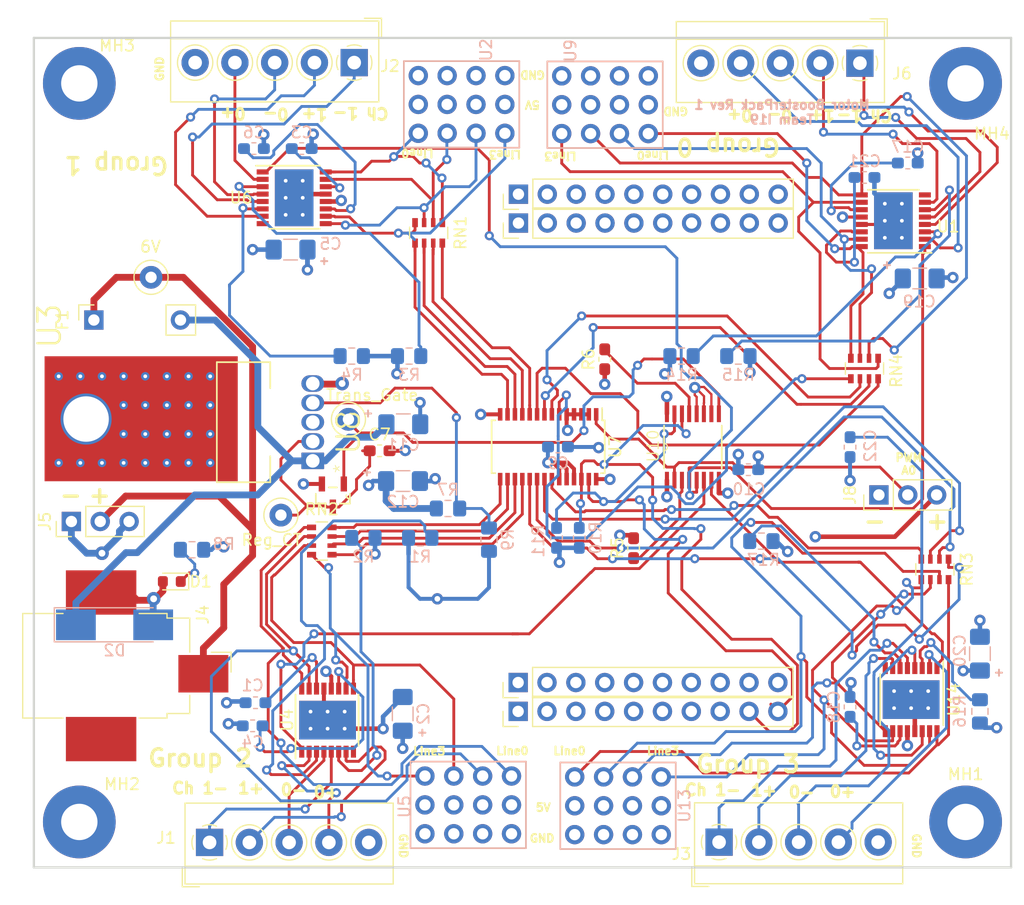
<source format=kicad_pcb>
(kicad_pcb (version 20171130) (host pcbnew "(5.0.0-3-g5ebb6b6)")
  (layers (0 F.Cu signal) (1 In1.Cu power) (2 In2.Cu power) (31 B.Cu signal) (34 B.Paste user) (35 F.Paste user) (36 B.SilkS user) (37 F.SilkS user) (38 B.Mask user) (39 F.Mask user) (44 Edge.Cuts user))
  (net 0 "")
  (net 1 "Net-(U1-Pad8)")
  (net 2 "Net-(U4-Pad8)")
  (net 3 "Net-(U6-Pad8)")
  (net 4 GND)
  (net 5 "Net-(R16-Pad2)")
  (net 6 "Net-(R17-Pad1)")
  (net 7 "Net-(U14-Pad8)")
  (net 8 "Net-(C18-Pad2)")
  (net 9 +5V)
  (net 10 "Net-(C22-Pad2)")
  (net 11 "Net-(J6-Pad1)")
  (net 12 "Net-(R14-Pad2)")
  (net 13 "Net-(J6-Pad2)")
  (net 14 "Net-(J6-Pad4)")
  (net 15 "Net-(R15-Pad1)")
  (net 16 "Net-(J6-Pad3)")
  (net 17 "Net-(C17-Pad2)")
  (net 18 "Net-(C21-Pad2)")
  (net 19 "Net-(J1-Pad1)")
  (net 20 "Net-(R1-Pad2)")
  (net 21 "Net-(J1-Pad2)")
  (net 22 "Net-(J1-Pad4)")
  (net 23 "Net-(R2-Pad1)")
  (net 24 "Net-(J1-Pad3)")
  (net 25 "Net-(C4-Pad2)")
  (net 26 "Net-(C1-Pad2)")
  (net 27 "Net-(J2-Pad1)")
  (net 28 "Net-(R3-Pad2)")
  (net 29 "Net-(J2-Pad2)")
  (net 30 "Net-(J2-Pad4)")
  (net 31 "Net-(R4-Pad1)")
  (net 32 "Net-(J2-Pad3)")
  (net 33 "Net-(C6-Pad2)")
  (net 34 "Net-(C3-Pad2)")
  (net 35 +6V)
  (net 36 A0)
  (net 37 +3V3)
  (net 38 "Net-(R6-Pad2)")
  (net 39 "Net-(J3-Pad4)")
  (net 40 "Net-(J3-Pad3)")
  (net 41 "Net-(J3-Pad1)")
  (net 42 "Net-(J3-Pad2)")
  (net 43 "Net-(R5-Pad1)")
  (net 44 I2C_DATA)
  (net 45 I2C_CLK)
  (net 46 Vin)
  (net 47 Reg_CT)
  (net 48 Reg_ADJ)
  (net 49 Trans_Gate)
  (net 50 /U1_BIN2)
  (net 51 /U1_BIN1)
  (net 52 /U1_AIN1)
  (net 53 /U1_AIN2)
  (net 54 /PWM3)
  (net 55 /PWM1)
  (net 56 /PWM2)
  (net 57 /PWM0)
  (net 58 /PWM12)
  (net 59 /PWM14)
  (net 60 /PWM13)
  (net 61 /PWM15)
  (net 62 /U14_AIN2)
  (net 63 /U14_AIN1)
  (net 64 /U14_BIN1)
  (net 65 /U14_BIN2)
  (net 66 /PWM11)
  (net 67 /PWM10)
  (net 68 /PWM8)
  (net 69 /PWM9)
  (net 70 /U4_BIN2)
  (net 71 /U4_AIN2)
  (net 72 /U4_BIN1)
  (net 73 /U4_AIN1)
  (net 74 /U6_AIN1)
  (net 75 /U6_BIN1)
  (net 76 /U6_AIN2)
  (net 77 /U6_BIN2)
  (net 78 /PMW5)
  (net 79 /PWM4)
  (net 80 /PWM6)
  (net 81 /PWM7)
  (net 82 /GPIO_P0)
  (net 83 /GPIO_P2)
  (net 84 /GPIO_P1)
  (net 85 /GPIO_P3)
  (net 86 "Net-(D1-Pad1)")
  (net 87 "Net-(H1-Pad2)")
  (net 88 "Net-(H1-Pad3)")
  (net 89 "Net-(H1-Pad4)")
  (net 90 "Net-(H1-Pad5)")
  (net 91 "Net-(H1-Pad6)")
  (net 92 "Net-(H1-Pad7)")
  (net 93 "Net-(H1-Pad8)")
  (net 94 "Net-(H2-Pad10)")
  (net 95 "Net-(H2-Pad9)")
  (net 96 "Net-(H2-Pad8)")
  (net 97 "Net-(H2-Pad7)")
  (net 98 "Net-(H2-Pad6)")
  (net 99 "Net-(H2-Pad5)")
  (net 100 "Net-(H2-Pad4)")
  (net 101 "Net-(H2-Pad3)")
  (net 102 "Net-(H2-Pad1)")
  (net 103 "Net-(H3-Pad1)")
  (net 104 "Net-(H3-Pad2)")
  (net 105 "Net-(H3-Pad3)")
  (net 106 "Net-(H3-Pad4)")
  (net 107 "Net-(H3-Pad5)")
  (net 108 "Net-(H3-Pad6)")
  (net 109 "Net-(H3-Pad7)")
  (net 110 "Net-(H3-Pad8)")
  (net 111 "Net-(H3-Pad9)")
  (net 112 "Net-(H3-Pad10)")
  (net 113 "Net-(H4-Pad10)")
  (net 114 "Net-(H4-Pad9)")
  (net 115 "Net-(H4-Pad8)")
  (net 116 "Net-(H4-Pad7)")
  (net 117 "Net-(H4-Pad6)")
  (net 118 "Net-(H4-Pad5)")
  (net 119 "Net-(H4-Pad4)")
  (net 120 "Net-(H4-Pad3)")
  (net 121 "Net-(H4-Pad2)")
  (net 122 "Net-(H4-Pad1)")
  (module TestPoint:TestPoint_Loop_D2.50mm_Drill1.0mm_LowProfile (layer F.Cu) (at 113.7412 110.998)
    (fp_text reference Reg_CT (at -0.8128 2.1844) (layer F.SilkS))
    (fp_text value TestPoint)
    (pad 1 thru_hole circle (at 0 0) (size 2 2) (drill 1) (layers *.Cu *.Mask) (net 47 Reg_CT))
  )
  (module TestPoint:TestPoint_Loop_D2.50mm_Drill1.0mm_LowProfile (layer F.Cu) (at 119.6848 102.5652)
    (fp_text reference Trans_Gate (at 2.0828 -2.1336) (layer F.SilkS))
    (fp_text value TestPoint)
    (pad 1 thru_hole circle (at 0 0) (size 2 2) (drill 1) (layers *.Cu *.Mask) (net 49 Trans_Gate))
  )
  (module TestPoint:TestPoint_Loop_D2.50mm_Drill1.0mm_LowProfile (layer F.Cu) (at 102.3112 90.0684)
    (fp_text reference 6V (at -0.0508 -2.6924) (layer F.SilkS))
    (fp_text value TestPoint)
    (pad 1 thru_hole circle (at 0 0) (size 2 2) (drill 1) (layers *.Cu *.Mask) (net 35 +6V))
  )
  (module Package_SO:TO170P470X1016X2092-5P-SMD (layer F.Cu) (at 104.3432 99.4156 90)
    (fp_text reference U3 (at 2.9464 -9.8044 90) (layer F.SilkS) (effects (font (size 1.979572 1.979572) (thickness 0.208376)) (justify left bottom)))
    (fp_text value UCC283-ADJ)
    (pad 6 thru_hole circle (at 0.635 3.175 90) (size 0.75 0.75) (drill 0.33) (layers *.Cu *.Mask) (net 4 GND))
    (pad 6 thru_hole circle (at -1.905 3.175 90) (size 0.75 0.75) (drill 0.33) (layers *.Cu *.Mask) (net 4 GND))
    (pad 6 thru_hole circle (at -4.445 3.175 90) (size 0.75 0.75) (drill 0.33) (layers *.Cu *.Mask) (net 4 GND))
    (pad 6 thru_hole circle (at -6.985 3.175 90) (size 0.75 0.75) (drill 0.33) (layers *.Cu *.Mask) (net 4 GND))
    (pad 6 thru_hole circle (at -6.985 1.27 90) (size 0.75 0.75) (drill 0.33) (layers *.Cu *.Mask) (net 4 GND))
    (pad 6 thru_hole circle (at -4.445 1.27 90) (size 0.75 0.75) (drill 0.33) (layers *.Cu *.Mask) (net 4 GND))
    (pad 6 thru_hole circle (at -1.905 1.27 90) (size 0.75 0.75) (drill 0.33) (layers *.Cu *.Mask) (net 4 GND))
    (pad 6 thru_hole circle (at 0.635 -0.635 90) (size 0.75 0.75) (drill 0.33) (layers *.Cu *.Mask) (net 4 GND))
    (pad 6 thru_hole circle (at -1.905 -0.635 90) (size 0.75 0.75) (drill 0.33) (layers *.Cu *.Mask) (net 4 GND))
    (pad 6 thru_hole circle (at -4.445 -0.635 90) (size 0.75 0.75) (drill 0.33) (layers *.Cu *.Mask) (net 4 GND))
    (pad 6 thru_hole circle (at -6.985 -0.635 90) (size 0.75 0.75) (drill 0.33) (layers *.Cu *.Mask) (net 4 GND))
    (pad 6 thru_hole circle (at -6.985 -2.54 90) (size 0.75 0.75) (drill 0.33) (layers *.Cu *.Mask) (net 4 GND))
    (pad 6 thru_hole circle (at -4.445 -2.54 90) (size 0.75 0.75) (drill 0.33) (layers *.Cu *.Mask) (net 4 GND))
    (pad 6 thru_hole circle (at -1.905 -2.54 90) (size 0.75 0.75) (drill 0.33) (layers *.Cu *.Mask) (net 4 GND))
    (pad 6 thru_hole circle (at 0.635 -2.54 90) (size 0.75 0.75) (drill 0.33) (layers *.Cu *.Mask) (net 4 GND))
    (pad 6 thru_hole circle (at 0.635 -4.445 90) (size 0.75 0.75) (drill 0.33) (layers *.Cu *.Mask) (net 4 GND))
    (pad 6 thru_hole circle (at -1.905 -4.445 90) (size 0.75 0.75) (drill 0.33) (layers *.Cu *.Mask) (net 4 GND))
    (pad 6 thru_hole circle (at -4.445 -4.445 90) (size 0.75 0.75) (drill 0.33) (layers *.Cu *.Mask) (net 4 GND))
    (pad 6 thru_hole circle (at -6.985 -4.445 90) (size 0.75 0.75) (drill 0.33) (layers *.Cu *.Mask) (net 4 GND))
    (pad 6 thru_hole circle (at -6.985 -6.35 90) (size 0.75 0.75) (drill 0.33) (layers *.Cu *.Mask) (net 4 GND))
    (pad 6 thru_hole circle (at -6.985 -8.255 90) (size 0.75 0.75) (drill 0.33) (layers *.Cu *.Mask) (net 4 GND))
    (pad 6 thru_hole circle (at -6.985 -10.16 90) (size 0.75 0.75) (drill 0.33) (layers *.Cu *.Mask) (net 4 GND))
    (pad 6 thru_hole circle (at 0.635 -10.16 90) (size 0.75 0.75) (drill 0.33) (layers *.Cu *.Mask) (net 4 GND))
    (pad 6 thru_hole circle (at 0.635 -8.255 90) (size 0.75 0.75) (drill 0.33) (layers *.Cu *.Mask) (net 4 GND))
    (pad 6 thru_hole circle (at 0.635 -6.35 90) (size 0.75 0.75) (drill 0.33) (layers *.Cu *.Mask) (net 4 GND))
    (pad 6 thru_hole circle (at 0.635 1.27 90) (size 0.75 0.75) (drill 0.33) (layers *.Cu *.Mask) (net 4 GND))
    (pad 1 thru_hole roundrect (at -6.8072 12.2 90) (size 1.45 2) (drill 1.2) (layers *.Cu *.Mask) (roundrect_rratio 0.035) (net 46 Vin))
    (pad 2 thru_hole oval (at -5.1 12.2 90) (size 1.45 2) (drill 1.2) (layers *.Cu *.Mask) (net 47 Reg_CT))
    (pad 3 thru_hole oval (at -3.4 12.2 90) (size 1.45 2) (drill 1.2) (layers *.Cu *.Mask) (net 4 GND))
    (pad 4 thru_hole oval (at -1.7 12.2 90) (size 1.45 2) (drill 1.2) (layers *.Cu *.Mask) (net 48 Reg_ADJ))
    (pad 5 thru_hole oval (at 0 12.2 90) (size 1.45 2) (drill 1.2) (layers *.Cu *.Mask) (net 9 +5V))
    (pad 6 smd rect (at -3.1 -2.9 90) (size 11 17) (layers F.Cu F.Paste F.Mask) (net 4 GND))
    (pad 6 thru_hole circle (at -3.1242 -7.747 90) (size 4.5 4.5) (drill 4) (layers *.Cu *.Mask) (net 4 GND))
  )
  (module Connector_PinHeader_2.54mm:PinHeader_1x03_P2.54mm_Vertical (layer F.Cu) (at 95.3008 111.5568 90)
    (fp_text reference J5 (at 0 -2.33 90) (layer F.SilkS))
    (fp_text value Power_Conn)
    (pad 3 thru_hole oval (at 0 5.08 90) (size 1.7 1.7) (drill 1) (layers *.Cu *.Mask) (net 4 GND))
    (pad 2 thru_hole oval (at 0 2.54 90) (size 1.7 1.7) (drill 1) (layers *.Cu *.Mask) (net 35 +6V))
    (pad 1 thru_hole rect (at 0 0 90) (size 1.7 1.7) (drill 1) (layers *.Cu *.Mask) (net 4 GND))
  )
  (module TerminalBlock_4Ucon:TerminalBlock_4Ucon_1x05_P3.50mm_Horizontal (layer F.Cu) (at 152.3036 139.7762)
    (fp_text reference J3 (at -3.3072 1.0414) (layer F.SilkS))
    (fp_text value Screw_Terminal_01x05)
    (pad 5 thru_hole circle (at 14 0) (size 2.4 2.4) (drill 1.2) (layers *.Cu *.Mask) (net 4 GND))
    (pad 4 thru_hole circle (at 10.5 0) (size 2.4 2.4) (drill 1.2) (layers *.Cu *.Mask) (net 39 "Net-(J3-Pad4)"))
    (pad 3 thru_hole circle (at 7 0) (size 2.4 2.4) (drill 1.2) (layers *.Cu *.Mask) (net 40 "Net-(J3-Pad3)"))
    (pad 2 thru_hole circle (at 3.5 0) (size 2.4 2.4) (drill 1.2) (layers *.Cu *.Mask) (net 42 "Net-(J3-Pad2)"))
    (pad 1 thru_hole rect (at 0 0) (size 2.4 2.4) (drill 1.2) (layers *.Cu *.Mask) (net 41 "Net-(J3-Pad1)"))
  )
  (module Capacitor_SMD:C_0603_1608Metric_Pad1.05x0.95mm_HandSolder (layer F.Cu) (at 122.428 105.3338)
    (fp_text reference C7 (at 0 -1.43) (layer F.SilkS))
    (fp_text value "2.2pF, 6V")
    (pad 2 smd roundrect (at 0.875 0) (size 1.05 0.95) (layers F.Cu F.Paste F.Mask) (net 4 GND))
    (pad 1 smd roundrect (at -0.875 0) (size 1.05 0.95) (layers F.Cu F.Paste F.Mask) (net 47 Reg_CT))
  )
  (module Resistor_SMD:R_0805_2012Metric_Pad1.15x1.40mm_HandSolder (layer B.Cu) (at 132.0546 113.157 90)
    (fp_text reference R9 (at 0 1.65 90) (layer B.SilkS) (effects (justify mirror)))
    (fp_text value 150K)
    (pad 2 smd roundrect (at 1.025 0 90) (size 1.15 1.4) (layers B.Cu B.Paste B.Mask) (roundrect_rratio 0.217391) (net 48 Reg_ADJ))
    (pad 1 smd roundrect (at -1.025 0 90) (size 1.15 1.4) (layers B.Cu B.Paste B.Mask) (roundrect_rratio 0.217391) (net 4 GND))
  )
  (module Resistor_SMD:R_0805_2012Metric_Pad1.15x1.40mm_HandSolder (layer B.Cu) (at 128.4478 110.4138 180)
    (fp_text reference R7 (at 0 1.65 180) (layer B.SilkS) (effects (justify mirror)))
    (fp_text value 50K)
    (pad 2 smd roundrect (at 1.025 0 180) (size 1.15 1.4) (layers B.Cu B.Paste B.Mask) (roundrect_rratio 0.217391) (net 9 +5V))
    (pad 1 smd roundrect (at -1.025 0 180) (size 1.15 1.4) (layers B.Cu B.Paste B.Mask) (roundrect_rratio 0.217391) (net 48 Reg_ADJ))
  )
  (module BSS138Q-7-F:SOT95P240X110-3N (layer F.Cu) (at 118.3132 109.2708 270)
    (fp_text reference U8 (at -3.45448 -2.54006 270) (layer F.SilkS) (effects (font (size 1.978707 1.978707) (thickness 0.208285)) (justify left bottom)))
    (fp_text value BSS138Q-7-F)
    (fp_text user * (at -1.856 -1.39836 270) (layer F.SilkS) (effects (font (size 1.207678 1.207678) (thickness 0.076274)) (justify left bottom)))
    (pad 3 smd rect (at 1.016 0 270) (size 1.3208 0.5588) (layers F.Cu F.Paste F.Mask) (net 47 Reg_CT))
    (pad 2 smd rect (at -1.016 0.9652 270) (size 1.3208 0.5588) (layers F.Cu F.Paste F.Mask) (net 4 GND))
    (pad 1 smd rect (at -1.016 -0.9652 270) (size 1.3208 0.5588) (layers F.Cu F.Paste F.Mask) (net 49 Trans_Gate))
  )
  (module Package_SO:TSSOP-28_4.4x9.7mm_P0.65mm (layer F.Cu) (at 137.2616 104.9782 270)
    (fp_text reference U7 (at 0 -5.9 270) (layer F.SilkS))
    (fp_text value PCA9685PW)
    (pad 28 smd rect (at 2.85 -4.225 270) (size 1.1 0.4) (layers F.Cu F.Paste F.Mask) (net 37 +3V3))
    (pad 27 smd rect (at 2.85 -3.575 270) (size 1.1 0.4) (layers F.Cu F.Paste F.Mask) (net 44 I2C_DATA))
    (pad 26 smd rect (at 2.85 -2.925 270) (size 1.1 0.4) (layers F.Cu F.Paste F.Mask) (net 45 I2C_CLK))
    (pad 25 smd rect (at 2.85 -2.275 270) (size 1.1 0.4) (layers F.Cu F.Paste F.Mask) (net 4 GND))
    (pad 24 smd rect (at 2.85 -1.625 270) (size 1.1 0.4) (layers F.Cu F.Paste F.Mask) (net 4 GND))
    (pad 23 smd rect (at 2.85 -0.975 270) (size 1.1 0.4) (layers F.Cu F.Paste F.Mask) (net 4 GND))
    (pad 22 smd rect (at 2.85 -0.325 270) (size 1.1 0.4) (layers F.Cu F.Paste F.Mask) (net 61 /PWM15))
    (pad 21 smd rect (at 2.85 0.325 270) (size 1.1 0.4) (layers F.Cu F.Paste F.Mask) (net 59 /PWM14))
    (pad 20 smd rect (at 2.85 0.975 270) (size 1.1 0.4) (layers F.Cu F.Paste F.Mask) (net 60 /PWM13))
    (pad 19 smd rect (at 2.85 1.625 270) (size 1.1 0.4) (layers F.Cu F.Paste F.Mask) (net 58 /PWM12))
    (pad 18 smd rect (at 2.85 2.275 270) (size 1.1 0.4) (layers F.Cu F.Paste F.Mask) (net 66 /PWM11))
    (pad 17 smd rect (at 2.85 2.925 270) (size 1.1 0.4) (layers F.Cu F.Paste F.Mask) (net 67 /PWM10))
    (pad 16 smd rect (at 2.85 3.575 270) (size 1.1 0.4) (layers F.Cu F.Paste F.Mask) (net 69 /PWM9))
    (pad 15 smd rect (at 2.85 4.225 270) (size 1.1 0.4) (layers F.Cu F.Paste F.Mask) (net 68 /PWM8))
    (pad 14 smd rect (at -2.85 4.225 270) (size 1.1 0.4) (layers F.Cu F.Paste F.Mask) (net 4 GND))
    (pad 13 smd rect (at -2.85 3.575 270) (size 1.1 0.4) (layers F.Cu F.Paste F.Mask) (net 81 /PWM7))
    (pad 12 smd rect (at -2.85 2.925 270) (size 1.1 0.4) (layers F.Cu F.Paste F.Mask) (net 80 /PWM6))
    (pad 11 smd rect (at -2.85 2.275 270) (size 1.1 0.4) (layers F.Cu F.Paste F.Mask) (net 78 /PMW5))
    (pad 10 smd rect (at -2.85 1.625 270) (size 1.1 0.4) (layers F.Cu F.Paste F.Mask) (net 79 /PWM4))
    (pad 9 smd rect (at -2.85 0.975 270) (size 1.1 0.4) (layers F.Cu F.Paste F.Mask) (net 54 /PWM3))
    (pad 8 smd rect (at -2.85 0.325 270) (size 1.1 0.4) (layers F.Cu F.Paste F.Mask) (net 56 /PWM2))
    (pad 7 smd rect (at -2.85 -0.325 270) (size 1.1 0.4) (layers F.Cu F.Paste F.Mask) (net 55 /PWM1))
    (pad 6 smd rect (at -2.85 -0.975 270) (size 1.1 0.4) (layers F.Cu F.Paste F.Mask) (net 57 /PWM0))
    (pad 5 smd rect (at -2.85 -1.625 270) (size 1.1 0.4) (layers F.Cu F.Paste F.Mask) (net 4 GND))
    (pad 4 smd rect (at -2.85 -2.275 270) (size 1.1 0.4) (layers F.Cu F.Paste F.Mask) (net 4 GND))
    (pad 3 smd rect (at -2.85 -2.925 270) (size 1.1 0.4) (layers F.Cu F.Paste F.Mask) (net 4 GND))
    (pad 2 smd rect (at -2.85 -3.575 270) (size 1.1 0.4) (layers F.Cu F.Paste F.Mask) (net 4 GND))
    (pad 1 smd rect (at -2.85 -4.225 270) (size 1.1 0.4) (layers F.Cu F.Paste F.Mask) (net 36 A0))
  )
  (module Connector:Conn_3x4 (layer B.Cu) (at 134.0358 136.4996 90)
    (fp_text reference U5 (at -0.1524 -9.4234 90) (layer B.SilkS))
    (fp_text value Conn_03x04_Female)
    (pad 4 thru_hole circle (at -2.54 -7.62 90) (size 1.7 1.7) (drill 1) (layers *.Cu *.Mask) (net 4 GND))
    (pad 8 thru_hole circle (at 0 -7.62 90) (size 1.7 1.7) (drill 1) (layers *.Cu *.Mask) (net 9 +5V))
    (pad 12 thru_hole circle (at 2.54 -7.62 90) (size 1.7 1.7) (drill 1) (layers *.Cu *.Mask) (net 70 /U4_BIN2))
    (pad 11 thru_hole circle (at 2.54 -5.08 90) (size 1.7 1.7) (drill 1) (layers *.Cu *.Mask) (net 72 /U4_BIN1))
    (pad 7 thru_hole circle (at 0 -5.08 90) (size 1.7 1.7) (drill 1) (layers *.Cu *.Mask) (net 9 +5V))
    (pad 3 thru_hole circle (at -2.54 -5.08 90) (size 1.7 1.7) (drill 1) (layers *.Cu *.Mask) (net 4 GND))
    (pad 10 thru_hole circle (at 2.54 -2.54 90) (size 1.7 1.7) (drill 1) (layers *.Cu *.Mask) (net 71 /U4_AIN2))
    (pad 6 thru_hole circle (at 0 -2.54 90) (size 1.7 1.7) (drill 1) (layers *.Cu *.Mask) (net 9 +5V))
    (pad 2 thru_hole circle (at -2.54 -2.54 90) (size 1.7 1.7) (drill 1) (layers *.Cu *.Mask) (net 4 GND))
    (pad 9 thru_hole circle (at 2.54 0 90) (size 1.7 1.7) (drill 1) (layers *.Cu *.Mask) (net 73 /U4_AIN1))
    (pad 5 thru_hole circle (at 0 0 90) (size 1.7 1.7) (drill 1) (layers *.Cu *.Mask) (net 9 +5V))
    (pad 1 thru_hole circle (at -2.54 0 90) (size 1.7 1.7) (drill 1) (layers *.Cu *.Mask) (net 4 GND))
  )
  (module Connector:Conn_3x4 (layer B.Cu) (at 125.8316 74.8538 270)
    (fp_text reference U2 (at -4.8006 -5.969 270) (layer B.SilkS))
    (fp_text value Conn_03x04_Female)
    (pad 4 thru_hole circle (at -2.54 -7.62 270) (size 1.7 1.7) (drill 1) (layers *.Cu *.Mask) (net 4 GND))
    (pad 8 thru_hole circle (at 0 -7.62 270) (size 1.7 1.7) (drill 1) (layers *.Cu *.Mask) (net 9 +5V))
    (pad 12 thru_hole circle (at 2.54 -7.62 270) (size 1.7 1.7) (drill 1) (layers *.Cu *.Mask) (net 77 /U6_BIN2))
    (pad 11 thru_hole circle (at 2.54 -5.08 270) (size 1.7 1.7) (drill 1) (layers *.Cu *.Mask) (net 75 /U6_BIN1))
    (pad 7 thru_hole circle (at 0 -5.08 270) (size 1.7 1.7) (drill 1) (layers *.Cu *.Mask) (net 9 +5V))
    (pad 3 thru_hole circle (at -2.54 -5.08 270) (size 1.7 1.7) (drill 1) (layers *.Cu *.Mask) (net 4 GND))
    (pad 10 thru_hole circle (at 2.54 -2.54 270) (size 1.7 1.7) (drill 1) (layers *.Cu *.Mask) (net 76 /U6_AIN2))
    (pad 6 thru_hole circle (at 0 -2.54 270) (size 1.7 1.7) (drill 1) (layers *.Cu *.Mask) (net 9 +5V))
    (pad 2 thru_hole circle (at -2.54 -2.54 270) (size 1.7 1.7) (drill 1) (layers *.Cu *.Mask) (net 4 GND))
    (pad 9 thru_hole circle (at 2.54 0 270) (size 1.7 1.7) (drill 1) (layers *.Cu *.Mask) (net 74 /U6_AIN1))
    (pad 5 thru_hole circle (at 0 0 270) (size 1.7 1.7) (drill 1) (layers *.Cu *.Mask) (net 9 +5V))
    (pad 1 thru_hole circle (at -2.54 0 270) (size 1.7 1.7) (drill 1) (layers *.Cu *.Mask) (net 4 GND))
  )
  (module Connector:Conn_3x4 (layer B.Cu) (at 146.0754 74.8792 90)
    (fp_text reference U9 (at 4.7498 -6.858 90) (layer B.SilkS))
    (fp_text value Conn_03x04_Female)
    (pad 4 thru_hole circle (at -2.54 -7.62 90) (size 1.7 1.7) (drill 1) (layers *.Cu *.Mask) (net 50 /U1_BIN2))
    (pad 8 thru_hole circle (at 0 -7.62 90) (size 1.7 1.7) (drill 1) (layers *.Cu *.Mask) (net 9 +5V))
    (pad 12 thru_hole circle (at 2.54 -7.62 90) (size 1.7 1.7) (drill 1) (layers *.Cu *.Mask) (net 4 GND))
    (pad 11 thru_hole circle (at 2.54 -5.08 90) (size 1.7 1.7) (drill 1) (layers *.Cu *.Mask) (net 4 GND))
    (pad 7 thru_hole circle (at 0 -5.08 90) (size 1.7 1.7) (drill 1) (layers *.Cu *.Mask) (net 9 +5V))
    (pad 3 thru_hole circle (at -2.54 -5.08 90) (size 1.7 1.7) (drill 1) (layers *.Cu *.Mask) (net 51 /U1_BIN1))
    (pad 10 thru_hole circle (at 2.54 -2.54 90) (size 1.7 1.7) (drill 1) (layers *.Cu *.Mask) (net 4 GND))
    (pad 6 thru_hole circle (at 0 -2.54 90) (size 1.7 1.7) (drill 1) (layers *.Cu *.Mask) (net 9 +5V))
    (pad 2 thru_hole circle (at -2.54 -2.54 90) (size 1.7 1.7) (drill 1) (layers *.Cu *.Mask) (net 53 /U1_AIN2))
    (pad 9 thru_hole circle (at 2.54 0 90) (size 1.7 1.7) (drill 1) (layers *.Cu *.Mask) (net 4 GND))
    (pad 5 thru_hole circle (at 0 0 90) (size 1.7 1.7) (drill 1) (layers *.Cu *.Mask) (net 9 +5V))
    (pad 1 thru_hole circle (at -2.54 0 90) (size 1.7 1.7) (drill 1) (layers *.Cu *.Mask) (net 52 /U1_AIN1))
  )
  (module Connector:Conn_3x4 (layer B.Cu) (at 139.5984 136.5758 270)
    (fp_text reference U13 (at 0 -9.652 270) (layer B.SilkS))
    (fp_text value Conn_03x04_Female)
    (pad 4 thru_hole circle (at -2.54 -7.62 270) (size 1.7 1.7) (drill 1) (layers *.Cu *.Mask) (net 65 /U14_BIN2))
    (pad 8 thru_hole circle (at 0 -7.62 270) (size 1.7 1.7) (drill 1) (layers *.Cu *.Mask) (net 9 +5V))
    (pad 12 thru_hole circle (at 2.54 -7.62 270) (size 1.7 1.7) (drill 1) (layers *.Cu *.Mask) (net 4 GND))
    (pad 11 thru_hole circle (at 2.54 -5.08 270) (size 1.7 1.7) (drill 1) (layers *.Cu *.Mask) (net 4 GND))
    (pad 7 thru_hole circle (at 0 -5.08 270) (size 1.7 1.7) (drill 1) (layers *.Cu *.Mask) (net 9 +5V))
    (pad 3 thru_hole circle (at -2.54 -5.08 270) (size 1.7 1.7) (drill 1) (layers *.Cu *.Mask) (net 64 /U14_BIN1))
    (pad 10 thru_hole circle (at 2.54 -2.54 270) (size 1.7 1.7) (drill 1) (layers *.Cu *.Mask) (net 4 GND))
    (pad 6 thru_hole circle (at 0 -2.54 270) (size 1.7 1.7) (drill 1) (layers *.Cu *.Mask) (net 9 +5V))
    (pad 2 thru_hole circle (at -2.54 -2.54 270) (size 1.7 1.7) (drill 1) (layers *.Cu *.Mask) (net 62 /U14_AIN2))
    (pad 9 thru_hole circle (at 2.54 0 270) (size 1.7 1.7) (drill 1) (layers *.Cu *.Mask) (net 4 GND))
    (pad 5 thru_hole circle (at 0 0 270) (size 1.7 1.7) (drill 1) (layers *.Cu *.Mask) (net 9 +5V))
    (pad 1 thru_hole circle (at -2.54 0 270) (size 1.7 1.7) (drill 1) (layers *.Cu *.Mask) (net 63 /U14_AIN1))
  )
  (module Diode_SMD:D_MELF_Handsoldering (layer B.Cu) (at 99.1 120.65)
    (fp_text reference D2 (at 0 2.25) (layer B.SilkS) (effects (justify mirror)))
    (fp_text value D_Zener)
    (pad 2 smd rect (at 3.4 0) (size 3.5 2.7) (layers B.Cu B.Paste B.Mask) (net 4 GND))
    (pad 1 smd rect (at -3.4 0) (size 3.5 2.7) (layers B.Cu B.Paste B.Mask) (net 46 Vin))
  )
  (module Resistor_SMD:R_Array_Convex_4x0603 (layer F.Cu) (at 165.1 98.0948 90)
    (fp_text reference RN4 (at -0.2032 2.794 90) (layer F.SilkS))
    (fp_text value RESISTOR.NETWORK-_4_220)
    (pad 5 smd rect (at 0.9 1.2 90) (size 0.8 0.5) (layers F.Cu F.Paste F.Mask) (net 50 /U1_BIN2))
    (pad 6 smd rect (at 0.9 0.4 90) (size 0.8 0.4) (layers F.Cu F.Paste F.Mask) (net 51 /U1_BIN1))
    (pad 8 smd rect (at 0.9 -1.2 90) (size 0.8 0.5) (layers F.Cu F.Paste F.Mask) (net 52 /U1_AIN1))
    (pad 7 smd rect (at 0.9 -0.4 90) (size 0.8 0.4) (layers F.Cu F.Paste F.Mask) (net 53 /U1_AIN2))
    (pad 4 smd rect (at -0.9 1.2 90) (size 0.8 0.5) (layers F.Cu F.Paste F.Mask) (net 54 /PWM3))
    (pad 2 smd rect (at -0.9 -0.4 90) (size 0.8 0.4) (layers F.Cu F.Paste F.Mask) (net 55 /PWM1))
    (pad 3 smd rect (at -0.9 0.4 90) (size 0.8 0.4) (layers F.Cu F.Paste F.Mask) (net 56 /PWM2))
    (pad 1 smd rect (at -0.9 -1.2 90) (size 0.8 0.5) (layers F.Cu F.Paste F.Mask) (net 57 /PWM0))
  )
  (module Resistor_SMD:R_Array_Convex_4x0603 (layer F.Cu) (at 171.298 115.773 270)
    (fp_text reference RN3 (at 0 -2.8 270) (layer F.SilkS))
    (fp_text value RESISTOR.NETWORK-_4_220)
    (pad 5 smd rect (at 0.9 1.2 270) (size 0.8 0.5) (layers F.Cu F.Paste F.Mask) (net 65 /U14_BIN2))
    (pad 6 smd rect (at 0.9 0.4 270) (size 0.8 0.4) (layers F.Cu F.Paste F.Mask) (net 64 /U14_BIN1))
    (pad 8 smd rect (at 0.9 -1.2 270) (size 0.8 0.5) (layers F.Cu F.Paste F.Mask) (net 63 /U14_AIN1))
    (pad 7 smd rect (at 0.9 -0.4 270) (size 0.8 0.4) (layers F.Cu F.Paste F.Mask) (net 62 /U14_AIN2))
    (pad 4 smd rect (at -0.9 1.2 270) (size 0.8 0.5) (layers F.Cu F.Paste F.Mask) (net 61 /PWM15))
    (pad 2 smd rect (at -0.9 -0.4 270) (size 0.8 0.4) (layers F.Cu F.Paste F.Mask) (net 60 /PWM13))
    (pad 3 smd rect (at -0.9 0.4 270) (size 0.8 0.4) (layers F.Cu F.Paste F.Mask) (net 59 /PWM14))
    (pad 1 smd rect (at -0.9 -1.2 270) (size 0.8 0.5) (layers F.Cu F.Paste F.Mask) (net 58 /PWM12))
  )
  (module Resistor_SMD:R_Array_Convex_4x0603 (layer F.Cu) (at 117.338 113.279)
    (fp_text reference RN2 (at 0 -2.8) (layer F.SilkS))
    (fp_text value RESISTOR.NETWORK-_4_220)
    (pad 5 smd rect (at 0.9 1.2) (size 0.8 0.5) (layers F.Cu F.Paste F.Mask) (net 66 /PWM11))
    (pad 6 smd rect (at 0.9 0.4) (size 0.8 0.4) (layers F.Cu F.Paste F.Mask) (net 67 /PWM10))
    (pad 8 smd rect (at 0.9 -1.2) (size 0.8 0.5) (layers F.Cu F.Paste F.Mask) (net 68 /PWM8))
    (pad 7 smd rect (at 0.9 -0.4) (size 0.8 0.4) (layers F.Cu F.Paste F.Mask) (net 69 /PWM9))
    (pad 4 smd rect (at -0.9 1.2) (size 0.8 0.5) (layers F.Cu F.Paste F.Mask) (net 70 /U4_BIN2))
    (pad 2 smd rect (at -0.9 -0.4) (size 0.8 0.4) (layers F.Cu F.Paste F.Mask) (net 71 /U4_AIN2))
    (pad 3 smd rect (at -0.9 0.4) (size 0.8 0.4) (layers F.Cu F.Paste F.Mask) (net 72 /U4_BIN1))
    (pad 1 smd rect (at -0.9 -1.2) (size 0.8 0.5) (layers F.Cu F.Paste F.Mask) (net 73 /U4_AIN1))
  )
  (module Resistor_SMD:R_Array_Convex_4x0603 (layer F.Cu) (at 126.746 86.1568 270)
    (fp_text reference RN1 (at 0 -2.8 270) (layer F.SilkS))
    (fp_text value RESISTOR.NETWORK-_4_220)
    (pad 5 smd rect (at 0.9 1.2 270) (size 0.8 0.5) (layers F.Cu F.Paste F.Mask) (net 81 /PWM7))
    (pad 6 smd rect (at 0.9 0.4 270) (size 0.8 0.4) (layers F.Cu F.Paste F.Mask) (net 80 /PWM6))
    (pad 8 smd rect (at 0.9 -1.2 270) (size 0.8 0.5) (layers F.Cu F.Paste F.Mask) (net 79 /PWM4))
    (pad 7 smd rect (at 0.9 -0.4 270) (size 0.8 0.4) (layers F.Cu F.Paste F.Mask) (net 78 /PMW5))
    (pad 4 smd rect (at -0.9 1.2 270) (size 0.8 0.5) (layers F.Cu F.Paste F.Mask) (net 77 /U6_BIN2))
    (pad 2 smd rect (at -0.9 -0.4 270) (size 0.8 0.4) (layers F.Cu F.Paste F.Mask) (net 76 /U6_AIN2))
    (pad 3 smd rect (at -0.9 0.4 270) (size 0.8 0.4) (layers F.Cu F.Paste F.Mask) (net 75 /U6_BIN1))
    (pad 1 smd rect (at -0.9 -1.2 270) (size 0.8 0.5) (layers F.Cu F.Paste F.Mask) (net 74 /U6_AIN1))
  )
  (module TerminalBlock_4Ucon:TerminalBlock_4Ucon_1x05_P3.50mm_Horizontal (layer F.Cu) (at 164.6982 71.2216 180)
    (fp_text reference J6 (at -3.7038 -0.9144 180) (layer F.SilkS))
    (fp_text value Screw_Terminal_01x05)
    (pad 5 thru_hole circle (at 14 0 180) (size 2.4 2.4) (drill 1.2) (layers *.Cu *.Mask) (net 4 GND))
    (pad 4 thru_hole circle (at 10.5 0 180) (size 2.4 2.4) (drill 1.2) (layers *.Cu *.Mask) (net 14 "Net-(J6-Pad4)"))
    (pad 3 thru_hole circle (at 7 0 180) (size 2.4 2.4) (drill 1.2) (layers *.Cu *.Mask) (net 16 "Net-(J6-Pad3)"))
    (pad 2 thru_hole circle (at 3.5 0 180) (size 2.4 2.4) (drill 1.2) (layers *.Cu *.Mask) (net 13 "Net-(J6-Pad2)"))
    (pad 1 thru_hole rect (at 0 0 180) (size 2.4 2.4) (drill 1.2) (layers *.Cu *.Mask) (net 11 "Net-(J6-Pad1)"))
  )
  (module TerminalBlock_4Ucon:TerminalBlock_4Ucon_1x05_P3.50mm_Horizontal (layer F.Cu) (at 120.1928 71.1708 180)
    (fp_text reference J2 (at -3.1496 -0.3048 180) (layer F.SilkS))
    (fp_text value Screw_Terminal_01x05)
    (pad 5 thru_hole circle (at 14 0 180) (size 2.4 2.4) (drill 1.2) (layers *.Cu *.Mask) (net 4 GND))
    (pad 4 thru_hole circle (at 10.5 0 180) (size 2.4 2.4) (drill 1.2) (layers *.Cu *.Mask) (net 30 "Net-(J2-Pad4)"))
    (pad 3 thru_hole circle (at 7 0 180) (size 2.4 2.4) (drill 1.2) (layers *.Cu *.Mask) (net 32 "Net-(J2-Pad3)"))
    (pad 2 thru_hole circle (at 3.5 0 180) (size 2.4 2.4) (drill 1.2) (layers *.Cu *.Mask) (net 29 "Net-(J2-Pad2)"))
    (pad 1 thru_hole rect (at 0 0 180) (size 2.4 2.4) (drill 1.2) (layers *.Cu *.Mask) (net 27 "Net-(J2-Pad1)"))
  )
  (module TerminalBlock_4Ucon:TerminalBlock_4Ucon_1x05_P3.50mm_Horizontal (layer F.Cu) (at 107.4628 139.8016)
    (fp_text reference J1 (at -3.8308 -0.4064) (layer F.SilkS))
    (fp_text value Screw_Terminal_01x05)
    (pad 5 thru_hole circle (at 14 0) (size 2.4 2.4) (drill 1.2) (layers *.Cu *.Mask) (net 4 GND))
    (pad 4 thru_hole circle (at 10.5 0) (size 2.4 2.4) (drill 1.2) (layers *.Cu *.Mask) (net 22 "Net-(J1-Pad4)"))
    (pad 3 thru_hole circle (at 7 0) (size 2.4 2.4) (drill 1.2) (layers *.Cu *.Mask) (net 24 "Net-(J1-Pad3)"))
    (pad 2 thru_hole circle (at 3.5 0) (size 2.4 2.4) (drill 1.2) (layers *.Cu *.Mask) (net 21 "Net-(J1-Pad2)"))
    (pad 1 thru_hole rect (at 0 0) (size 2.4 2.4) (drill 1.2) (layers *.Cu *.Mask) (net 19 "Net-(J1-Pad1)"))
  )
  (module Resistor_SMD:R_0603_1608Metric_Pad1.05x0.95mm_HandSolder (layer F.Cu) (at 142.24 97.282 90)
    (fp_text reference R6 (at 0 -1.43 90) (layer F.SilkS))
    (fp_text value 2.2K)
    (pad 2 smd roundrect (at 0.875 0 90) (size 1.05 0.95) (layers F.Cu F.Paste F.Mask) (net 38 "Net-(R6-Pad2)"))
    (pad 1 smd roundrect (at -0.875 0 90) (size 1.05 0.95) (layers F.Cu F.Paste F.Mask) (net 37 +3V3))
  )
  (module Resistor_SMD:R_0603_1608Metric_Pad1.05x0.95mm_HandSolder (layer B.Cu) (at 140 113 90)
    (fp_text reference R10 (at 0 1.43 90) (layer B.SilkS) (effects (justify mirror)))
    (fp_text value 2.2K)
    (pad 2 smd roundrect (at 0.875 0 90) (size 1.05 0.95) (layers B.Cu B.Paste B.Mask) (net 45 I2C_CLK))
    (pad 1 smd roundrect (at -0.875 0 90) (size 1.05 0.95) (layers B.Cu B.Paste B.Mask) (net 37 +3V3))
  )
  (module Resistor_SMD:R_0603_1608Metric_Pad1.05x0.95mm_HandSolder (layer F.Cu) (at 144.78 113.905 90)
    (fp_text reference R5 (at 0 -1.43 90) (layer F.SilkS))
    (fp_text value 2.2K)
    (pad 2 smd roundrect (at 0.875 0 90) (size 1.05 0.95) (layers F.Cu F.Paste F.Mask) (net 37 +3V3))
    (pad 1 smd roundrect (at -0.875 0 90) (size 1.05 0.95) (layers F.Cu F.Paste F.Mask) (net 43 "Net-(R5-Pad1)"))
  )
  (module Resistor_SMD:R_0603_1608Metric_Pad1.05x0.95mm_HandSolder (layer B.Cu) (at 138 113 90)
    (fp_text reference R11 (at -0.284 -1.602 90) (layer B.SilkS) (effects (justify mirror)))
    (fp_text value 2.2K)
    (pad 2 smd roundrect (at 0.875 0 90) (size 1.05 0.95) (layers B.Cu B.Paste B.Mask) (net 44 I2C_DATA))
    (pad 1 smd roundrect (at -0.875 0 90) (size 1.05 0.95) (layers B.Cu B.Paste B.Mask) (net 37 +3V3))
  )
  (module Connector_PinHeader_2.54mm:PinHeader_1x03_P2.54mm_Vertical (layer F.Cu) (at 166.37 109.22 90)
    (fp_text reference J8 (at 0 -2.54 90) (layer F.SilkS))
    (fp_text value Conn_01x03_Female)
    (pad 3 thru_hole oval (at 0 5.08 90) (size 1.7 1.7) (drill 1) (layers *.Cu *.Mask) (net 37 +3V3))
    (pad 2 thru_hole oval (at 0 2.54 90) (size 1.7 1.7) (drill 1) (layers *.Cu *.Mask) (net 36 A0))
    (pad 1 thru_hole rect (at 0 0 90) (size 1.7 1.7) (drill 1) (layers *.Cu *.Mask) (net 4 GND))
  )
  (module LED_SMD:LED_0603_1608Metric (layer F.Cu) (at 104.14 116.84 180)
    (fp_text reference D1 (at -2.54 0 180) (layer F.SilkS))
    (fp_text value LED)
    (pad 2 smd roundrect (at 0.7875 0 180) (size 0.875 0.95) (layers F.Cu F.Paste F.Mask) (net 4 GND))
    (pad 1 smd roundrect (at -0.7875 0 180) (size 0.875 0.95) (layers F.Cu F.Paste F.Mask) (net 86 "Net-(D1-Pad1)"))
  )
  (module Capacitor_SMD:C_0603_1608Metric_Pad1.05x0.95mm_HandSolder (layer B.Cu) (at 111.365 78.74 180)
    (fp_text reference C6 (at 0 1.43 180) (layer B.SilkS) (effects (justify mirror)))
    (fp_text value ".01uF, 16V")
    (pad 2 smd roundrect (at 0.875 0 180) (size 1.05 0.95) (layers B.Cu B.Paste B.Mask) (net 33 "Net-(C6-Pad2)"))
    (pad 1 smd roundrect (at -0.875 0 180) (size 1.05 0.95) (layers B.Cu B.Paste B.Mask) (net 9 +5V))
  )
  (module Capacitor_SMD:C_0603_1608Metric_Pad1.05x0.95mm_HandSolder (layer B.Cu) (at 138.125 105)
    (fp_text reference C9 (at 0 1.43) (layer B.SilkS) (effects (justify mirror)))
    (fp_text value .1uF)
    (pad 2 smd roundrect (at 0.875 0) (size 1.05 0.95) (layers B.Cu B.Paste B.Mask) (net 37 +3V3))
    (pad 1 smd roundrect (at -0.875 0) (size 1.05 0.95) (layers B.Cu B.Paste B.Mask) (net 4 GND))
  )
  (module Capacitor_SMD:C_0603_1608Metric_Pad1.05x0.95mm_HandSolder (layer B.Cu) (at 163.83 127.875 270)
    (fp_text reference C18 (at 0 1.43 270) (layer B.SilkS) (effects (justify mirror)))
    (fp_text value ".01uF, 16V")
    (pad 2 smd roundrect (at 0.875 0 270) (size 1.05 0.95) (layers B.Cu B.Paste B.Mask) (net 8 "Net-(C18-Pad2)"))
    (pad 1 smd roundrect (at -0.875 0 270) (size 1.05 0.95) (layers B.Cu B.Paste B.Mask) (net 9 +5V))
  )
  (module Capacitor_SMD:C_0603_1608Metric_Pad1.05x0.95mm_HandSolder (layer B.Cu) (at 165.1 81.28 180)
    (fp_text reference C21 (at 0 1.43 180) (layer B.SilkS) (effects (justify mirror)))
    (fp_text value "2.2uf, 6.3V")
    (pad 2 smd roundrect (at 0.875 0 180) (size 1.05 0.95) (layers B.Cu B.Paste B.Mask) (net 18 "Net-(C21-Pad2)"))
    (pad 1 smd roundrect (at -0.875 0 180) (size 1.05 0.95) (layers B.Cu B.Paste B.Mask) (net 4 GND))
  )
  (module Capacitor_SMD:C_0603_1608Metric_Pad1.05x0.95mm_HandSolder (layer B.Cu) (at 163.83 105.015 90)
    (fp_text reference C22 (at 0.113 1.778 90) (layer B.SilkS) (effects (justify mirror)))
    (fp_text value "2.2uF, 6.3V")
    (pad 2 smd roundrect (at 0.875 0 90) (size 1.05 0.95) (layers B.Cu B.Paste B.Mask) (net 10 "Net-(C22-Pad2)"))
    (pad 1 smd roundrect (at -0.875 0 90) (size 1.05 0.95) (layers B.Cu B.Paste B.Mask) (net 4 GND))
  )
  (module Capacitor_SMD:C_0603_1608Metric_Pad1.05x0.95mm_HandSolder (layer B.Cu) (at 111.252 129.54)
    (fp_text reference C4 (at 0 1.43) (layer B.SilkS) (effects (justify mirror)))
    (fp_text value ".01uF, 16V")
    (pad 2 smd roundrect (at 0.875 0) (size 1.05 0.95) (layers B.Cu B.Paste B.Mask) (net 25 "Net-(C4-Pad2)"))
    (pad 1 smd roundrect (at -0.875 0) (size 1.05 0.95) (layers B.Cu B.Paste B.Mask) (net 9 +5V))
  )
  (module Capacitor_SMD:C_0603_1608Metric_Pad1.05x0.95mm_HandSolder (layer B.Cu) (at 115.57 78.74 180)
    (fp_text reference C3 (at 0 1.43 180) (layer B.SilkS) (effects (justify mirror)))
    (fp_text value "2.2uF, 6.3V")
    (pad 2 smd roundrect (at 0.875 0 180) (size 1.05 0.95) (layers B.Cu B.Paste B.Mask) (net 34 "Net-(C3-Pad2)"))
    (pad 1 smd roundrect (at -0.875 0 180) (size 1.05 0.95) (layers B.Cu B.Paste B.Mask) (net 4 GND))
  )
  (module Capacitor_SMD:C_0603_1608Metric_Pad1.05x0.95mm_HandSolder (layer B.Cu) (at 111.506 127.508)
    (fp_text reference C1 (at -0.254 -1.524) (layer B.SilkS) (effects (justify mirror)))
    (fp_text value "2.2uF, 6.3V")
    (pad 2 smd roundrect (at 0.875 0) (size 1.05 0.95) (layers B.Cu B.Paste B.Mask) (net 26 "Net-(C1-Pad2)"))
    (pad 1 smd roundrect (at -0.875 0) (size 1.05 0.95) (layers B.Cu B.Paste B.Mask) (net 4 GND))
  )
  (module Capacitor_SMD:C_0603_1608Metric_Pad1.05x0.95mm_HandSolder (layer B.Cu) (at 154.875 107)
    (fp_text reference C10 (at 0.065 1.712) (layer B.SilkS) (effects (justify mirror)))
    (fp_text value ".1uF, 10V")
    (pad 2 smd roundrect (at 0.875 0) (size 1.05 0.95) (layers B.Cu B.Paste B.Mask) (net 4 GND))
    (pad 1 smd roundrect (at -0.875 0) (size 1.05 0.95) (layers B.Cu B.Paste B.Mask) (net 37 +3V3))
  )
  (module Capacitor_SMD:C_0603_1608Metric_Pad1.05x0.95mm_HandSolder (layer B.Cu) (at 168.91 80.01 180)
    (fp_text reference C17 (at 0 1.43 180) (layer B.SilkS) (effects (justify mirror)))
    (fp_text value ".01uF, 16V")
    (pad 2 smd roundrect (at 0.875 0 180) (size 1.05 0.95) (layers B.Cu B.Paste B.Mask) (net 17 "Net-(C17-Pad2)"))
    (pad 1 smd roundrect (at -0.875 0 180) (size 1.05 0.95) (layers B.Cu B.Paste B.Mask) (net 9 +5V))
  )
  (module Capacitor_SMD:C_1206_3216Metric_Pad1.42x1.75mm_HandSolder (layer B.Cu) (at 124.488 108)
    (fp_text reference C12 (at 0 1.82) (layer B.SilkS) (effects (justify mirror)))
    (fp_text value "10uF, 16V")
    (pad 2 smd roundrect (at 1.4875 0) (size 1.425 1.75) (layers B.Cu B.Paste B.Mask) (roundrect_rratio 0.175439) (net 4 GND))
    (pad 1 smd roundrect (at -1.4875 0) (size 1.425 1.75) (layers B.Cu B.Paste B.Mask) (roundrect_rratio 0.175439) (net 9 +5V))
  )
  (module Capacitor_SMD:C_1206_3216Metric_Pad1.42x1.75mm_HandSolder (layer B.Cu) (at 169.962 90.17)
    (fp_text reference C19 (at -0.036 2.032) (layer B.SilkS) (effects (justify mirror)))
    (fp_text value "10uF, 16V")
    (pad 2 smd roundrect (at 1.4875 0) (size 1.425 1.75) (layers B.Cu B.Paste B.Mask) (roundrect_rratio 0.175439) (net 4 GND))
    (pad 1 smd roundrect (at -1.4875 0) (size 1.425 1.75) (layers B.Cu B.Paste B.Mask) (roundrect_rratio 0.175439) (net 9 +5V))
  )
  (module Capacitor_SMD:C_1206_3216Metric_Pad1.42x1.75mm_HandSolder (layer B.Cu) (at 175.26 123.19 90)
    (fp_text reference C20 (at 0.254 -1.778 90) (layer B.SilkS) (effects (justify mirror)))
    (fp_text value "10uF, 16V")
    (pad 2 smd roundrect (at 1.4875 0 90) (size 1.425 1.75) (layers B.Cu B.Paste B.Mask) (roundrect_rratio 0.175439) (net 4 GND))
    (pad 1 smd roundrect (at -1.4875 0 90) (size 1.425 1.75) (layers B.Cu B.Paste B.Mask) (roundrect_rratio 0.175439) (net 9 +5V))
  )
  (module Capacitor_SMD:C_1206_3216Metric_Pad1.42x1.75mm_HandSolder (layer B.Cu) (at 124.46 128.488 90)
    (fp_text reference C2 (at 0 1.82 90) (layer B.SilkS) (effects (justify mirror)))
    (fp_text value "10uF, 16V")
    (pad 2 smd roundrect (at 1.4875 0 90) (size 1.425 1.75) (layers B.Cu B.Paste B.Mask) (roundrect_rratio 0.175439) (net 4 GND))
    (pad 1 smd roundrect (at -1.4875 0 90) (size 1.425 1.75) (layers B.Cu B.Paste B.Mask) (roundrect_rratio 0.175439) (net 9 +5V))
  )
  (module Capacitor_SMD:C_1206_3216Metric_Pad1.42x1.75mm_HandSolder (layer B.Cu) (at 114.59 87.63 180)
    (fp_text reference C5 (at -3.52 0.508 180) (layer B.SilkS) (effects (justify mirror)))
    (fp_text value "10uF, 16V")
    (pad 2 smd roundrect (at 1.4875 0 180) (size 1.425 1.75) (layers B.Cu B.Paste B.Mask) (roundrect_rratio 0.175439) (net 4 GND))
    (pad 1 smd roundrect (at -1.4875 0 180) (size 1.425 1.75) (layers B.Cu B.Paste B.Mask) (roundrect_rratio 0.175439) (net 9 +5V))
  )
  (module Capacitor_SMD:C_1206_3216Metric_Pad1.42x1.75mm_HandSolder (layer B.Cu) (at 124.512 103)
    (fp_text reference C11 (at 0 1.82) (layer B.SilkS) (effects (justify mirror)))
    (fp_text value "10uf, 16V")
    (pad 2 smd roundrect (at 1.4875 0) (size 1.425 1.75) (layers B.Cu B.Paste B.Mask) (roundrect_rratio 0.175439) (net 4 GND))
    (pad 1 smd roundrect (at -1.4875 0) (size 1.425 1.75) (layers B.Cu B.Paste B.Mask) (roundrect_rratio 0.175439) (net 46 Vin))
  )
  (module Connector_BarrelJack:BarrelJack_CUI_PJ-036AH-SMT_Horizontal (layer F.Cu) (at 101.1174 124.2568 270)
    (fp_text reference J4 (at -4.5 -5.75 270) (layer F.SilkS))
    (fp_text value Barrel_Jack)
    (pad "" np_thru_hole circle (at 0 7 270) (size 2 2) (drill 2) (layers *.Cu *.Mask))
    (pad 3 smd rect (at 6.45 3.2 270) (size 3.9 6.2) (layers F.Cu F.Paste F.Mask))
    (pad 2 smd rect (at -6.45 3.2 270) (size 3.9 6.2) (layers F.Cu F.Paste F.Mask) (net 4 GND))
    (pad 1 smd rect (at 0.7 -5.8 270) (size 3.3 4.4) (layers F.Cu F.Paste F.Mask) (net 35 +6V))
  )
  (module Resistor_SMD:R_0805_2012Metric_Pad1.15x1.40mm_HandSolder (layer B.Cu) (at 156.025 113.284)
    (fp_text reference R17 (at 0.185 1.65) (layer B.SilkS) (effects (justify mirror)))
    (fp_text value .130ohms)
    (pad 2 smd roundrect (at 1.025 0) (size 1.15 1.4) (layers B.Cu B.Paste B.Mask) (roundrect_rratio 0.217391) (net 4 GND))
    (pad 1 smd roundrect (at -1.025 0) (size 1.15 1.4) (layers B.Cu B.Paste B.Mask) (roundrect_rratio 0.217391) (net 6 "Net-(R17-Pad1)"))
  )
  (module Resistor_SMD:R_0805_2012Metric_Pad1.15x1.40mm_HandSolder (layer B.Cu) (at 175.26 128.27 90)
    (fp_text reference R16 (at 0 -1.778 90) (layer B.SilkS) (effects (justify mirror)))
    (fp_text value .130ohms)
    (pad 2 smd roundrect (at 1.025 0 90) (size 1.15 1.4) (layers B.Cu B.Paste B.Mask) (roundrect_rratio 0.217391) (net 5 "Net-(R16-Pad2)"))
    (pad 1 smd roundrect (at -1.025 0 90) (size 1.15 1.4) (layers B.Cu B.Paste B.Mask) (roundrect_rratio 0.217391) (net 4 GND))
  )
  (module Resistor_SMD:R_0805_2012Metric_Pad1.15x1.40mm_HandSolder (layer B.Cu) (at 154 97)
    (fp_text reference R15 (at 0 1.65) (layer B.SilkS) (effects (justify mirror)))
    (fp_text value .13ohms)
    (pad 2 smd roundrect (at 1.025 0) (size 1.15 1.4) (layers B.Cu B.Paste B.Mask) (roundrect_rratio 0.217391) (net 4 GND))
    (pad 1 smd roundrect (at -1.025 0) (size 1.15 1.4) (layers B.Cu B.Paste B.Mask) (roundrect_rratio 0.217391) (net 15 "Net-(R15-Pad1)"))
  )
  (module Resistor_SMD:R_0805_2012Metric_Pad1.15x1.40mm_HandSolder (layer B.Cu) (at 149 97)
    (fp_text reference R14 (at 0 1.65) (layer B.SilkS) (effects (justify mirror)))
    (fp_text value .13Ohms)
    (pad 2 smd roundrect (at 1.025 0) (size 1.15 1.4) (layers B.Cu B.Paste B.Mask) (roundrect_rratio 0.217391) (net 12 "Net-(R14-Pad2)"))
    (pad 1 smd roundrect (at -1.025 0) (size 1.15 1.4) (layers B.Cu B.Paste B.Mask) (roundrect_rratio 0.217391) (net 4 GND))
  )
  (module Resistor_SMD:R_0805_2012Metric_Pad1.15x1.40mm_HandSolder (layer B.Cu) (at 105.918 114.046 180)
    (fp_text reference R8 (at -2.794 0.508 180) (layer B.SilkS) (effects (justify mirror)))
    (fp_text value "220 ohm")
    (pad 2 smd roundrect (at 1.025 0 180) (size 1.15 1.4) (layers B.Cu B.Paste B.Mask) (roundrect_rratio 0.217391) (net 86 "Net-(D1-Pad1)"))
    (pad 1 smd roundrect (at -1.025 0 180) (size 1.15 1.4) (layers B.Cu B.Paste B.Mask) (roundrect_rratio 0.217391) (net 9 +5V))
  )
  (module Resistor_SMD:R_0805_2012Metric_Pad1.15x1.40mm_HandSolder (layer B.Cu) (at 119.975 97)
    (fp_text reference R4 (at 0 1.65) (layer B.SilkS) (effects (justify mirror)))
    (fp_text value .130ohms)
    (pad 2 smd roundrect (at 1.025 0) (size 1.15 1.4) (layers B.Cu B.Paste B.Mask) (roundrect_rratio 0.217391) (net 4 GND))
    (pad 1 smd roundrect (at -1.025 0) (size 1.15 1.4) (layers B.Cu B.Paste B.Mask) (roundrect_rratio 0.217391) (net 31 "Net-(R4-Pad1)"))
  )
  (module Resistor_SMD:R_0805_2012Metric_Pad1.15x1.40mm_HandSolder (layer B.Cu) (at 125.025 97)
    (fp_text reference R3 (at 0 1.65) (layer B.SilkS) (effects (justify mirror)))
    (fp_text value .130ohms)
    (pad 2 smd roundrect (at 1.025 0) (size 1.15 1.4) (layers B.Cu B.Paste B.Mask) (roundrect_rratio 0.217391) (net 28 "Net-(R3-Pad2)"))
    (pad 1 smd roundrect (at -1.025 0) (size 1.15 1.4) (layers B.Cu B.Paste B.Mask) (roundrect_rratio 0.217391) (net 4 GND))
  )
  (module Resistor_SMD:R_0805_2012Metric_Pad1.15x1.40mm_HandSolder (layer B.Cu) (at 126 113)
    (fp_text reference R1 (at 0 1.65) (layer B.SilkS) (effects (justify mirror)))
    (fp_text value .130ohms)
    (pad 2 smd roundrect (at 1.025 0) (size 1.15 1.4) (layers B.Cu B.Paste B.Mask) (roundrect_rratio 0.217391) (net 20 "Net-(R1-Pad2)"))
    (pad 1 smd roundrect (at -1.025 0) (size 1.15 1.4) (layers B.Cu B.Paste B.Mask) (roundrect_rratio 0.217391) (net 4 GND))
  )
  (module Resistor_SMD:R_0805_2012Metric_Pad1.15x1.40mm_HandSolder (layer B.Cu) (at 121 113)
    (fp_text reference R2 (at 0 1.65) (layer B.SilkS) (effects (justify mirror)))
    (fp_text value .130ohms)
    (pad 2 smd roundrect (at 1.025 0) (size 1.15 1.4) (layers B.Cu B.Paste B.Mask) (roundrect_rratio 0.217391) (net 4 GND))
    (pad 1 smd roundrect (at -1.025 0) (size 1.15 1.4) (layers B.Cu B.Paste B.Mask) (roundrect_rratio 0.217391) (net 23 "Net-(R2-Pad1)"))
  )
  (module GPIO:SOP65P640X120-16N (layer F.Cu) (at 150 105 90)
    (fp_text reference U10 (at -1.426 -2.934 90) (layer F.SilkS) (effects (font (size 0.981092 0.981092) (thickness 0.108536)) (justify left bottom)))
    (fp_text value TCA6408APWR)
    (pad 16 smd rect (at 2.921 -2.286 90) (size 1.4732 0.3556) (layers F.Cu F.Paste F.Mask) (net 37 +3V3))
    (pad 15 smd rect (at 2.921 -1.6256 90) (size 1.4732 0.3556) (layers F.Cu F.Paste F.Mask) (net 44 I2C_DATA))
    (pad 14 smd rect (at 2.921 -0.9652 90) (size 1.4732 0.3556) (layers F.Cu F.Paste F.Mask) (net 45 I2C_CLK))
    (pad 13 smd rect (at 2.921 -0.3302 90) (size 1.4732 0.3556) (layers F.Cu F.Paste F.Mask) (net 38 "Net-(R6-Pad2)"))
    (pad 12 smd rect (at 2.921 0.3302 90) (size 1.4732 0.3556) (layers F.Cu F.Paste F.Mask) (net 4 GND))
    (pad 11 smd rect (at 2.921 0.9652 90) (size 1.4732 0.3556) (layers F.Cu F.Paste F.Mask) (net 4 GND))
    (pad 10 smd rect (at 2.921 1.6256 90) (size 1.4732 0.3556) (layers F.Cu F.Paste F.Mask) (net 4 GND))
    (pad 9 smd rect (at 2.921 2.286 90) (size 1.4732 0.3556) (layers F.Cu F.Paste F.Mask) (net 49 Trans_Gate))
    (pad 8 smd rect (at -2.921 2.286 90) (size 1.4732 0.3556) (layers F.Cu F.Paste F.Mask) (net 4 GND))
    (pad 7 smd rect (at -2.921 1.6256 90) (size 1.4732 0.3556) (layers F.Cu F.Paste F.Mask) (net 85 /GPIO_P3))
    (pad 6 smd rect (at -2.921 0.9652 90) (size 1.4732 0.3556) (layers F.Cu F.Paste F.Mask) (net 83 /GPIO_P2))
    (pad 5 smd rect (at -2.921 0.3302 90) (size 1.4732 0.3556) (layers F.Cu F.Paste F.Mask) (net 84 /GPIO_P1))
    (pad 4 smd rect (at -2.921 -0.3302 90) (size 1.4732 0.3556) (layers F.Cu F.Paste F.Mask) (net 82 /GPIO_P0))
    (pad 3 smd rect (at -2.921 -0.9652 90) (size 1.4732 0.3556) (layers F.Cu F.Paste F.Mask) (net 43 "Net-(R5-Pad1)"))
    (pad 2 smd rect (at -2.921 -1.6256 90) (size 1.4732 0.3556) (layers F.Cu F.Paste F.Mask) (net 36 A0))
    (pad 1 smd rect (at -2.921 -2.286 90) (size 1.4732 0.3556) (layers F.Cu F.Paste F.Mask) (net 37 +3V3))
  )
  (module Package_SO:HTSSOP-16-1EP_4.4x5mm_P0.65mm_EP3.4x5mm_Mask2.46x2.31mm_ThermalVias (layer F.Cu) (at 169.205 127.235 270)
    (fp_text reference U14 (at 0 -3.769 270) (layer F.SilkS))
    (fp_text value DRV8833PWP)
    (pad 17 thru_hole circle (at 0.75 1.5 270) (size 0.75 0.75) (drill 0.33) (layers *.Cu) (net 4 GND))
    (pad 17 thru_hole circle (at -0.75 1.5 270) (size 0.75 0.75) (drill 0.33) (layers *.Cu) (net 4 GND))
    (pad 17 thru_hole circle (at 0.75 0 270) (size 0.75 0.75) (drill 0.33) (layers *.Cu) (net 4 GND))
    (pad 17 thru_hole circle (at -0.75 0 270) (size 0.75 0.75) (drill 0.33) (layers *.Cu) (net 4 GND))
    (pad 17 thru_hole circle (at 0.75 -1.5 270) (size 0.75 0.75) (drill 0.33) (layers *.Cu) (net 4 GND))
    (pad 17 thru_hole circle (at -0.75 -1.5 270) (size 0.75 0.75) (drill 0.33) (layers *.Cu) (net 4 GND))
    (pad 17 smd rect (at 0 0 270) (size 3.4 5) (layers F.Cu) (net 4 GND))
    (pad 16 smd rect (at 2.775 -2.275 270) (size 1.05 0.45) (layers F.Cu F.Paste F.Mask) (net 63 /U14_AIN1))
    (pad 15 smd rect (at 2.775 -1.625 270) (size 1.05 0.45) (layers F.Cu F.Paste F.Mask) (net 62 /U14_AIN2))
    (pad 14 smd rect (at 2.775 -0.975 270) (size 1.05 0.45) (layers F.Cu F.Paste F.Mask) (net 10 "Net-(C22-Pad2)"))
    (pad 13 smd rect (at 2.775 -0.325 270) (size 1.05 0.45) (layers F.Cu F.Paste F.Mask) (net 4 GND))
    (pad 12 smd rect (at 2.775 0.325 270) (size 1.05 0.45) (layers F.Cu F.Paste F.Mask) (net 9 +5V))
    (pad 11 smd rect (at 2.775 0.975 270) (size 1.05 0.45) (layers F.Cu F.Paste F.Mask) (net 8 "Net-(C18-Pad2)"))
    (pad 10 smd rect (at 2.775 1.625 270) (size 1.05 0.45) (layers F.Cu F.Paste F.Mask) (net 65 /U14_BIN2))
    (pad 9 smd rect (at 2.775 2.275 270) (size 1.05 0.45) (layers F.Cu F.Paste F.Mask) (net 64 /U14_BIN1))
    (pad 8 smd rect (at -2.775 2.275 270) (size 1.05 0.45) (layers F.Cu F.Paste F.Mask) (net 7 "Net-(U14-Pad8)"))
    (pad 7 smd rect (at -2.775 1.625 270) (size 1.05 0.45) (layers F.Cu F.Paste F.Mask) (net 42 "Net-(J3-Pad2)"))
    (pad 6 smd rect (at -2.775 0.975 270) (size 1.05 0.45) (layers F.Cu F.Paste F.Mask) (net 6 "Net-(R17-Pad1)"))
    (pad 5 smd rect (at -2.775 0.325 270) (size 1.05 0.45) (layers F.Cu F.Paste F.Mask) (net 41 "Net-(J3-Pad1)"))
    (pad 4 smd rect (at -2.775 -0.325 270) (size 1.05 0.45) (layers F.Cu F.Paste F.Mask) (net 40 "Net-(J3-Pad3)"))
    (pad 3 smd rect (at -2.775 -0.975 270) (size 1.05 0.45) (layers F.Cu F.Paste F.Mask) (net 5 "Net-(R16-Pad2)"))
    (pad 2 smd rect (at -2.775 -1.625 270) (size 1.05 0.45) (layers F.Cu F.Paste F.Mask) (net 39 "Net-(J3-Pad4)"))
    (pad 1 smd rect (at -2.775 -2.275 270) (size 1.05 0.45) (layers F.Cu F.Paste F.Mask) (net 85 /GPIO_P3))
    (pad 17 smd rect (at 0 0 270) (size 3.4 5) (layers B.Cu) (net 4 GND))
  )
  (module Package_SO:HTSSOP-16-1EP_4.4x5mm_P0.65mm_EP3.4x5mm_Mask2.46x2.31mm_ThermalVias (layer F.Cu) (at 114.91 83.07)
    (fp_text reference U6 (at -4.674 -0.012) (layer F.SilkS))
    (fp_text value DRV8833PWP)
    (pad 17 thru_hole circle (at 0.75 1.5) (size 0.75 0.75) (drill 0.33) (layers *.Cu) (net 4 GND))
    (pad 17 thru_hole circle (at -0.75 1.5) (size 0.75 0.75) (drill 0.33) (layers *.Cu) (net 4 GND))
    (pad 17 thru_hole circle (at 0.75 0) (size 0.75 0.75) (drill 0.33) (layers *.Cu) (net 4 GND))
    (pad 17 thru_hole circle (at -0.75 0) (size 0.75 0.75) (drill 0.33) (layers *.Cu) (net 4 GND))
    (pad 17 thru_hole circle (at 0.75 -1.5) (size 0.75 0.75) (drill 0.33) (layers *.Cu) (net 4 GND))
    (pad 17 thru_hole circle (at -0.75 -1.5) (size 0.75 0.75) (drill 0.33) (layers *.Cu) (net 4 GND))
    (pad 17 smd rect (at 0 0) (size 3.4 5) (layers F.Cu) (net 4 GND))
    (pad 16 smd rect (at 2.775 -2.275) (size 1.05 0.45) (layers F.Cu F.Paste F.Mask) (net 74 /U6_AIN1))
    (pad 15 smd rect (at 2.775 -1.625) (size 1.05 0.45) (layers F.Cu F.Paste F.Mask) (net 76 /U6_AIN2))
    (pad 14 smd rect (at 2.775 -0.975) (size 1.05 0.45) (layers F.Cu F.Paste F.Mask) (net 34 "Net-(C3-Pad2)"))
    (pad 13 smd rect (at 2.775 -0.325) (size 1.05 0.45) (layers F.Cu F.Paste F.Mask) (net 4 GND))
    (pad 12 smd rect (at 2.775 0.325) (size 1.05 0.45) (layers F.Cu F.Paste F.Mask) (net 9 +5V))
    (pad 11 smd rect (at 2.775 0.975) (size 1.05 0.45) (layers F.Cu F.Paste F.Mask) (net 33 "Net-(C6-Pad2)"))
    (pad 10 smd rect (at 2.775 1.625) (size 1.05 0.45) (layers F.Cu F.Paste F.Mask) (net 77 /U6_BIN2))
    (pad 9 smd rect (at 2.775 2.275) (size 1.05 0.45) (layers F.Cu F.Paste F.Mask) (net 75 /U6_BIN1))
    (pad 8 smd rect (at -2.775 2.275) (size 1.05 0.45) (layers F.Cu F.Paste F.Mask) (net 3 "Net-(U6-Pad8)"))
    (pad 7 smd rect (at -2.775 1.625) (size 1.05 0.45) (layers F.Cu F.Paste F.Mask) (net 29 "Net-(J2-Pad2)"))
    (pad 6 smd rect (at -2.775 0.975) (size 1.05 0.45) (layers F.Cu F.Paste F.Mask) (net 31 "Net-(R4-Pad1)"))
    (pad 5 smd rect (at -2.775 0.325) (size 1.05 0.45) (layers F.Cu F.Paste F.Mask) (net 27 "Net-(J2-Pad1)"))
    (pad 4 smd rect (at -2.775 -0.325) (size 1.05 0.45) (layers F.Cu F.Paste F.Mask) (net 32 "Net-(J2-Pad3)"))
    (pad 3 smd rect (at -2.775 -0.975) (size 1.05 0.45) (layers F.Cu F.Paste F.Mask) (net 28 "Net-(R3-Pad2)"))
    (pad 2 smd rect (at -2.775 -1.625) (size 1.05 0.45) (layers F.Cu F.Paste F.Mask) (net 30 "Net-(J2-Pad4)"))
    (pad 1 smd rect (at -2.775 -2.275) (size 1.05 0.45) (layers F.Cu F.Paste F.Mask) (net 84 /GPIO_P1))
    (pad 17 smd rect (at 0 0) (size 3.4 5) (layers B.Cu) (net 4 GND))
  )
  (module Package_SO:HTSSOP-16-1EP_4.4x5mm_P0.65mm_EP3.4x5mm_Mask2.46x2.31mm_ThermalVias (layer F.Cu) (at 117.85 129.04 90)
    (fp_text reference U4 (at 0 -3.55 90) (layer F.SilkS))
    (fp_text value DRV8833PWP)
    (pad 17 thru_hole circle (at 0.75 1.5 90) (size 0.75 0.75) (drill 0.33) (layers *.Cu) (net 4 GND))
    (pad 17 thru_hole circle (at -0.75 1.5 90) (size 0.75 0.75) (drill 0.33) (layers *.Cu) (net 4 GND))
    (pad 17 thru_hole circle (at 0.75 0 90) (size 0.75 0.75) (drill 0.33) (layers *.Cu) (net 4 GND))
    (pad 17 thru_hole circle (at -0.75 0 90) (size 0.75 0.75) (drill 0.33) (layers *.Cu) (net 4 GND))
    (pad 17 thru_hole circle (at 0.75 -1.5 90) (size 0.75 0.75) (drill 0.33) (layers *.Cu) (net 4 GND))
    (pad 17 thru_hole circle (at -0.75 -1.5 90) (size 0.75 0.75) (drill 0.33) (layers *.Cu) (net 4 GND))
    (pad 17 smd rect (at 0 0 90) (size 3.4 5) (layers F.Cu) (net 4 GND))
    (pad 16 smd rect (at 2.775 -2.275 90) (size 1.05 0.45) (layers F.Cu F.Paste F.Mask) (net 73 /U4_AIN1))
    (pad 15 smd rect (at 2.775 -1.625 90) (size 1.05 0.45) (layers F.Cu F.Paste F.Mask) (net 71 /U4_AIN2))
    (pad 14 smd rect (at 2.775 -0.975 90) (size 1.05 0.45) (layers F.Cu F.Paste F.Mask) (net 26 "Net-(C1-Pad2)"))
    (pad 13 smd rect (at 2.775 -0.325 90) (size 1.05 0.45) (layers F.Cu F.Paste F.Mask) (net 4 GND))
    (pad 12 smd rect (at 2.775 0.325 90) (size 1.05 0.45) (layers F.Cu F.Paste F.Mask) (net 9 +5V))
    (pad 11 smd rect (at 2.775 0.975 90) (size 1.05 0.45) (layers F.Cu F.Paste F.Mask) (net 25 "Net-(C4-Pad2)"))
    (pad 10 smd rect (at 2.775 1.625 90) (size 1.05 0.45) (layers F.Cu F.Paste F.Mask) (net 70 /U4_BIN2))
    (pad 9 smd rect (at 2.775 2.275 90) (size 1.05 0.45) (layers F.Cu F.Paste F.Mask) (net 72 /U4_BIN1))
    (pad 8 smd rect (at -2.775 2.275 90) (size 1.05 0.45) (layers F.Cu F.Paste F.Mask) (net 2 "Net-(U4-Pad8)"))
    (pad 7 smd rect (at -2.775 1.625 90) (size 1.05 0.45) (layers F.Cu F.Paste F.Mask) (net 21 "Net-(J1-Pad2)"))
    (pad 6 smd rect (at -2.775 0.975 90) (size 1.05 0.45) (layers F.Cu F.Paste F.Mask) (net 23 "Net-(R2-Pad1)"))
    (pad 5 smd rect (at -2.775 0.325 90) (size 1.05 0.45) (layers F.Cu F.Paste F.Mask) (net 19 "Net-(J1-Pad1)"))
    (pad 4 smd rect (at -2.775 -0.325 90) (size 1.05 0.45) (layers F.Cu F.Paste F.Mask) (net 24 "Net-(J1-Pad3)"))
    (pad 3 smd rect (at -2.775 -0.975 90) (size 1.05 0.45) (layers F.Cu F.Paste F.Mask) (net 20 "Net-(R1-Pad2)"))
    (pad 2 smd rect (at -2.775 -1.625 90) (size 1.05 0.45) (layers F.Cu F.Paste F.Mask) (net 22 "Net-(J1-Pad4)"))
    (pad 1 smd rect (at -2.775 -2.275 90) (size 1.05 0.45) (layers F.Cu F.Paste F.Mask) (net 83 /GPIO_P2))
    (pad 17 smd rect (at 0 0 90) (size 3.4 5) (layers B.Cu) (net 4 GND))
  )
  (module Package_SO:HTSSOP-16-1EP_4.4x5mm_P0.65mm_EP3.4x5mm_Mask2.46x2.31mm_ThermalVias (layer F.Cu) (at 167.64 85.09 180)
    (fp_text reference U1 (at -4.826 -0.508 180) (layer F.SilkS))
    (fp_text value DRV8833PWP)
    (pad 17 thru_hole circle (at 0.75 1.5 180) (size 0.75 0.75) (drill 0.33) (layers *.Cu) (net 4 GND))
    (pad 17 thru_hole circle (at -0.75 1.5 180) (size 0.75 0.75) (drill 0.33) (layers *.Cu) (net 4 GND))
    (pad 17 thru_hole circle (at 0.75 0 180) (size 0.75 0.75) (drill 0.33) (layers *.Cu) (net 4 GND))
    (pad 17 thru_hole circle (at -0.75 0 180) (size 0.75 0.75) (drill 0.33) (layers *.Cu) (net 4 GND))
    (pad 17 thru_hole circle (at 0.75 -1.5 180) (size 0.75 0.75) (drill 0.33) (layers *.Cu) (net 4 GND))
    (pad 17 thru_hole circle (at -0.75 -1.5 180) (size 0.75 0.75) (drill 0.33) (layers *.Cu) (net 4 GND))
    (pad 17 smd rect (at 0 0 180) (size 3.4 5) (layers F.Cu) (net 4 GND))
    (pad 16 smd rect (at 2.775 -2.275 180) (size 1.05 0.45) (layers F.Cu F.Paste F.Mask) (net 52 /U1_AIN1))
    (pad 15 smd rect (at 2.775 -1.625 180) (size 1.05 0.45) (layers F.Cu F.Paste F.Mask) (net 53 /U1_AIN2))
    (pad 14 smd rect (at 2.775 -0.975 180) (size 1.05 0.45) (layers F.Cu F.Paste F.Mask) (net 18 "Net-(C21-Pad2)"))
    (pad 13 smd rect (at 2.775 -0.325 180) (size 1.05 0.45) (layers F.Cu F.Paste F.Mask) (net 4 GND))
    (pad 12 smd rect (at 2.775 0.325 180) (size 1.05 0.45) (layers F.Cu F.Paste F.Mask) (net 9 +5V))
    (pad 11 smd rect (at 2.775 0.975 180) (size 1.05 0.45) (layers F.Cu F.Paste F.Mask) (net 17 "Net-(C17-Pad2)"))
    (pad 10 smd rect (at 2.775 1.625 180) (size 1.05 0.45) (layers F.Cu F.Paste F.Mask) (net 50 /U1_BIN2))
    (pad 9 smd rect (at 2.775 2.275 180) (size 1.05 0.45) (layers F.Cu F.Paste F.Mask) (net 51 /U1_BIN1))
    (pad 8 smd rect (at -2.775 2.275 180) (size 1.05 0.45) (layers F.Cu F.Paste F.Mask) (net 1 "Net-(U1-Pad8)"))
    (pad 7 smd rect (at -2.775 1.625 180) (size 1.05 0.45) (layers F.Cu F.Paste F.Mask) (net 13 "Net-(J6-Pad2)"))
    (pad 6 smd rect (at -2.775 0.975 180) (size 1.05 0.45) (layers F.Cu F.Paste F.Mask) (net 15 "Net-(R15-Pad1)"))
    (pad 5 smd rect (at -2.775 0.325 180) (size 1.05 0.45) (layers F.Cu F.Paste F.Mask) (net 11 "Net-(J6-Pad1)"))
    (pad 4 smd rect (at -2.775 -0.325 180) (size 1.05 0.45) (layers F.Cu F.Paste F.Mask) (net 16 "Net-(J6-Pad3)"))
    (pad 3 smd rect (at -2.775 -0.975 180) (size 1.05 0.45) (layers F.Cu F.Paste F.Mask) (net 12 "Net-(R14-Pad2)"))
    (pad 2 smd rect (at -2.775 -1.625 180) (size 1.05 0.45) (layers F.Cu F.Paste F.Mask) (net 14 "Net-(J6-Pad4)"))
    (pad 1 smd rect (at -2.775 -2.275 180) (size 1.05 0.45) (layers F.Cu F.Paste F.Mask) (net 82 /GPIO_P0))
    (pad 17 smd rect (at 0 0 180) (size 3.4 5) (layers B.Cu) (net 4 GND))
  )
  (module Connector_PinHeader_2.54mm:PinHeader_1x10_P2.54mm_Vertical (layer F.Cu) (at 134.62 128.27 90)
    (fp_text reference H1 hide)
    (fp_text value Conn_01x10_Male)
    (pad 1 thru_hole rect (at 0 0 90) (size 1.7 1.7) (drill 1) (layers *.Cu *.Mask) (net 37 +3V3))
    (pad 2 thru_hole oval (at 0 2.54 90) (size 1.7 1.7) (drill 1) (layers *.Cu *.Mask) (net 87 "Net-(H1-Pad2)"))
    (pad 3 thru_hole oval (at 0 5.08 90) (size 1.7 1.7) (drill 1) (layers *.Cu *.Mask) (net 88 "Net-(H1-Pad3)"))
    (pad 4 thru_hole oval (at 0 7.62 90) (size 1.7 1.7) (drill 1) (layers *.Cu *.Mask) (net 89 "Net-(H1-Pad4)"))
    (pad 5 thru_hole oval (at 0 10.16 90) (size 1.7 1.7) (drill 1) (layers *.Cu *.Mask) (net 90 "Net-(H1-Pad5)"))
    (pad 6 thru_hole oval (at 0 12.7 90) (size 1.7 1.7) (drill 1) (layers *.Cu *.Mask) (net 91 "Net-(H1-Pad6)"))
    (pad 7 thru_hole oval (at 0 15.24 90) (size 1.7 1.7) (drill 1) (layers *.Cu *.Mask) (net 92 "Net-(H1-Pad7)"))
    (pad 8 thru_hole oval (at 0 17.78 90) (size 1.7 1.7) (drill 1) (layers *.Cu *.Mask) (net 93 "Net-(H1-Pad8)"))
    (pad 9 thru_hole oval (at 0 20.32 90) (size 1.7 1.7) (drill 1) (layers *.Cu *.Mask) (net 45 I2C_CLK))
    (pad 10 thru_hole oval (at 0 22.86 90) (size 1.7 1.7) (drill 1) (layers *.Cu *.Mask) (net 44 I2C_DATA))
  )
  (module Connector_PinHeader_2.54mm:PinHeader_1x10_P2.54mm_Vertical (layer F.Cu) (at 134.62 125.73 90)
    (fp_text reference H2 hide)
    (fp_text value Conn_01x10_Male)
    (pad 10 thru_hole oval (at 0 22.86 90) (size 1.7 1.7) (drill 1) (layers *.Cu *.Mask) (net 94 "Net-(H2-Pad10)"))
    (pad 9 thru_hole oval (at 0 20.32 90) (size 1.7 1.7) (drill 1) (layers *.Cu *.Mask) (net 95 "Net-(H2-Pad9)"))
    (pad 8 thru_hole oval (at 0 17.78 90) (size 1.7 1.7) (drill 1) (layers *.Cu *.Mask) (net 96 "Net-(H2-Pad8)"))
    (pad 7 thru_hole oval (at 0 15.24 90) (size 1.7 1.7) (drill 1) (layers *.Cu *.Mask) (net 97 "Net-(H2-Pad7)"))
    (pad 6 thru_hole oval (at 0 12.7 90) (size 1.7 1.7) (drill 1) (layers *.Cu *.Mask) (net 98 "Net-(H2-Pad6)"))
    (pad 5 thru_hole oval (at 0 10.16 90) (size 1.7 1.7) (drill 1) (layers *.Cu *.Mask) (net 99 "Net-(H2-Pad5)"))
    (pad 4 thru_hole oval (at 0 7.62 90) (size 1.7 1.7) (drill 1) (layers *.Cu *.Mask) (net 100 "Net-(H2-Pad4)"))
    (pad 3 thru_hole oval (at 0 5.08 90) (size 1.7 1.7) (drill 1) (layers *.Cu *.Mask) (net 101 "Net-(H2-Pad3)"))
    (pad 2 thru_hole oval (at 0 2.54 90) (size 1.7 1.7) (drill 1) (layers *.Cu *.Mask) (net 4 GND))
    (pad 1 thru_hole rect (at 0 0 90) (size 1.7 1.7) (drill 1) (layers *.Cu *.Mask) (net 102 "Net-(H2-Pad1)"))
  )
  (module Connector_PinHeader_2.54mm:PinHeader_1x10_P2.54mm_Vertical (layer F.Cu) (at 134.6454 85.2932 90)
    (fp_text reference H3 hide)
    (fp_text value Conn_01x10_Male)
    (pad 1 thru_hole rect (at 0 0 90) (size 1.7 1.7) (drill 1) (layers *.Cu *.Mask) (net 103 "Net-(H3-Pad1)"))
    (pad 2 thru_hole oval (at 0 2.54 90) (size 1.7 1.7) (drill 1) (layers *.Cu *.Mask) (net 104 "Net-(H3-Pad2)"))
    (pad 3 thru_hole oval (at 0 5.08 90) (size 1.7 1.7) (drill 1) (layers *.Cu *.Mask) (net 105 "Net-(H3-Pad3)"))
    (pad 4 thru_hole oval (at 0 7.62 90) (size 1.7 1.7) (drill 1) (layers *.Cu *.Mask) (net 106 "Net-(H3-Pad4)"))
    (pad 5 thru_hole oval (at 0 10.16 90) (size 1.7 1.7) (drill 1) (layers *.Cu *.Mask) (net 107 "Net-(H3-Pad5)"))
    (pad 6 thru_hole oval (at 0 12.7 90) (size 1.7 1.7) (drill 1) (layers *.Cu *.Mask) (net 108 "Net-(H3-Pad6)"))
    (pad 7 thru_hole oval (at 0 15.24 90) (size 1.7 1.7) (drill 1) (layers *.Cu *.Mask) (net 109 "Net-(H3-Pad7)"))
    (pad 8 thru_hole oval (at 0 17.78 90) (size 1.7 1.7) (drill 1) (layers *.Cu *.Mask) (net 110 "Net-(H3-Pad8)"))
    (pad 9 thru_hole oval (at 0 20.32 90) (size 1.7 1.7) (drill 1) (layers *.Cu *.Mask) (net 111 "Net-(H3-Pad9)"))
    (pad 10 thru_hole oval (at 0 22.86 90) (size 1.7 1.7) (drill 1) (layers *.Cu *.Mask) (net 112 "Net-(H3-Pad10)"))
  )
  (module Connector_PinHeader_2.54mm:PinHeader_1x10_P2.54mm_Vertical (layer F.Cu) (at 134.6454 82.7532 90)
    (fp_text reference H4 hide)
    (fp_text value Conn_01x10_Male)
    (pad 10 thru_hole oval (at 0 22.86 90) (size 1.7 1.7) (drill 1) (layers *.Cu *.Mask) (net 113 "Net-(H4-Pad10)"))
    (pad 9 thru_hole oval (at 0 20.32 90) (size 1.7 1.7) (drill 1) (layers *.Cu *.Mask) (net 114 "Net-(H4-Pad9)"))
    (pad 8 thru_hole oval (at 0 17.78 90) (size 1.7 1.7) (drill 1) (layers *.Cu *.Mask) (net 115 "Net-(H4-Pad8)"))
    (pad 7 thru_hole oval (at 0 15.24 90) (size 1.7 1.7) (drill 1) (layers *.Cu *.Mask) (net 116 "Net-(H4-Pad7)"))
    (pad 6 thru_hole oval (at 0 12.7 90) (size 1.7 1.7) (drill 1) (layers *.Cu *.Mask) (net 117 "Net-(H4-Pad6)"))
    (pad 5 thru_hole oval (at 0 10.16 90) (size 1.7 1.7) (drill 1) (layers *.Cu *.Mask) (net 118 "Net-(H4-Pad5)"))
    (pad 4 thru_hole oval (at 0 7.62 90) (size 1.7 1.7) (drill 1) (layers *.Cu *.Mask) (net 119 "Net-(H4-Pad4)"))
    (pad 3 thru_hole oval (at 0 5.08 90) (size 1.7 1.7) (drill 1) (layers *.Cu *.Mask) (net 120 "Net-(H4-Pad3)"))
    (pad 2 thru_hole oval (at 0 2.54 90) (size 1.7 1.7) (drill 1) (layers *.Cu *.Mask) (net 121 "Net-(H4-Pad2)"))
    (pad 1 thru_hole rect (at 0 0 90) (size 1.7 1.7) (drill 1) (layers *.Cu *.Mask) (net 122 "Net-(H4-Pad1)"))
  )
  (module MountingHole:MountingHole_3.2mm_M3_Pad (layer F.Cu) (at 174 73)
    (fp_text reference MH4 (at 2.3114 4.4196) (layer F.SilkS))
    (fp_text value MountingHole)
    (pad 1 thru_hole circle (at 0 0) (size 6.4 6.4) (drill 3.2) (layers *.Cu *.Mask))
  )
  (module MountingHole:MountingHole_3.2mm_M3_Pad (layer F.Cu) (at 174 138)
    (fp_text reference MH1 (at 0 -4.2) (layer F.SilkS))
    (fp_text value MountingHole)
    (pad 1 thru_hole circle (at 0 0) (size 6.4 6.4) (drill 3.2) (layers *.Cu *.Mask))
  )
  (module MountingHole:MountingHole_3.2mm_M3_Pad (layer F.Cu) (at 96 138)
    (fp_text reference MH2 (at 3.7592 -3.3274) (layer F.SilkS))
    (fp_text value MountingHole)
    (pad 1 thru_hole circle (at 0 0) (size 6.4 6.4) (drill 3.2) (layers *.Cu *.Mask))
  )
  (module MountingHole:MountingHole_3.2mm_M3_Pad (layer F.Cu) (at 96 73)
    (fp_text reference MH3 (at 3.3274 -3.3274) (layer F.SilkS))
    (fp_text value MountingHole)
    (pad 1 thru_hole circle (at 0 0) (size 6.4 6.4) (drill 3.2) (layers *.Cu *.Mask))
  )
  (module Connector_PinSocket_2.54mm:PinSocket_1x02_P2.54mm_Vertical_Custom (layer F.Cu) (at 97.282 93.8276 90)
    (fp_text reference F1 (at 0 -2.77 90) (layer F.SilkS))
    (fp_text value Fuse)
    (pad 1 thru_hole rect (at 0 0 90) (size 1.7 1.7) (drill 1) (layers *.Cu *.Mask) (net 35 +6V))
    (pad 2 thru_hole oval (at 0 7.62 90) (size 1.7 1.7) (drill 1) (layers *.Cu *.Mask) (net 46 Vin))
  )
  (gr_text 0+ (at 163.1696 135.3312) (layer F.SilkS) (effects (font (size 1 1) (thickness 0.25))))
  (gr_text 0- (at 159.5628 135.382) (layer F.SilkS) (effects (font (size 1 1) (thickness 0.25))))
  (gr_text 1+ (at 156.2608 135.2296) (layer F.SilkS) (effects (font (size 1 1) (thickness 0.25))))
  (gr_text "Ch 1-" (at 151.7396 135.1788) (layer F.SilkS) (effects (font (size 1 1) (thickness 0.25))))
  (gr_text 0+ (at 117.7544 135.382) (layer F.SilkS) (effects (font (size 1 1) (thickness 0.25))))
  (gr_text 0- (at 114.8588 135.1788) (layer F.SilkS) (effects (font (size 1 1) (thickness 0.25))))
  (gr_text 1+ (at 111.0996 135.0264) (layer F.SilkS) (effects (font (size 1 1) (thickness 0.25))))
  (gr_text "Ch 1-" (at 106.6292 135.0264) (layer F.SilkS) (effects (font (size 1 1) (thickness 0.25))))
  (gr_text "Ch 1-" (at 165.1 75.8444 180) (layer F.SilkS) (effects (font (size 1 1) (thickness 0.25))))
  (gr_text 1+ (at 161.3408 75.8444 180) (layer F.SilkS) (effects (font (size 1 1) (thickness 0.25))))
  (gr_text 0- (at 157.6324 75.7936 180) (layer F.SilkS) (effects (font (size 1 1) (thickness 0.25))))
  (gr_text 0+ (at 154.1272 75.7936 180) (layer F.SilkS) (effects (font (size 1 1) (thickness 0.25))))
  (gr_text "Ch 1-" (at 120.7516 75.6412 180) (layer F.SilkS) (effects (font (size 1 1) (thickness 0.25))))
  (gr_text 1+ (at 116.6876 75.7428 180) (layer F.SilkS) (effects (font (size 1 1) (thickness 0.25))))
  (gr_text 0- (at 113.284 75.692 180) (layer F.SilkS) (effects (font (size 1 1) (thickness 0.25))))
  (gr_text 0+ (at 109.5248 75.6412 180) (layer F.SilkS) (effects (font (size 1 1) (thickness 0.25))))
  (gr_text "Group 3" (at 154.8384 132.8928) (layer F.SilkS) (effects (font (size 1.5 1.5) (thickness 0.3))))
  (gr_text "Group 2" (at 106.6292 132.3848) (layer F.SilkS) (effects (font (size 1.5 1.5) (thickness 0.3))))
  (gr_text "Group 1" (at 99.2632 80.2132 180) (layer F.SilkS) (effects (font (size 1.5 1.5) (thickness 0.3))))
  (gr_text "Group 0" (at 153.1112 78.5876 180) (layer F.SilkS) (effects (font (size 1.5 1.5) (thickness 0.3))))
  (gr_text + (at 167.0812 88.9508) (layer B.SilkS) (effects (font (size 0.7 0.7) (thickness 0.175)) (justify mirror)))
  (gr_text + (at 176.9364 124.8156) (layer B.SilkS) (effects (font (size 0.7 0.7) (thickness 0.175)) (justify mirror)))
  (gr_text + (at 126.1872 130.0988) (layer B.SilkS) (effects (font (size 0.7 0.7) (thickness 0.175)) (justify mirror)))
  (gr_text + (at 117.5512 88.5952) (layer B.SilkS) (effects (font (size 0.7 0.7) (thickness 0.175))))
  (gr_text + (at 121.412 102.0064) (layer B.SilkS) (effects (font (size 0.7 0.7) (thickness 0.175)) (justify mirror)))
  (gr_text + (at 121.3104 107.188) (layer B.SilkS) (effects (font (size 0.7 0.7) (thickness 0.175)) (justify mirror)))
  (gr_text "Motor BoosterPack Rev 1\nTeam I19" (at 157.8356 75.5396) (layer B.SilkS) (effects (font (size 0.8 0.8) (thickness 0.2)) (justify mirror)))
  (gr_text "PWM\nA0" (at 169 106.5) (layer F.SilkS) (effects (font (size 0.7 0.7) (thickness 0.175))))
  (gr_text "+\n" (at 171.5 111.5) (layer F.SilkS) (effects (font (size 1.5 1.5) (thickness 0.3))))
  (gr_text - (at 166 111.5) (layer F.SilkS) (effects (font (size 1.5 1.5) (thickness 0.3))))
  (gr_text - (at 95.25 109.22) (layer F.SilkS) (effects (font (size 1.5 1.5) (thickness 0.3)) (justify mirror)))
  (gr_text + (at 97.79 109.22) (layer F.SilkS) (effects (font (size 1.5 1.5) (thickness 0.3)) (justify mirror)))
  (gr_text GND (at 124.5108 140.1064 270) (layer F.SilkS) (effects (font (size 0.7 0.7) (thickness 0.175))))
  (gr_text GND (at 169.672 140.1064 270) (layer F.SilkS) (effects (font (size 0.7 0.7) (thickness 0.175))))
  (gr_text GND (at 148.4884 75.438 180) (layer F.SilkS) (effects (font (size 0.7 0.7) (thickness 0.175))))
  (gr_text GND (at 103.0732 71.7296 90) (layer F.SilkS) (effects (font (size 0.7 0.7) (thickness 0.175))))
  (gr_text Line3 (at 133.4516 79.248 180) (layer F.SilkS) (effects (font (size 0.7 0.7) (thickness 0.175))))
  (gr_text Line0 (at 125.7554 79.1464 180) (layer F.SilkS) (effects (font (size 0.7 0.7) (thickness 0.175))))
  (gr_text Line3 (at 138.3284 79.4004 180) (layer F.SilkS) (effects (font (size 0.7 0.7) (thickness 0.175))))
  (gr_text Line0 (at 146.4818 79.3242 180) (layer F.SilkS) (effects (font (size 0.7 0.7) (thickness 0.175))))
  (gr_text 5V (at 135.8646 74.8792 180) (layer F.SilkS) (effects (font (size 0.7 0.7) (thickness 0.175))))
  (gr_text GND (at 135.89 72.2376 180) (layer F.SilkS) (effects (font (size 0.7 0.7) (thickness 0.175))))
  (gr_text Line3 (at 126.7968 131.7752) (layer F.SilkS) (effects (font (size 0.7 0.7) (thickness 0.175))))
  (gr_text Line0 (at 134.112 131.7498) (layer F.SilkS) (effects (font (size 0.7 0.7) (thickness 0.175))))
  (gr_text "Line3\n" (at 147.3708 131.7498) (layer F.SilkS) (effects (font (size 0.7 0.7) (thickness 0.175))))
  (gr_text "Line0\n" (at 139.1412 131.7498) (layer F.SilkS) (effects (font (size 0.7 0.7) (thickness 0.175))))
  (gr_text 5V (at 136.8298 136.7282) (layer F.SilkS) (effects (font (size 0.7 0.7) (thickness 0.175))))
  (gr_text GND (at 136.7282 139.446) (layer F.SilkS) (effects (font (size 0.7 0.7) (thickness 0.175))))
  (gr_line (start 92 142) (end 92 69) (layer Edge.Cuts) (width 0.2))
  (gr_line (start 178 142) (end 92 142) (layer Edge.Cuts) (width 0.2))
  (gr_line (start 178 69) (end 178 142) (layer Edge.Cuts) (width 0.2))
  (gr_line (start 92 69) (end 178 69) (layer Edge.Cuts) (width 0.2))
  (segment (start 172.878 90.0885) (end 171.531 90.0885) (width 0.4) (layer B.Cu) (net 4))
  (segment (start 171.531 90.0885) (end 171.45 90.17) (width 0.4) (layer B.Cu) (net 4))
  (segment (start 103.3525 116.8395) (end 103.3525 116.84) (width 0.4) (layer F.Cu) (net 4))
  (segment (start 103.3525 116.8395) (end 103.352 116.84) (width 0.4) (layer F.Cu) (net 4))
  (segment (start 175.26 121.702) (end 175.26 121.7025) (width 0.4) (layer B.Cu) (net 4))
  (segment (start 175.26 121.702) (end 175.26 120.258) (width 0.4) (layer B.Cu) (net 4))
  (segment (start 123.597 127.863) (end 123.5975 127.863) (width 0.4) (layer B.Cu) (net 4))
  (segment (start 123.5975 127.863) (end 124.46 127.0005) (width 0.4) (layer B.Cu) (net 4))
  (segment (start 123.597 127.863) (end 122.734 128.726) (width 0.4) (layer B.Cu) (net 4))
  (segment (start 122.734 128.726) (end 122.734 129.79) (width 0.4) (layer B.Cu) (net 4))
  (segment (start 124.46 127) (end 123.597 127.863) (width 0.4) (layer B.Cu) (net 4))
  (segment (start 125.984 101.092) (end 126 101.108) (width 0.4) (layer B.Cu) (net 4))
  (segment (start 169.53 127.985) (end 169.53 130.01) (width 0.4) (layer F.Cu) (net 4))
  (segment (start 169.205 127.985) (end 169.53 127.985) (width 0.4) (layer F.Cu) (net 4))
  (segment (start 113.103 87.63) (end 113.1025 87.63) (width 0.4) (layer B.Cu) (net 4))
  (segment (start 125.9755 108) (end 127.105 108) (width 0.4) (layer B.Cu) (net 4))
  (segment (start 127.105 108) (end 127.315 107.79) (width 0.4) (layer B.Cu) (net 4))
  (segment (start 125.975 108) (end 125.9755 108) (width 0.4) (layer B.Cu) (net 4))
  (segment (start 124 97) (end 121 97) (width 0.4) (layer B.Cu) (net 4))
  (segment (start 124 97) (end 124 98.504) (width 0.4) (layer B.Cu) (net 4))
  (segment (start 124 98.504) (end 123.952 98.552) (width 0.4) (layer B.Cu) (net 4))
  (segment (start 116.445 78.74) (end 116.445 77.611) (width 0.4) (layer B.Cu) (net 4))
  (segment (start 116.445 77.611) (end 116.586 77.47) (width 0.4) (layer B.Cu) (net 4))
  (segment (start 119.35 129.79) (end 118.6 129.79) (width 0.4) (layer B.Cu) (net 4))
  (segment (start 118.6 129.79) (end 117.85 129.04) (width 0.4) (layer B.Cu) (net 4))
  (segment (start 117.85 129.04) (end 118.6 129.04) (width 0.4) (layer B.Cu) (net 4))
  (segment (start 118.6 129.04) (end 119.35 128.29) (width 0.4) (layer B.Cu) (net 4))
  (segment (start 117.85 129.04) (end 117.85 128.29) (width 0.4) (layer B.Cu) (net 4))
  (segment (start 117.85 129.04) (end 117.85 129.79) (width 0.4) (layer B.Cu) (net 4))
  (segment (start 117.85 129.04) (end 117.1 129.04) (width 0.4) (layer B.Cu) (net 4))
  (segment (start 117.1 129.04) (end 116.35 128.29) (width 0.4) (layer B.Cu) (net 4))
  (segment (start 113.1025 87.63) (end 111.252 87.63) (width 0.4) (layer B.Cu) (net 4))
  (segment (start 117.85 129.04) (end 117.85 128.29) (width 0.4) (layer F.Cu) (net 4))
  (segment (start 166.89 85.09) (end 167.64 85.09) (width 0.4) (layer F.Cu) (net 4))
  (segment (start 166.89 85.09) (end 166.565 85.415) (width 0.4) (layer F.Cu) (net 4))
  (segment (start 166.89 85.09) (end 167.64 85.09) (width 0.4) (layer B.Cu) (net 4))
  (segment (start 117.85 128.29) (end 117.85 127.79) (width 0.4) (layer F.Cu) (net 4))
  (segment (start 117.85 127.79) (end 117.525 127.465) (width 0.4) (layer F.Cu) (net 4))
  (segment (start 115.66 83.07) (end 114.91 83.07) (width 0.4) (layer F.Cu) (net 4))
  (segment (start 115.66 83.07) (end 115.985 82.745) (width 0.4) (layer F.Cu) (net 4))
  (segment (start 115.985 82.745) (end 117.685 82.745) (width 0.4) (layer F.Cu) (net 4))
  (segment (start 115.66 83.07) (end 114.91 83.07) (width 0.4) (layer B.Cu) (net 4))
  (segment (start 169.205 127.985) (end 169.205 127.235) (width 0.4) (layer B.Cu) (net 4))
  (segment (start 169.205 127.235) (end 169.205 126.485) (width 0.4) (layer B.Cu) (net 4))
  (segment (start 169.205 126.485) (end 169.205 127.235) (width 0.4) (layer F.Cu) (net 4))
  (segment (start 169.53 127.985) (end 170.705 127.985) (width 0.4) (layer F.Cu) (net 4))
  (segment (start 124.975 113) (end 124.975 114.434) (width 0.4) (layer B.Cu) (net 4))
  (segment (start 176.731 129.705) (end 175.67 129.705) (width 0.4) (layer B.Cu) (net 4))
  (segment (start 175.67 129.705) (end 175.26 129.295) (width 0.4) (layer B.Cu) (net 4))
  (segment (start 122.025 113) (end 122.025 114.416) (width 0.4) (layer B.Cu) (net 4))
  (segment (start 155.025 98.4346) (end 155.025 97) (width 0.4) (layer B.Cu) (net 4))
  (segment (start 119.35 129.79) (end 122.734 129.79) (width 0.4) (layer F.Cu) (net 4))
  (segment (start 155.75 107) (end 155.75 105.799) (width 0.4) (layer B.Cu) (net 4))
  (segment (start 110.631 127.508) (end 110.518 127.395) (width 0.4) (layer B.Cu) (net 4))
  (segment (start 110.518 127.395) (end 109.079 127.395) (width 0.4) (layer B.Cu) (net 4))
  (segment (start 109.079 127.395) (end 108.966 127.508) (width 0.4) (layer B.Cu) (net 4))
  (segment (start 166.89 83.59) (end 165.975 82.675) (width 0.4) (layer B.Cu) (net 4))
  (segment (start 165.975 82.675) (end 165.975 81.28) (width 0.4) (layer B.Cu) (net 4))
  (segment (start 152.286 107.921) (end 152.286 109.061) (width 0.4) (layer F.Cu) (net 4))
  (segment (start 152.286 109.061) (end 153.064 109.061) (width 0.4) (layer F.Cu) (net 4))
  (segment (start 157.05 113) (end 158.249 114.199) (width 0.4) (layer B.Cu) (net 4))
  (segment (start 158.249 114.199) (end 158.341 114.199) (width 0.4) (layer B.Cu) (net 4))
  (via (at 127.315 107.79) (size 1) (drill 0.5) (layers F.Cu B.Cu) (net 4))
  (via (at 125.984 101.092) (size 1) (drill 0.5) (layers F.Cu B.Cu) (net 4))
  (via (at 123.952 98.552) (size 1) (drill 0.5) (layers F.Cu B.Cu) (net 4))
  (via (at 111.252 87.63) (size 1) (drill 0.5) (layers F.Cu B.Cu) (net 4))
  (via (at 108.966 127.508) (size 1) (drill 0.5) (layers F.Cu B.Cu) (net 4))
  (via (at 153.064 109.061) (size 1) (drill 0.5) (layers F.Cu B.Cu) (net 4))
  (via (at 127.508 118.364) (size 1) (drill 0.5) (layers F.Cu B.Cu) (net 4))
  (via (at 176.731 129.705) (size 1) (drill 0.5) (layers F.Cu B.Cu) (net 4))
  (via (at 122.025 114.416) (size 1) (drill 0.5) (layers F.Cu B.Cu) (net 4))
  (via (at 155.025 98.4346) (size 1) (drill 0.5) (layers F.Cu B.Cu) (net 4))
  (via (at 158.341 114.199) (size 1) (drill 0.5) (layers F.Cu B.Cu) (net 4))
  (via (at 122.734 129.79) (size 1) (drill 0.5) (layers F.Cu B.Cu) (net 4))
  (via (at 172.878 90.0885) (size 1) (drill 0.5) (layers F.Cu B.Cu) (net 4))
  (via (at 175.26 120.258) (size 1) (drill 0.5) (layers F.Cu B.Cu) (net 4))
  (via (at 155.75 105.799) (size 1) (drill 0.5) (layers F.Cu B.Cu) (net 4))
  (via (at 163.83 107.95) (size 1) (drill 0.5) (layers F.Cu B.Cu) (net 4))
  (segment (start 167.315 85.415) (end 167.64 85.09) (width 0.273) (layer F.Cu) (net 4))
  (segment (start 164.865 85.415) (end 167.315 85.415) (width 0.273) (layer F.Cu) (net 4))
  (segment (start 117.85 129.04) (end 117.525 128.715) (width 0.3492) (layer F.Cu) (net 4))
  (segment (start 117.525 128.715) (end 117.525 126.265) (width 0.3492) (layer F.Cu) (net 4))
  (segment (start 163.83 107.95) (end 163.83 105.89) (width 0.3492) (layer B.Cu) (net 4))
  (via (at 116.586 77.47) (size 1) (drill 0.5) (layers F.Cu B.Cu) (net 4))
  (via (at 150.1648 99.7712) (size 1) (drill 0.5) (layers F.Cu B.Cu) (net 4))
  (via (at 147.524 98.56193) (size 1) (drill 0.5) (layers F.Cu B.Cu) (net 4))
  (segment (start 147.975 97) (end 147.975 98.11093) (width 0.4) (layer B.Cu) (net 4))
  (segment (start 147.975 98.11093) (end 147.524 98.56193) (width 0.4) (layer B.Cu) (net 4))
  (via (at 131.318 102.1334) (size 1) (drill 0.5) (layers F.Cu B.Cu) (net 4))
  (segment (start 133.0366 102.1282) (end 131.3232 102.1282) (width 0.3492) (layer F.Cu) (net 4))
  (segment (start 131.3232 102.1282) (end 131.318 102.1334) (width 0.3492) (layer F.Cu) (net 4))
  (via (at 137.2362 106.3752) (size 1) (drill 0.5) (layers F.Cu B.Cu) (net 4))
  (segment (start 137.6828 106.3752) (end 137.2362 106.3752) (width 0.3492) (layer F.Cu) (net 4))
  (segment (start 138.2366 107.8282) (end 138.2366 106.929) (width 0.3492) (layer F.Cu) (net 4))
  (segment (start 138.2366 106.929) (end 137.6828 106.3752) (width 0.3492) (layer F.Cu) (net 4))
  (segment (start 137.2362 105.0138) (end 137.25 105) (width 0.3492) (layer B.Cu) (net 4))
  (segment (start 137.2362 106.3752) (end 137.2362 105.0138) (width 0.3492) (layer B.Cu) (net 4))
  (via (at 138.97377 103.538945) (size 1) (drill 0.5) (layers F.Cu B.Cu) (net 4))
  (segment (start 138.8866 102.1282) (end 138.8866 103.451775) (width 0.3492) (layer F.Cu) (net 4))
  (segment (start 138.8866 103.451775) (end 138.97377 103.538945) (width 0.3492) (layer F.Cu) (net 4))
  (segment (start 137.943306 106.3752) (end 137.2362 106.3752) (width 0.3492) (layer F.Cu) (net 4))
  (segment (start 138.3284 106.3752) (end 137.943306 106.3752) (width 0.3492) (layer F.Cu) (net 4))
  (segment (start 138.8866 107.8282) (end 138.8866 106.9334) (width 0.3492) (layer F.Cu) (net 4))
  (segment (start 138.8866 106.9334) (end 138.3284 106.3752) (width 0.3492) (layer F.Cu) (net 4))
  (segment (start 138.9828 106.3752) (end 138.3284 106.3752) (width 0.3492) (layer F.Cu) (net 4))
  (segment (start 139.5366 106.929) (end 138.9828 106.3752) (width 0.3492) (layer F.Cu) (net 4))
  (segment (start 139.5366 107.8282) (end 139.5366 106.929) (width 0.3492) (layer F.Cu) (net 4))
  (via (at 124.6886 105.3084) (size 1) (drill 0.5) (layers F.Cu B.Cu) (net 4))
  (segment (start 123.303 105.3338) (end 124.6632 105.3338) (width 0.3492) (layer F.Cu) (net 4))
  (segment (start 124.6632 105.3338) (end 124.6886 105.3084) (width 0.3492) (layer F.Cu) (net 4))
  (via (at 102.5398 118.364) (size 1.2) (drill 0.6) (layers F.Cu B.Cu) (net 4))
  (segment (start 98.2472 117.9962) (end 98.742 118.491) (width 0.3492) (layer F.Cu) (net 4))
  (segment (start 125.9995 101.1075) (end 125.984 101.092) (width 0.3492) (layer B.Cu) (net 4))
  (segment (start 125.9995 103) (end 125.9995 101.1075) (width 0.3492) (layer B.Cu) (net 4))
  (segment (start 102.5 118.5308) (end 102.5398 118.491) (width 0.6) (layer B.Cu) (net 4))
  (segment (start 102.5 120.65) (end 102.5 118.5308) (width 0.6) (layer B.Cu) (net 4))
  (segment (start 103.3525 116.84) (end 103.3525 117.6783) (width 0.6) (layer F.Cu) (net 4))
  (segment (start 102.5398 118.491) (end 103.3525 117.6783) (width 0.6) (layer F.Cu) (net 4))
  (segment (start 100.4078 117.8068) (end 101.092 118.491) (width 0.6) (layer F.Cu) (net 4))
  (segment (start 97.9174 117.8068) (end 100.4078 117.8068) (width 0.6) (layer F.Cu) (net 4))
  (segment (start 98.6016 118.491) (end 97.9174 117.8068) (width 0.6) (layer F.Cu) (net 4))
  (segment (start 102.5398 118.491) (end 98.6016 118.491) (width 0.6) (layer F.Cu) (net 4))
  (segment (start 140.8366 102.1282) (end 140.1866 102.1282) (width 0.3492) (layer F.Cu) (net 4))
  (segment (start 140.1866 102.1282) (end 139.5366 102.1282) (width 0.3492) (layer F.Cu) (net 4))
  (segment (start 139.5366 102.1282) (end 138.8866 102.1282) (width 0.3492) (layer F.Cu) (net 4))
  (segment (start 99.530801 112.406799) (end 99.530801 112.813199) (width 0.6) (layer B.Cu) (net 4))
  (segment (start 100.3808 111.5568) (end 99.530801 112.406799) (width 0.6) (layer B.Cu) (net 4))
  (via (at 97.9932 114.3508) (size 1.2) (drill 0.6) (layers F.Cu B.Cu) (net 4))
  (segment (start 99.530801 112.813199) (end 97.9932 114.3508) (width 0.6) (layer B.Cu) (net 4))
  (segment (start 96.6448 114.3508) (end 97.9932 114.3508) (width 0.6) (layer B.Cu) (net 4))
  (segment (start 95.3008 111.5568) (end 95.3008 113.0068) (width 0.6) (layer B.Cu) (net 4))
  (segment (start 95.3008 113.0068) (end 96.6448 114.3508) (width 0.6) (layer B.Cu) (net 4))
  (via (at 115.7224 108.2548) (size 1) (drill 0.5) (layers F.Cu B.Cu) (net 4))
  (segment (start 117.348 108.2548) (end 115.7224 108.2548) (width 0.3492) (layer F.Cu) (net 4))
  (segment (start 151.6256 102.079) (end 151.6256 100.3684) (width 0.2) (layer F.Cu) (net 4))
  (segment (start 150.9776 99.7204) (end 150.1648 99.7204) (width 0.2) (layer F.Cu) (net 4))
  (segment (start 151.6256 100.3684) (end 150.9776 99.7204) (width 0.2) (layer F.Cu) (net 4))
  (segment (start 150.9652 101.1424) (end 150.9776 101.13) (width 0.2) (layer F.Cu) (net 4))
  (segment (start 150.9652 102.079) (end 150.9652 101.1424) (width 0.2) (layer F.Cu) (net 4))
  (segment (start 150.9776 100.5332) (end 150.1648 99.7204) (width 0.2) (layer F.Cu) (net 4))
  (segment (start 150.9776 101.13) (end 150.9776 100.5332) (width 0.2) (layer F.Cu) (net 4))
  (segment (start 150.3302 102.079) (end 150.3302 100.597) (width 0.2) (layer F.Cu) (net 4))
  (segment (start 150.1648 100.4316) (end 150.1648 99.7204) (width 0.2) (layer F.Cu) (net 4))
  (segment (start 150.3302 100.597) (end 150.1648 100.4316) (width 0.2) (layer F.Cu) (net 4))
  (segment (start 131.064 118.364) (end 127.508 118.364) (width 0.3492) (layer B.Cu) (net 4))
  (segment (start 132.0546 117.3734) (end 131.064 118.364) (width 0.3492) (layer B.Cu) (net 4))
  (segment (start 132.0546 114.182) (end 132.0546 117.3734) (width 0.3492) (layer B.Cu) (net 4))
  (segment (start 127.508 118.364) (end 125.984 118.364) (width 0.3492) (layer B.Cu) (net 4))
  (segment (start 124.975 117.355) (end 124.975 114.434) (width 0.3492) (layer B.Cu) (net 4))
  (segment (start 125.984 118.364) (end 124.975 117.355) (width 0.3492) (layer B.Cu) (net 4))
  (via (at 170.941056 122.210417) (size 0.8) (drill 0.4) (layers F.Cu B.Cu) (net 5))
  (segment (start 171.341055 122.610416) (end 170.941056 122.210417) (width 0.25) (layer B.Cu) (net 5))
  (segment (start 175.26 127.245) (end 174.46 127.245) (width 0.25) (layer B.Cu) (net 5))
  (segment (start 174.46 127.245) (end 172.85 125.635) (width 0.25) (layer B.Cu) (net 5))
  (segment (start 172.85 125.635) (end 172.85 124.119361) (width 0.25) (layer B.Cu) (net 5))
  (segment (start 172.85 124.119361) (end 171.341055 122.610416) (width 0.25) (layer B.Cu) (net 5))
  (segment (start 170.579072 122.572401) (end 170.941056 122.210417) (width 0.25) (layer F.Cu) (net 5))
  (segment (start 170.365688 122.572401) (end 170.579072 122.572401) (width 0.25) (layer F.Cu) (net 5))
  (segment (start 170.18 123.676) (end 170.002 123.498) (width 0.25) (layer F.Cu) (net 5))
  (segment (start 170.18 124.46) (end 170.18 123.676) (width 0.25) (layer F.Cu) (net 5))
  (segment (start 170.002 122.936089) (end 170.365688 122.572401) (width 0.25) (layer F.Cu) (net 5))
  (segment (start 170.002 123.498) (end 170.002 122.936089) (width 0.25) (layer F.Cu) (net 5))
  (via (at 165.93456 122.16156) (size 0.8) (drill 0.4) (layers F.Cu B.Cu) (net 6))
  (segment (start 166.896 123.123) (end 166.334559 122.561559) (width 0.25) (layer F.Cu) (net 6))
  (segment (start 166.334559 122.561559) (end 165.93456 122.16156) (width 0.25) (layer F.Cu) (net 6))
  (segment (start 155 113) (end 156.048 111.952) (width 0.25) (layer B.Cu) (net 6))
  (segment (start 156.048 111.952) (end 157.729 111.952) (width 0.25) (layer B.Cu) (net 6))
  (segment (start 165.93456 120.15756) (end 165.93456 121.595875) (width 0.25) (layer B.Cu) (net 6))
  (segment (start 165.93456 121.595875) (end 165.93456 122.16156) (width 0.25) (layer B.Cu) (net 6))
  (segment (start 167.668 123.123) (end 166.896 123.123) (width 0.25) (layer F.Cu) (net 6))
  (segment (start 168.23 123.685) (end 167.668 123.123) (width 0.25) (layer F.Cu) (net 6))
  (segment (start 168.23 124.46) (end 168.23 123.685) (width 0.25) (layer F.Cu) (net 6))
  (segment (start 157.729 111.952) (end 165.93456 120.15756) (width 0.25) (layer B.Cu) (net 6))
  (segment (start 163.83 128.75) (end 164.429 129.349) (width 0.25) (layer B.Cu) (net 8))
  (segment (start 164.429 129.349) (end 164.429 131.311) (width 0.25) (layer B.Cu) (net 8))
  (segment (start 168.23 130.01) (end 168.23 130.76) (width 0.25) (layer F.Cu) (net 8))
  (segment (start 168.23 130.76) (end 168.03 130.96) (width 0.25) (layer F.Cu) (net 8))
  (segment (start 168.03 130.96) (end 168.03 131.065) (width 0.25) (layer F.Cu) (net 8))
  (segment (start 168.03 131.065) (end 167.784 131.311) (width 0.25) (layer F.Cu) (net 8))
  (segment (start 167.784 131.311) (end 164.429 131.311) (width 0.25) (layer F.Cu) (net 8))
  (via (at 164.429 131.311) (size 0.8) (layers F.Cu B.Cu) (net 8))
  (segment (start 123 108) (end 123.0005 108) (width 0.4) (layer B.Cu) (net 9))
  (segment (start 123 108) (end 121.84 108) (width 0.4) (layer B.Cu) (net 9))
  (segment (start 121.84 108) (end 121.458 108.382) (width 0.4) (layer B.Cu) (net 9))
  (segment (start 175.2595 124.678) (end 175.26 124.6775) (width 0.4) (layer B.Cu) (net 9))
  (segment (start 175.2595 124.678) (end 173.79 124.678) (width 0.4) (layer B.Cu) (net 9))
  (segment (start 173.79 124.678) (end 173.783 124.685) (width 0.4) (layer B.Cu) (net 9))
  (segment (start 175.26 124.678) (end 175.2595 124.678) (width 0.4) (layer B.Cu) (net 9))
  (segment (start 116.078 88.9635) (end 116.0775 88.963) (width 0.4) (layer B.Cu) (net 9))
  (segment (start 116.0775 88.963) (end 116.0775 87.63) (width 0.4) (layer B.Cu) (net 9))
  (segment (start 116.078 88.9635) (end 116.078 88.519) (width 0.4) (layer B.Cu) (net 9))
  (segment (start 116.078 89.408) (end 116.078 88.9635) (width 0.4) (layer B.Cu) (net 9))
  (segment (start 168.474 90.2288) (end 168.4745 90.2283) (width 0.4) (layer B.Cu) (net 9))
  (segment (start 168.4745 90.2283) (end 168.4745 90.17) (width 0.4) (layer B.Cu) (net 9))
  (segment (start 168.474 90.2288) (end 168.474 90.17) (width 0.4) (layer B.Cu) (net 9))
  (segment (start 167.278 91.4841) (end 168.474 90.2877) (width 0.4) (layer B.Cu) (net 9))
  (segment (start 168.474 90.2877) (end 168.474 90.2288) (width 0.4) (layer B.Cu) (net 9))
  (segment (start 124.46 129.976) (end 124.46 129.9755) (width 0.4) (layer B.Cu) (net 9))
  (segment (start 124.46 129.976) (end 124.46 131.522) (width 0.4) (layer B.Cu) (net 9))
  (segment (start 107.618 114.046) (end 107.872 113.792) (width 0.4) (layer B.Cu) (net 9))
  (segment (start 107.872 113.792) (end 108.712 113.792) (width 0.4) (layer B.Cu) (net 9))
  (segment (start 112.24 78.74) (end 112.24 77.5079) (width 0.4) (layer B.Cu) (net 9))
  (segment (start 117.685 83.395) (end 119.02 83.395) (width 0.4) (layer F.Cu) (net 9))
  (segment (start 109.118 129.358) (end 110.195 129.358) (width 0.4) (layer B.Cu) (net 9))
  (segment (start 110.195 129.358) (end 110.377 129.54) (width 0.4) (layer B.Cu) (net 9))
  (segment (start 163.83 127) (end 163.83 125.822) (width 0.4) (layer B.Cu) (net 9))
  (segment (start 163.83 125.822) (end 163.913 125.74) (width 0.4) (layer B.Cu) (net 9))
  (segment (start 168.88 130.01) (end 168.88 131.282) (width 0.4) (layer F.Cu) (net 9))
  (via (at 117.7036 124.7394) (size 1) (drill 0.5) (layers F.Cu B.Cu) (net 9))
  (via (at 121.458 108.382) (size 1) (drill 0.5) (layers F.Cu B.Cu) (net 9))
  (via (at 173.783 124.685) (size 1) (drill 0.5) (layers F.Cu B.Cu) (net 9))
  (via (at 116.078 89.408) (size 1) (drill 0.5) (layers F.Cu B.Cu) (net 9))
  (via (at 108.712 113.792) (size 1) (drill 0.5) (layers F.Cu B.Cu) (net 9))
  (via (at 163.1696 84.765) (size 1) (drill 0.5) (layers F.Cu B.Cu) (net 9))
  (via (at 168.88 131.282) (size 1) (drill 0.5) (layers F.Cu B.Cu) (net 9))
  (via (at 124.46 131.522) (size 1) (drill 0.5) (layers F.Cu B.Cu) (net 9))
  (via (at 167.278 91.4841) (size 1) (drill 0.5) (layers F.Cu B.Cu) (net 9))
  (via (at 163.913 125.74) (size 1) (drill 0.5) (layers F.Cu B.Cu) (net 9))
  (via (at 112.24 77.5079) (size 1) (drill 0.5) (layers F.Cu B.Cu) (net 9))
  (via (at 109.118 129.358) (size 1) (drill 0.5) (layers F.Cu B.Cu) (net 9))
  (segment (start 164.865 84.765) (end 163.1696 84.765) (width 0.273) (layer F.Cu) (net 9))
  (via (at 119.050025 83.302708) (size 1) (drill 0.5) (layers F.Cu B.Cu) (net 9))
  (via (at 119.126 99.4156) (size 1.2) (drill 0.6) (layers F.Cu B.Cu) (net 9))
  (via (at 169.785 79.129281) (size 1) (drill 0.5) (layers F.Cu B.Cu) (net 9))
  (segment (start 169.785 80.01) (end 169.785 79.129281) (width 0.4) (layer B.Cu) (net 9))
  (segment (start 118.175 125.1854) (end 117.7544 124.7648) (width 0.3492) (layer F.Cu) (net 9))
  (segment (start 118.175 126.265) (end 118.175 125.1854) (width 0.3492) (layer F.Cu) (net 9))
  (segment (start 106.943 114.046) (end 107.618 114.046) (width 0.4) (layer B.Cu) (net 9))
  (segment (start 118.9562 99.4664) (end 116.6368 99.4664) (width 0.6) (layer F.Cu) (net 9))
  (segment (start 123.0005 109.7417) (end 123.6726 110.4138) (width 0.6) (layer B.Cu) (net 9))
  (segment (start 123.0005 108) (end 123.0005 109.7417) (width 0.6) (layer B.Cu) (net 9))
  (segment (start 127.4228 110.4138) (end 123.6726 110.4138) (width 0.6) (layer B.Cu) (net 9))
  (segment (start 170.18 130.01) (end 170.18 131.194) (width 0.25) (layer F.Cu) (net 10))
  (segment (start 170.18 131.194) (end 169.243 132.131) (width 0.25) (layer F.Cu) (net 10))
  (segment (start 169.243 132.131) (end 166.517 132.131) (width 0.25) (layer F.Cu) (net 10))
  (via (at 166.517 132.131) (size 0.8) (layers F.Cu B.Cu) (net 10))
  (segment (start 165.926 131.54) (end 166.117001 131.731001) (width 0.25) (layer B.Cu) (net 10))
  (segment (start 163.83 104.14) (end 167.132 104.14) (width 0.25) (layer B.Cu) (net 10))
  (segment (start 165.926 125.086719) (end 165.926 131.54) (width 0.25) (layer B.Cu) (net 10))
  (segment (start 166.117001 131.731001) (end 166.517 132.131) (width 0.25) (layer B.Cu) (net 10))
  (segment (start 165.947012 125.065707) (end 165.926 125.086719) (width 0.25) (layer B.Cu) (net 10))
  (segment (start 165.947012 124.825986) (end 165.947012 125.065707) (width 0.25) (layer B.Cu) (net 10))
  (segment (start 170.143001 107.151001) (end 170.143001 120.629997) (width 0.25) (layer B.Cu) (net 10))
  (segment (start 167.132 104.14) (end 170.143001 107.151001) (width 0.25) (layer B.Cu) (net 10))
  (segment (start 170.143001 120.629997) (end 165.947012 124.825986) (width 0.25) (layer B.Cu) (net 10))
  (segment (start 170.415 84.765) (end 171.265 84.765) (width 0.25) (layer F.Cu) (net 11))
  (segment (start 171.265 84.765) (end 175.26 80.7703) (width 0.25) (layer F.Cu) (net 11))
  (segment (start 175.26 80.7703) (end 175.26 79.0702) (width 0.25) (layer F.Cu) (net 11))
  (segment (start 175.26 79.0702) (end 174.0408 77.851) (width 0.25) (layer F.Cu) (net 11))
  (segment (start 169.6974 77.851) (end 167.8432 75.9968) (width 0.25) (layer F.Cu) (net 11))
  (segment (start 174.0408 77.851) (end 169.6974 77.851) (width 0.25) (layer F.Cu) (net 11))
  (via (at 167.8432 75.9968) (size 0.8) (drill 0.4) (layers F.Cu B.Cu) (net 11))
  (segment (start 165.227 75.9968) (end 165.0492 75.819) (width 0.25) (layer B.Cu) (net 11))
  (segment (start 167.8432 75.9968) (end 165.227 75.9968) (width 0.25) (layer B.Cu) (net 11))
  (via (at 165.0492 75.819) (size 0.8) (drill 0.4) (layers F.Cu B.Cu) (net 11))
  (segment (start 165.0492 71.5726) (end 164.6982 71.2216) (width 0.25) (layer F.Cu) (net 11))
  (segment (start 165.0492 75.819) (end 165.0492 71.5726) (width 0.25) (layer F.Cu) (net 11))
  (segment (start 150.025 97) (end 151.798 95.2266) (width 0.25) (layer B.Cu) (net 12))
  (segment (start 151.798 95.2266) (end 160.875 95.2266) (width 0.25) (layer B.Cu) (net 12))
  (segment (start 160.875 95.2266) (end 167.825 88.2772) (width 0.25) (layer B.Cu) (net 12))
  (segment (start 167.825 88.2772) (end 169.518 88.2772) (width 0.25) (layer B.Cu) (net 12))
  (segment (start 169.518 88.2772) (end 171.557 86.238) (width 0.25) (layer B.Cu) (net 12))
  (segment (start 170.415 86.065) (end 171.384 86.065) (width 0.25) (layer F.Cu) (net 12))
  (segment (start 171.384 86.065) (end 171.557 86.238) (width 0.25) (layer F.Cu) (net 12))
  (via (at 171.557 86.238) (size 0.8) (layers F.Cu B.Cu) (net 12))
  (via (at 167.6146 77.47) (size 0.8) (drill 0.4) (layers F.Cu B.Cu) (net 13))
  (via (at 161.4932 77.2922) (size 0.8) (drill 0.4) (layers F.Cu B.Cu) (net 13))
  (segment (start 167.6146 77.47) (end 161.671 77.47) (width 0.25) (layer B.Cu) (net 13))
  (segment (start 161.671 77.47) (end 161.4932 77.2922) (width 0.25) (layer B.Cu) (net 13))
  (segment (start 161.4932 71.5166) (end 161.1982 71.2216) (width 0.25) (layer F.Cu) (net 13))
  (segment (start 161.4932 77.2922) (end 161.4932 71.5166) (width 0.25) (layer F.Cu) (net 13))
  (segment (start 170.807811 78.301011) (end 168.445611 78.301011) (width 0.25) (layer F.Cu) (net 13))
  (segment (start 168.445611 78.301011) (end 168.014599 77.869999) (width 0.25) (layer F.Cu) (net 13))
  (segment (start 171.19 83.465) (end 171.4754 83.1796) (width 0.25) (layer F.Cu) (net 13))
  (segment (start 171.4754 78.9686) (end 170.807811 78.301011) (width 0.25) (layer F.Cu) (net 13))
  (segment (start 170.415 83.465) (end 171.19 83.465) (width 0.25) (layer F.Cu) (net 13))
  (segment (start 171.4754 83.1796) (end 171.4754 78.9686) (width 0.25) (layer F.Cu) (net 13))
  (segment (start 168.014599 77.869999) (end 167.6146 77.47) (width 0.25) (layer F.Cu) (net 13))
  (segment (start 170.415 86.715) (end 171.008 86.715) (width 0.25) (layer F.Cu) (net 14))
  (segment (start 171.008 86.715) (end 171.77 87.4775) (width 0.25) (layer F.Cu) (net 14))
  (segment (start 171.77 87.4775) (end 173.339 87.4775) (width 0.25) (layer F.Cu) (net 14))
  (via (at 173.339 87.4775) (size 0.8) (layers F.Cu B.Cu) (net 14))
  (segment (start 173.339 87.4775) (end 173.339 79.5114) (width 0.25) (layer B.Cu) (net 14))
  (segment (start 173.339 79.5114) (end 170.549401 76.721801) (width 0.25) (layer B.Cu) (net 14))
  (segment (start 170.549401 76.721801) (end 164.878997 76.721801) (width 0.25) (layer B.Cu) (net 14))
  (segment (start 164.878997 76.721801) (end 164.509596 76.3524) (width 0.25) (layer B.Cu) (net 14))
  (segment (start 155.398199 72.421599) (end 154.1982 71.2216) (width 0.25) (layer B.Cu) (net 14))
  (segment (start 159.329 76.3524) (end 155.398199 72.421599) (width 0.25) (layer B.Cu) (net 14))
  (segment (start 164.509596 76.3524) (end 159.329 76.3524) (width 0.25) (layer B.Cu) (net 14))
  (segment (start 172.578 82.3935) (end 172.578 82.8157) (width 0.25) (layer F.Cu) (net 15))
  (segment (start 172.578 82.8157) (end 171.278 84.115) (width 0.25) (layer F.Cu) (net 15))
  (segment (start 171.278 84.115) (end 170.415 84.115) (width 0.25) (layer F.Cu) (net 15))
  (via (at 172.578 82.3935) (size 0.8) (layers F.Cu B.Cu) (net 15))
  (segment (start 172.578 86.4004) (end 172.578 86.0806) (width 0.25) (layer B.Cu) (net 15))
  (segment (start 169.9768 89.0016) (end 172.578 86.4004) (width 0.25) (layer B.Cu) (net 15))
  (segment (start 172.578 86.0806) (end 172.578 82.3935) (width 0.25) (layer B.Cu) (net 15))
  (segment (start 172.578 86.2846) (end 172.578 86.0806) (width 0.25) (layer B.Cu) (net 15))
  (segment (start 152.975 97) (end 154.298 95.6769) (width 0.25) (layer B.Cu) (net 15))
  (segment (start 154.298 95.6769) (end 165.9431 95.6769) (width 0.25) (layer B.Cu) (net 15))
  (segment (start 165.9431 95.6769) (end 169.9768 91.6432) (width 0.25) (layer B.Cu) (net 15))
  (segment (start 169.9768 91.6432) (end 169.9768 89.0016) (width 0.25) (layer B.Cu) (net 15))
  (segment (start 170.415 85.415) (end 171.336 85.415) (width 0.25) (layer F.Cu) (net 16))
  (segment (start 171.336 85.415) (end 176.785 79.9659) (width 0.25) (layer F.Cu) (net 16))
  (segment (start 176.785 79.9659) (end 176.785 78.614) (width 0.25) (layer F.Cu) (net 16))
  (segment (start 176.785 78.614) (end 175.3616 77.1906) (width 0.25) (layer F.Cu) (net 16))
  (via (at 169.0116 75.5142) (size 0.8) (drill 0.4) (layers F.Cu B.Cu) (net 16))
  (segment (start 175.3616 77.1906) (end 170.688 77.1906) (width 0.25) (layer F.Cu) (net 16))
  (segment (start 170.688 77.1906) (end 169.0116 75.5142) (width 0.25) (layer F.Cu) (net 16))
  (segment (start 158.898199 72.421599) (end 157.6982 71.2216) (width 0.25) (layer B.Cu) (net 16))
  (segment (start 168.591398 75.093998) (end 161.570598 75.093998) (width 0.25) (layer B.Cu) (net 16))
  (segment (start 161.570598 75.093998) (end 158.898199 72.421599) (width 0.25) (layer B.Cu) (net 16))
  (segment (start 169.0116 75.5142) (end 168.591398 75.093998) (width 0.25) (layer B.Cu) (net 16))
  (segment (start 168.035 80.01) (end 164.14 80.01) (width 0.25) (layer B.Cu) (net 17))
  (segment (start 164.14 80.01) (end 162.172 81.9774) (width 0.25) (layer B.Cu) (net 17))
  (segment (start 162.172 81.9774) (end 162.172 84.2132) (width 0.25) (layer B.Cu) (net 17))
  (segment (start 162.172 84.2132) (end 162.449 83.9364) (width 0.25) (layer F.Cu) (net 17))
  (segment (start 162.449 83.9364) (end 163.7 83.9364) (width 0.25) (layer F.Cu) (net 17))
  (segment (start 163.7 83.9364) (end 163.878 84.115) (width 0.25) (layer F.Cu) (net 17))
  (segment (start 163.878 84.115) (end 164.865 84.115) (width 0.25) (layer F.Cu) (net 17))
  (via (at 162.172 84.2132) (size 0.8) (layers F.Cu B.Cu) (net 17))
  (segment (start 164.225 81.28) (end 164.216 81.2891) (width 0.25) (layer B.Cu) (net 18))
  (segment (start 164.216 81.2891) (end 164.216 88.7345) (width 0.25) (layer B.Cu) (net 18))
  (segment (start 164.865 86.065) (end 164.015 86.065) (width 0.25) (layer F.Cu) (net 18))
  (segment (start 164.015 86.065) (end 163.939 85.9896) (width 0.25) (layer F.Cu) (net 18))
  (segment (start 163.939 85.9896) (end 163.007 85.9896) (width 0.25) (layer F.Cu) (net 18))
  (segment (start 163.007 85.9896) (end 161.753 87.2442) (width 0.25) (layer F.Cu) (net 18))
  (segment (start 161.753 87.2442) (end 161.753 87.8743) (width 0.25) (layer F.Cu) (net 18))
  (segment (start 161.753 87.8743) (end 162.613 88.7345) (width 0.25) (layer F.Cu) (net 18))
  (segment (start 162.613 88.7345) (end 164.216 88.7345) (width 0.25) (layer F.Cu) (net 18))
  (via (at 164.216 88.7345) (size 0.8) (layers F.Cu B.Cu) (net 18))
  (segment (start 108.94761 136.86679) (end 115.308639 136.86679) (width 0.25) (layer B.Cu) (net 19))
  (via (at 115.874324 136.86679) (size 0.8) (drill 0.4) (layers F.Cu B.Cu) (net 19))
  (segment (start 116.274323 136.466791) (end 115.874324 136.86679) (width 0.25) (layer F.Cu) (net 19))
  (segment (start 118.175 134.566114) (end 116.274323 136.466791) (width 0.25) (layer F.Cu) (net 19))
  (segment (start 107.4628 138.3516) (end 108.94761 136.86679) (width 0.25) (layer B.Cu) (net 19))
  (segment (start 107.4628 139.8016) (end 107.4628 138.3516) (width 0.25) (layer B.Cu) (net 19))
  (segment (start 115.308639 136.86679) (end 115.874324 136.86679) (width 0.25) (layer B.Cu) (net 19))
  (segment (start 118.175 131.815) (end 118.175 134.566114) (width 0.25) (layer F.Cu) (net 19))
  (via (at 112.483197 133.43399) (size 0.8) (drill 0.4) (layers F.Cu B.Cu) (net 20))
  (segment (start 116.875 131.815) (end 116.875 132.59) (width 0.25) (layer F.Cu) (net 20))
  (segment (start 112.883196 133.833989) (end 112.483197 133.43399) (width 0.25) (layer F.Cu) (net 20))
  (segment (start 116.875 132.59) (end 115.631011 133.833989) (width 0.25) (layer F.Cu) (net 20))
  (segment (start 115.631011 133.833989) (end 112.883196 133.833989) (width 0.25) (layer F.Cu) (net 20))
  (segment (start 117.578 123.664573) (end 113.021663 128.22091) (width 0.25) (layer B.Cu) (net 20))
  (segment (start 117.578 121.342) (end 117.578 123.664573) (width 0.25) (layer B.Cu) (net 20))
  (segment (start 115.9682 120.718) (end 116.954 120.718) (width 0.25) (layer B.Cu) (net 20))
  (segment (start 112.883196 133.033991) (end 112.483197 133.43399) (width 0.25) (layer B.Cu) (net 20))
  (segment (start 115.5446 120.2944) (end 115.9682 120.718) (width 0.25) (layer B.Cu) (net 20))
  (segment (start 116.954 120.718) (end 117.578 121.342) (width 0.25) (layer B.Cu) (net 20))
  (segment (start 126.401628 112.376628) (end 126.401628 111.923628) (width 0.25) (layer B.Cu) (net 20))
  (segment (start 113.021663 132.895524) (end 112.883196 133.033991) (width 0.25) (layer B.Cu) (net 20))
  (segment (start 127.025 113) (end 126.401628 112.376628) (width 0.25) (layer B.Cu) (net 20))
  (segment (start 126.401628 111.923628) (end 125.984 111.506) (width 0.25) (layer B.Cu) (net 20))
  (segment (start 125.984 111.506) (end 118.364 111.506) (width 0.25) (layer B.Cu) (net 20))
  (segment (start 118.364 111.506) (end 115.5446 114.3254) (width 0.25) (layer B.Cu) (net 20))
  (segment (start 113.021663 128.22091) (end 113.021663 132.895524) (width 0.25) (layer B.Cu) (net 20))
  (segment (start 115.5446 114.3254) (end 115.5446 120.2944) (width 0.25) (layer B.Cu) (net 20))
  (segment (start 119.079 136.309) (end 122.909 132.479) (width 0.25) (layer F.Cu) (net 21))
  (segment (start 122.909 132.479) (end 122.909 131.783) (width 0.25) (layer F.Cu) (net 21))
  (segment (start 122.909 131.783) (end 122.532 131.406) (width 0.25) (layer F.Cu) (net 21))
  (segment (start 122.532 131.406) (end 121.849 131.406) (width 0.25) (layer F.Cu) (net 21))
  (segment (start 121.849 131.406) (end 120.59 132.665) (width 0.25) (layer F.Cu) (net 21))
  (segment (start 120.59 132.665) (end 119.55 132.665) (width 0.25) (layer F.Cu) (net 21))
  (segment (start 119.55 132.665) (end 119.475 132.59) (width 0.25) (layer F.Cu) (net 21))
  (segment (start 119.475 132.59) (end 119.475 131.815) (width 0.25) (layer F.Cu) (net 21))
  (via (at 119.0498 137.541) (size 0.8) (drill 0.4) (layers F.Cu B.Cu) (net 21))
  (segment (start 119.079 136.309) (end 119.079 137.5118) (width 0.25) (layer F.Cu) (net 21))
  (segment (start 119.079 137.5118) (end 119.0498 137.541) (width 0.25) (layer F.Cu) (net 21))
  (segment (start 118.484115 137.541) (end 118.433315 137.5918) (width 0.25) (layer B.Cu) (net 21))
  (segment (start 119.0498 137.541) (end 118.484115 137.541) (width 0.25) (layer B.Cu) (net 21))
  (segment (start 113.1726 137.5918) (end 110.9628 139.8016) (width 0.25) (layer B.Cu) (net 21))
  (segment (start 118.433315 137.5918) (end 113.1726 137.5918) (width 0.25) (layer B.Cu) (net 21))
  (segment (start 116.225 131.815) (end 116.225 132.59) (width 0.25) (layer F.Cu) (net 22))
  (via (at 113.8174 133.0452) (size 0.8) (drill 0.4) (layers F.Cu B.Cu) (net 22))
  (segment (start 115.7698 133.0452) (end 113.8174 133.0452) (width 0.25) (layer F.Cu) (net 22))
  (segment (start 116.225 132.59) (end 115.7698 133.0452) (width 0.25) (layer F.Cu) (net 22))
  (segment (start 113.8174 133.0452) (end 116.0526 135.2804) (width 0.25) (layer B.Cu) (net 22))
  (via (at 118.618 135.4328) (size 0.8) (drill 0.4) (layers F.Cu B.Cu) (net 22))
  (segment (start 118.4656 135.2804) (end 118.618 135.4328) (width 0.25) (layer B.Cu) (net 22))
  (segment (start 116.0526 135.2804) (end 118.4656 135.2804) (width 0.25) (layer B.Cu) (net 22))
  (segment (start 117.9628 136.088) (end 117.9628 139.8016) (width 0.25) (layer F.Cu) (net 22))
  (segment (start 118.618 135.4328) (end 117.9628 136.088) (width 0.25) (layer F.Cu) (net 22))
  (segment (start 119.975 113) (end 120.786 113.811) (width 0.25) (layer B.Cu) (net 23))
  (segment (start 120.786 113.811) (end 120.786 123.014) (width 0.25) (layer B.Cu) (net 23))
  (segment (start 120.786 123.014) (end 121.855 124.083) (width 0.25) (layer B.Cu) (net 23))
  (segment (start 121.855 124.083) (end 121.855 131.237) (width 0.25) (layer B.Cu) (net 23))
  (segment (start 121.855 131.237) (end 122.184 131.565) (width 0.25) (layer B.Cu) (net 23))
  (segment (start 122.184 131.565) (end 122.184 132.131) (width 0.25) (layer B.Cu) (net 23))
  (segment (start 118.825 131.815) (end 118.825 132.59) (width 0.25) (layer F.Cu) (net 23))
  (segment (start 118.825 132.59) (end 119.713 133.478) (width 0.25) (layer F.Cu) (net 23))
  (segment (start 119.713 133.478) (end 120.837 133.478) (width 0.25) (layer F.Cu) (net 23))
  (segment (start 120.837 133.478) (end 122.184 132.131) (width 0.25) (layer F.Cu) (net 23))
  (via (at 122.184 132.131) (size 0.8) (layers F.Cu B.Cu) (net 23))
  (segment (start 117.525 131.815) (end 117.525 132.59) (width 0.25) (layer F.Cu) (net 24))
  (segment (start 117.525 132.59) (end 114.4628 135.6522) (width 0.25) (layer F.Cu) (net 24))
  (segment (start 114.4628 138.104544) (end 114.4628 139.8016) (width 0.25) (layer F.Cu) (net 24))
  (segment (start 114.4628 135.6522) (end 114.4628 138.104544) (width 0.25) (layer F.Cu) (net 24))
  (segment (start 111.912 131.42) (end 111.912 129.755) (width 0.25) (layer B.Cu) (net 25))
  (segment (start 111.912 129.755) (end 112.127 129.54) (width 0.25) (layer B.Cu) (net 25))
  (via (at 111.912 131.42) (size 0.8) (layers F.Cu B.Cu) (net 25))
  (segment (start 118.825 124.902515) (end 118.835892 124.891623) (width 0.25) (layer F.Cu) (net 25))
  (segment (start 118.825 126.265) (end 118.825 124.902515) (width 0.25) (layer F.Cu) (net 25))
  (via (at 114.622469 131.533753) (size 0.8) (drill 0.4) (layers F.Cu B.Cu) (net 25))
  (segment (start 120.955 130.726) (end 120.147247 131.533753) (width 0.25) (layer B.Cu) (net 25))
  (segment (start 118.835892 124.891623) (end 120.955 127.010731) (width 0.25) (layer B.Cu) (net 25))
  (segment (start 120.955 127.010731) (end 120.955 130.726) (width 0.25) (layer B.Cu) (net 25))
  (segment (start 120.147247 131.533753) (end 115.188154 131.533753) (width 0.25) (layer B.Cu) (net 25))
  (segment (start 115.188154 131.533753) (end 114.622469 131.533753) (width 0.25) (layer B.Cu) (net 25))
  (segment (start 112.311999 131.819999) (end 114.336223 131.819999) (width 0.25) (layer F.Cu) (net 25))
  (segment (start 111.912 131.42) (end 112.311999 131.819999) (width 0.25) (layer F.Cu) (net 25))
  (segment (start 114.336223 131.819999) (end 114.622469 131.533753) (width 0.25) (layer F.Cu) (net 25))
  (via (at 118.826938 124.761065) (size 0.8) (drill 0.4) (layers F.Cu B.Cu) (net 25))
  (via (at 116.490765 123.529915) (size 0.8) (drill 0.4) (layers F.Cu B.Cu) (net 26))
  (segment (start 116.359085 123.529915) (end 116.490765 123.529915) (width 0.25) (layer B.Cu) (net 26))
  (segment (start 112.381 127.508) (end 116.359085 123.529915) (width 0.25) (layer B.Cu) (net 26))
  (segment (start 116.875 123.91415) (end 116.490765 123.529915) (width 0.25) (layer F.Cu) (net 26))
  (segment (start 116.875 126.265) (end 116.875 123.91415) (width 0.25) (layer F.Cu) (net 26))
  (via (at 105.9688 77.724) (size 0.8) (drill 0.4) (layers F.Cu B.Cu) (net 27))
  (segment (start 106.534485 77.724) (end 107.677485 76.581) (width 0.25) (layer B.Cu) (net 27))
  (segment (start 105.9688 77.724) (end 106.534485 77.724) (width 0.25) (layer B.Cu) (net 27))
  (segment (start 107.677485 76.581) (end 114.0206 76.581) (width 0.25) (layer B.Cu) (net 27))
  (segment (start 114.0206 76.581) (end 115.57 75.0316) (width 0.25) (layer B.Cu) (net 27))
  (segment (start 120.1928 72.6208) (end 120.1928 71.1708) (width 0.25) (layer B.Cu) (net 27))
  (segment (start 117.782 75.0316) (end 120.1928 72.6208) (width 0.25) (layer B.Cu) (net 27))
  (segment (start 115.57 75.0316) (end 117.782 75.0316) (width 0.25) (layer B.Cu) (net 27))
  (segment (start 112.135 83.395) (end 110.898306 83.395) (width 0.25) (layer F.Cu) (net 27))
  (segment (start 105.9688 78.289685) (end 105.9688 77.724) (width 0.25) (layer F.Cu) (net 27))
  (segment (start 108.136988 83.244988) (end 105.9688 81.0768) (width 0.25) (layer F.Cu) (net 27))
  (segment (start 105.9688 81.0768) (end 105.9688 78.289685) (width 0.25) (layer F.Cu) (net 27))
  (segment (start 110.898306 83.395) (end 110.748294 83.244988) (width 0.25) (layer F.Cu) (net 27))
  (segment (start 110.748294 83.244988) (end 108.136988 83.244988) (width 0.25) (layer F.Cu) (net 27))
  (via (at 110.061854 82.069967) (size 0.8) (drill 0.4) (layers F.Cu B.Cu) (net 28))
  (segment (start 125.896 90.5138) (end 121.58377 86.20157) (width 0.25) (layer B.Cu) (net 28))
  (segment (start 110.086887 82.095) (end 110.061854 82.069967) (width 0.25) (layer F.Cu) (net 28))
  (segment (start 112.135 82.095) (end 110.086887 82.095) (width 0.25) (layer F.Cu) (net 28))
  (segment (start 121.58377 86.20157) (end 113.3602 86.20157) (width 0.25) (layer B.Cu) (net 28))
  (segment (start 113.3602 86.20157) (end 111.282 84.1231) (width 0.25) (layer B.Cu) (net 28))
  (segment (start 110.461853 82.469966) (end 110.061854 82.069967) (width 0.25) (layer B.Cu) (net 28))
  (segment (start 111.282 84.1231) (end 111.282 83.290113) (width 0.25) (layer B.Cu) (net 28))
  (segment (start 126.05 96.2) (end 125.896 96.046) (width 0.25) (layer B.Cu) (net 28))
  (segment (start 126.05 97) (end 126.05 96.2) (width 0.25) (layer B.Cu) (net 28))
  (segment (start 125.896 96.046) (end 125.896 90.5138) (width 0.25) (layer B.Cu) (net 28))
  (segment (start 111.282 83.290113) (end 110.461853 82.469966) (width 0.25) (layer B.Cu) (net 28))
  (segment (start 112.135 84.695) (end 107.2502 84.695) (width 0.25) (layer F.Cu) (net 29))
  (segment (start 107.2502 84.695) (end 104.4702 81.915) (width 0.25) (layer F.Cu) (net 29))
  (via (at 105.791 75.9714) (size 0.8) (drill 0.4) (layers F.Cu B.Cu) (net 29))
  (segment (start 104.4702 81.915) (end 104.4702 77.2922) (width 0.25) (layer F.Cu) (net 29))
  (segment (start 104.4702 77.2922) (end 105.791 75.9714) (width 0.25) (layer F.Cu) (net 29))
  (segment (start 105.791 75.9714) (end 106.4768 75.2856) (width 0.25) (layer B.Cu) (net 29))
  (segment (start 112.578 75.2856) (end 113.7718 74.0918) (width 0.25) (layer B.Cu) (net 29))
  (segment (start 106.4768 75.2856) (end 112.578 75.2856) (width 0.25) (layer B.Cu) (net 29))
  (segment (start 113.7718 74.0918) (end 115.7732 74.0918) (width 0.25) (layer B.Cu) (net 29))
  (segment (start 116.6928 73.1722) (end 116.6928 71.1708) (width 0.25) (layer B.Cu) (net 29))
  (segment (start 115.7732 74.0918) (end 116.6928 73.1722) (width 0.25) (layer B.Cu) (net 29))
  (segment (start 111.36 81.445) (end 112.135 81.445) (width 0.25) (layer F.Cu) (net 30))
  (segment (start 109.6928 71.1708) (end 109.6928 79.7778) (width 0.25) (layer F.Cu) (net 30))
  (segment (start 109.6928 79.7778) (end 111.36 81.445) (width 0.25) (layer F.Cu) (net 30))
  (segment (start 109.22 93.4212) (end 109.22 90.7288) (width 0.25) (layer B.Cu) (net 31))
  (segment (start 112.7988 97) (end 109.22 93.4212) (width 0.25) (layer B.Cu) (net 31))
  (segment (start 118.95 97) (end 112.7988 97) (width 0.25) (layer B.Cu) (net 31))
  (segment (start 109.22 90.7288) (end 109.22 90.8939) (width 0.25) (layer B.Cu) (net 31))
  (via (at 110.400292 83.96999) (size 0.8) (drill 0.4) (layers F.Cu B.Cu) (net 31))
  (segment (start 110.400292 89.548508) (end 110.400292 84.535675) (width 0.25) (layer B.Cu) (net 31))
  (segment (start 110.475302 84.045) (end 110.400292 83.96999) (width 0.25) (layer F.Cu) (net 31))
  (segment (start 109.22 90.7288) (end 110.400292 89.548508) (width 0.25) (layer B.Cu) (net 31))
  (segment (start 110.400292 84.535675) (end 110.400292 83.96999) (width 0.25) (layer B.Cu) (net 31))
  (segment (start 112.135 84.045) (end 110.475302 84.045) (width 0.25) (layer F.Cu) (net 31))
  (via (at 107.8992 74.3712) (size 0.8) (drill 0.4) (layers F.Cu B.Cu) (net 32))
  (segment (start 107.8992 74.3712) (end 112.395 74.3712) (width 0.25) (layer B.Cu) (net 32))
  (segment (start 113.1928 73.5734) (end 113.1928 71.1708) (width 0.25) (layer B.Cu) (net 32))
  (segment (start 112.395 74.3712) (end 113.1928 73.5734) (width 0.25) (layer B.Cu) (net 32))
  (segment (start 107.8992 81.661) (end 107.8992 74.936885) (width 0.25) (layer F.Cu) (net 32))
  (segment (start 111.310023 82.794977) (end 109.033177 82.794977) (width 0.25) (layer F.Cu) (net 32))
  (segment (start 111.36 82.745) (end 111.310023 82.794977) (width 0.25) (layer F.Cu) (net 32))
  (segment (start 112.135 82.745) (end 111.36 82.745) (width 0.25) (layer F.Cu) (net 32))
  (segment (start 107.8992 74.936885) (end 107.8992 74.3712) (width 0.25) (layer F.Cu) (net 32))
  (segment (start 109.033177 82.794977) (end 107.8992 81.661) (width 0.25) (layer F.Cu) (net 32))
  (segment (start 118.605571 84.190571) (end 119.719684 84.190571) (width 0.25) (layer F.Cu) (net 33))
  (segment (start 119.719684 84.190571) (end 119.875003 84.035252) (width 0.25) (layer F.Cu) (net 33))
  (segment (start 120.275002 79.939802) (end 120.275002 83.635253) (width 0.25) (layer B.Cu) (net 33))
  (via (at 119.875003 84.035252) (size 0.8) (drill 0.4) (layers F.Cu B.Cu) (net 33))
  (segment (start 115.425 76.6169) (end 116.9521 76.6169) (width 0.25) (layer B.Cu) (net 33))
  (segment (start 117.685 84.045) (end 118.46 84.045) (width 0.25) (layer F.Cu) (net 33))
  (segment (start 118.46 84.045) (end 118.605571 84.190571) (width 0.25) (layer F.Cu) (net 33))
  (segment (start 111.2967 79.5467) (end 112.83 79.5467) (width 0.25) (layer B.Cu) (net 33))
  (segment (start 112.83 79.5467) (end 113.113 79.2633) (width 0.25) (layer B.Cu) (net 33))
  (segment (start 113.113 79.2633) (end 113.113 78.9284) (width 0.25) (layer B.Cu) (net 33))
  (segment (start 113.113 78.9284) (end 115.425 76.6169) (width 0.25) (layer B.Cu) (net 33))
  (segment (start 120.275002 83.635253) (end 119.875003 84.035252) (width 0.25) (layer B.Cu) (net 33))
  (segment (start 116.9521 76.6169) (end 120.275002 79.939802) (width 0.25) (layer B.Cu) (net 33))
  (segment (start 110.49 78.74) (end 111.2967 79.5467) (width 0.25) (layer B.Cu) (net 33))
  (segment (start 114.695 78.74) (end 115.5 79.5445) (width 0.25) (layer B.Cu) (net 34))
  (segment (start 115.5 79.5445) (end 116.263 79.5445) (width 0.25) (layer B.Cu) (net 34))
  (segment (start 116.263 79.5445) (end 118.917 82.1981) (width 0.25) (layer B.Cu) (net 34))
  (segment (start 118.917 82.1981) (end 118.814 82.095) (width 0.25) (layer F.Cu) (net 34))
  (segment (start 118.814 82.095) (end 117.685 82.095) (width 0.25) (layer F.Cu) (net 34))
  (via (at 118.917 82.1981) (size 0.8) (layers F.Cu B.Cu) (net 34))
  (segment (start 100.076 109.3216) (end 97.8408 111.5568) (width 0.6) (layer F.Cu) (net 35))
  (segment (start 108.3056 109.3216) (end 100.076 109.3216) (width 0.6) (layer F.Cu) (net 35))
  (segment (start 106.9174 124.9568) (end 106.9174 122.7068) (width 0.6) (layer F.Cu) (net 35))
  (segment (start 108.712 120.9122) (end 108.712 117.094) (width 0.6) (layer F.Cu) (net 35))
  (segment (start 106.9174 122.7068) (end 108.712 120.9122) (width 0.6) (layer F.Cu) (net 35))
  (segment (start 108.712 117.094) (end 111.252 114.554) (width 0.6) (layer F.Cu) (net 35))
  (segment (start 111.252 114.554) (end 111.252 112.268) (width 0.6) (layer F.Cu) (net 35))
  (segment (start 111.252 112.268) (end 108.3056 109.3216) (width 0.6) (layer F.Cu) (net 35))
  (segment (start 111.252 112.268) (end 111.252 96.1644) (width 0.6) (layer F.Cu) (net 35))
  (segment (start 102.3112 90.0684) (end 105.156 90.0684) (width 0.6) (layer F.Cu) (net 35))
  (segment (start 107.2896 92.202) (end 106.6292 91.5416) (width 0.6) (layer F.Cu) (net 35))
  (segment (start 111.252 96.1644) (end 107.2896 92.202) (width 0.6) (layer F.Cu) (net 35))
  (segment (start 105.156 90.0684) (end 107.2896 92.202) (width 0.6) (layer F.Cu) (net 35))
  (segment (start 102.3112 90.0684) (end 99.2632 90.0684) (width 0.6) (layer F.Cu) (net 35))
  (segment (start 97.282 92.0496) (end 97.282 93.8276) (width 0.6) (layer F.Cu) (net 35))
  (segment (start 99.2632 90.0684) (end 97.282 92.0496) (width 0.6) (layer F.Cu) (net 35))
  (segment (start 148.374 107.3455) (end 148.3744 107.3459) (width 0.25) (layer F.Cu) (net 36))
  (segment (start 148.3744 107.3459) (end 148.3744 107.921) (width 0.25) (layer F.Cu) (net 36))
  (segment (start 148.374 107.3455) (end 148.374 106.77) (width 0.25) (layer F.Cu) (net 36))
  (segment (start 148.374 107.921) (end 148.374 107.3455) (width 0.25) (layer F.Cu) (net 36))
  (segment (start 147.68799 106.77) (end 148.374 106.77) (width 0.25) (layer F.Cu) (net 36))
  (segment (start 145.22499 104.307) (end 147.68799 106.77) (width 0.25) (layer F.Cu) (net 36))
  (segment (start 148.768 106.376) (end 148.374 106.77) (width 0.25) (layer F.Cu) (net 36))
  (segment (start 153.496103 106.376) (end 148.768 106.376) (width 0.25) (layer F.Cu) (net 36))
  (segment (start 153.890103 106.77) (end 153.496103 106.376) (width 0.25) (layer F.Cu) (net 36))
  (segment (start 166.46 106.77) (end 153.890103 106.77) (width 0.25) (layer F.Cu) (net 36))
  (segment (start 168.91 109.22) (end 166.46 106.77) (width 0.25) (layer F.Cu) (net 36))
  (segment (start 145.22499 104.307) (end 145.201 104.307) (width 0.25) (layer F.Cu) (net 36))
  (segment (start 145.22499 104.307) (end 142.8388 104.307) (width 0.25) (layer F.Cu) (net 36))
  (segment (start 141.4866 102.9548) (end 141.4866 102.1282) (width 0.25) (layer F.Cu) (net 36))
  (segment (start 142.8388 104.307) (end 141.4866 102.9548) (width 0.25) (layer F.Cu) (net 36))
  (segment (start 141.732 105.156) (end 141.576 105) (width 0.4) (layer F.Cu) (net 37))
  (segment (start 147.714 100.743) (end 147.714 102.079) (width 0.4) (layer F.Cu) (net 37))
  (segment (start 147.714 109.377) (end 147.714 107.921) (width 0.4) (layer F.Cu) (net 37))
  (segment (start 140 113.875) (end 138 113.875) (width 0.4) (layer B.Cu) (net 37))
  (segment (start 143.57 112.766) (end 144.516 112.766) (width 0.4) (layer F.Cu) (net 37))
  (segment (start 144.516 112.766) (end 144.78 113.03) (width 0.4) (layer F.Cu) (net 37))
  (segment (start 138.253 115.155) (end 138.253 114.128) (width 0.4) (layer B.Cu) (net 37))
  (segment (start 138.253 114.128) (end 138 113.875) (width 0.4) (layer B.Cu) (net 37))
  (segment (start 160.775 112.898) (end 167.772 112.898) (width 0.4) (layer F.Cu) (net 37))
  (segment (start 167.772 112.898) (end 171.45 109.22) (width 0.4) (layer F.Cu) (net 37))
  (via (at 141.7066 105.0544) (size 1) (drill 0.5) (layers F.Cu B.Cu) (net 37))
  (via (at 147.701 100.5586) (size 1) (drill 0.5) (layers F.Cu B.Cu) (net 37))
  (via (at 147.714 109.377) (size 1) (drill 0.5) (layers F.Cu B.Cu) (net 37))
  (via (at 143.57 112.766) (size 1) (drill 0.5) (layers F.Cu B.Cu) (net 37))
  (via (at 138.253 115.155) (size 1) (drill 0.5) (layers F.Cu B.Cu) (net 37))
  (via (at 160.775 112.898) (size 1) (drill 0.5) (layers F.Cu B.Cu) (net 37))
  (segment (start 147.714 100.743) (end 147.714 100.4192) (width 0.3492) (layer F.Cu) (net 37))
  (via (at 154 105.65407) (size 1) (drill 0.5) (layers F.Cu B.Cu) (net 37))
  (segment (start 154 107) (end 154 105.65407) (width 0.4) (layer B.Cu) (net 37))
  (segment (start 141.576 105) (end 141.732 105.156) (width 0.3492) (layer B.Cu) (net 37))
  (segment (start 139 105) (end 141.576 105) (width 0.3492) (layer B.Cu) (net 37))
  (via (at 142.24 99.47633) (size 1) (drill 0.5) (layers F.Cu B.Cu) (net 37))
  (segment (start 142.24 98.27) (end 142.24 99.47633) (width 0.4) (layer F.Cu) (net 37))
  (via (at 142.6972 107.8484) (size 1) (drill 0.5) (layers F.Cu B.Cu) (net 37))
  (segment (start 141.4866 107.8282) (end 142.677 107.8282) (width 0.3492) (layer F.Cu) (net 37))
  (segment (start 142.677 107.8282) (end 142.6972 107.8484) (width 0.3492) (layer F.Cu) (net 37))
  (segment (start 149.67 102.61) (end 149.6698 102.6098) (width 0.25) (layer F.Cu) (net 38))
  (segment (start 149.6698 102.6098) (end 149.6698 102.079) (width 0.25) (layer F.Cu) (net 38))
  (segment (start 143.136 97.4155) (end 142.24 96.52) (width 0.25) (layer F.Cu) (net 38))
  (segment (start 149.67 102.079) (end 149.67 102.61) (width 0.25) (layer F.Cu) (net 38))
  (segment (start 149.6698 102.079) (end 149.6698 100.6224) (width 0.25) (layer F.Cu) (net 38))
  (segment (start 149.6698 100.6224) (end 148.4376 99.3902) (width 0.25) (layer F.Cu) (net 38))
  (segment (start 145.1107 99.3902) (end 143.136 97.4155) (width 0.25) (layer F.Cu) (net 38))
  (segment (start 148.4376 99.3902) (end 145.1107 99.3902) (width 0.25) (layer F.Cu) (net 38))
  (segment (start 170.83 124.46) (end 170.83 123.319023) (width 0.25) (layer F.Cu) (net 39))
  (segment (start 170.83 123.319023) (end 170.779992 123.269015) (width 0.25) (layer F.Cu) (net 39))
  (segment (start 171.179991 123.669014) (end 170.779992 123.269015) (width 0.25) (layer B.Cu) (net 39))
  (via (at 170.779992 123.269015) (size 0.8) (drill 0.4) (layers F.Cu B.Cu) (net 39))
  (segment (start 164.003599 138.576201) (end 164.003599 138.027801) (width 0.25) (layer B.Cu) (net 39))
  (segment (start 162.8036 139.7762) (end 164.003599 138.576201) (width 0.25) (layer B.Cu) (net 39))
  (segment (start 164.003599 138.027801) (end 172.3136 129.7178) (width 0.25) (layer B.Cu) (net 39))
  (segment (start 172.3136 124.802623) (end 172.085 124.574023) (width 0.25) (layer B.Cu) (net 39))
  (segment (start 172.3136 129.7178) (end 172.3136 124.802623) (width 0.25) (layer B.Cu) (net 39))
  (segment (start 172.27 124.759023) (end 172.085 124.574023) (width 0.25) (layer B.Cu) (net 39))
  (segment (start 172.085 124.574023) (end 171.179991 123.669014) (width 0.25) (layer B.Cu) (net 39))
  (segment (start 169.53 124.46) (end 169.53 123.14) (width 0.25) (layer F.Cu) (net 40))
  (segment (start 169.53 123.14) (end 169.275 122.885) (width 0.25) (layer F.Cu) (net 40))
  (via (at 169.275 122.885) (size 0.8) (layers F.Cu B.Cu) (net 40))
  (segment (start 159.3036 136.4436) (end 159.3036 139.7762) (width 0.25) (layer B.Cu) (net 40))
  (segment (start 168.878 122.885) (end 166.376 125.387) (width 0.25) (layer B.Cu) (net 40))
  (segment (start 159.258 136.398) (end 159.3036 136.4436) (width 0.25) (layer B.Cu) (net 40))
  (segment (start 160.8328 134.8232) (end 159.258 136.398) (width 0.25) (layer B.Cu) (net 40))
  (segment (start 169.275 122.885) (end 168.878 122.885) (width 0.25) (layer B.Cu) (net 40))
  (segment (start 166.376 125.387) (end 166.376 129.071) (width 0.25) (layer B.Cu) (net 40))
  (segment (start 166.376 129.071) (end 167.245 129.94) (width 0.25) (layer B.Cu) (net 40))
  (segment (start 165.453 134.8232) (end 160.8328 134.8232) (width 0.25) (layer B.Cu) (net 40))
  (segment (start 167.245 129.94) (end 167.245 133.0312) (width 0.25) (layer B.Cu) (net 40))
  (segment (start 167.245 133.0312) (end 165.453 134.8232) (width 0.25) (layer B.Cu) (net 40))
  (segment (start 168.88 124.46) (end 168.88 123.556) (width 0.25) (layer F.Cu) (net 41))
  (segment (start 168.88 123.556) (end 167.602 122.278) (width 0.25) (layer F.Cu) (net 41))
  (segment (start 167.602 122.278) (end 167.08 122.278) (width 0.25) (layer F.Cu) (net 41))
  (via (at 167.08 122.278) (size 0.8) (layers F.Cu B.Cu) (net 41))
  (segment (start 162.595 125.87812) (end 165.586559 122.886561) (width 0.25) (layer B.Cu) (net 41))
  (segment (start 162.595 132.553) (end 162.595 125.87812) (width 0.25) (layer B.Cu) (net 41))
  (segment (start 154.432 136.144) (end 157.48 133.096) (width 0.25) (layer B.Cu) (net 41))
  (segment (start 152.908 136.144) (end 154.432 136.144) (width 0.25) (layer B.Cu) (net 41))
  (segment (start 162.052 133.096) (end 162.595 132.553) (width 0.25) (layer B.Cu) (net 41))
  (segment (start 152.3036 136.7484) (end 152.908 136.144) (width 0.25) (layer B.Cu) (net 41))
  (segment (start 166.471439 122.886561) (end 167.08 122.278) (width 0.25) (layer B.Cu) (net 41))
  (segment (start 157.48 133.096) (end 162.052 133.096) (width 0.25) (layer B.Cu) (net 41))
  (segment (start 165.586559 122.886561) (end 166.471439 122.886561) (width 0.25) (layer B.Cu) (net 41))
  (segment (start 152.3036 139.7762) (end 152.3036 136.7484) (width 0.25) (layer B.Cu) (net 41))
  (segment (start 167.58 123.685) (end 167.504999 123.609999) (width 0.25) (layer F.Cu) (net 42))
  (via (at 165.897 123.611571) (size 0.8) (drill 0.4) (layers F.Cu B.Cu) (net 42))
  (segment (start 167.58 124.46) (end 167.58 123.685) (width 0.25) (layer F.Cu) (net 42))
  (segment (start 165.469 124.039571) (end 165.497001 124.01157) (width 0.25) (layer B.Cu) (net 42))
  (segment (start 165.497001 124.01157) (end 165.897 123.611571) (width 0.25) (layer B.Cu) (net 42))
  (segment (start 167.504999 123.609999) (end 166.464257 123.609999) (width 0.25) (layer F.Cu) (net 42))
  (segment (start 166.462685 123.611571) (end 165.897 123.611571) (width 0.25) (layer F.Cu) (net 42))
  (segment (start 166.464257 123.609999) (end 166.462685 123.611571) (width 0.25) (layer F.Cu) (net 42))
  (segment (start 165.497001 124.879307) (end 165.227 125.149308) (width 0.25) (layer B.Cu) (net 42))
  (segment (start 165.497001 124.01157) (end 165.497001 124.879307) (width 0.25) (layer B.Cu) (net 42))
  (segment (start 165.227 125.149308) (end 165.227 131.7244) (width 0.25) (layer B.Cu) (net 42))
  (segment (start 165.227 131.7244) (end 163.0172 133.9342) (width 0.25) (layer B.Cu) (net 42))
  (segment (start 163.0172 133.9342) (end 158.5722 133.9342) (width 0.25) (layer B.Cu) (net 42))
  (segment (start 158.5722 133.9342) (end 155.7782 136.7282) (width 0.25) (layer B.Cu) (net 42))
  (segment (start 155.8036 136.7536) (end 155.8036 139.7762) (width 0.25) (layer B.Cu) (net 42))
  (segment (start 155.7782 136.7282) (end 155.8036 136.7536) (width 0.25) (layer B.Cu) (net 42))
  (segment (start 149.035 108.417) (end 149.0348 108.4168) (width 0.25) (layer F.Cu) (net 43))
  (segment (start 149.0348 108.4168) (end 149.0348 107.921) (width 0.25) (layer F.Cu) (net 43))
  (segment (start 149.035 108.417) (end 149.035 108.913) (width 0.25) (layer F.Cu) (net 43))
  (segment (start 149.035 108.913) (end 148.847 109.101) (width 0.25) (layer F.Cu) (net 43))
  (segment (start 148.847 109.101) (end 148.847 111.224) (width 0.25) (layer F.Cu) (net 43))
  (segment (start 148.847 111.224) (end 145.292 114.78) (width 0.25) (layer F.Cu) (net 43))
  (segment (start 145.292 114.78) (end 144.78 114.78) (width 0.25) (layer F.Cu) (net 43))
  (segment (start 149.035 107.921) (end 149.035 108.417) (width 0.25) (layer F.Cu) (net 43))
  (via (at 149.098 113.1316) (size 0.8) (drill 0.4) (layers F.Cu B.Cu) (net 44))
  (segment (start 149.098 113.1316) (end 146.6342 113.1316) (width 0.25) (layer B.Cu) (net 44))
  (segment (start 146.6342 113.1316) (end 145.7198 112.2172) (width 0.25) (layer B.Cu) (net 44))
  (via (at 145.288 109.6518) (size 0.8) (drill 0.4) (layers F.Cu B.Cu) (net 44))
  (segment (start 145.7198 112.2172) (end 145.7198 110.0836) (width 0.25) (layer B.Cu) (net 44))
  (segment (start 145.7198 110.0836) (end 145.288 109.6518) (width 0.25) (layer B.Cu) (net 44))
  (via (at 142.1384 109.8042) (size 0.8) (drill 0.4) (layers F.Cu B.Cu) (net 44))
  (segment (start 141.956 109.9866) (end 142.1384 109.8042) (width 0.25) (layer B.Cu) (net 44))
  (segment (start 141.956 110.001) (end 141.956 109.9866) (width 0.25) (layer B.Cu) (net 44))
  (segment (start 145.288 109.6518) (end 144.0688 109.6518) (width 0.25) (layer F.Cu) (net 44))
  (segment (start 143.9164 109.8042) (end 142.1384 109.8042) (width 0.25) (layer F.Cu) (net 44))
  (segment (start 144.0688 109.6518) (end 143.9164 109.8042) (width 0.25) (layer F.Cu) (net 44))
  (segment (start 142.1384 109.8042) (end 141.1986 109.8042) (width 0.25) (layer F.Cu) (net 44))
  (segment (start 140.8366 109.4422) (end 140.8366 107.8282) (width 0.25) (layer F.Cu) (net 44))
  (segment (start 141.1986 109.8042) (end 140.8366 109.4422) (width 0.25) (layer F.Cu) (net 44))
  (segment (start 138 111.5) (end 138 112.125) (width 0.25) (layer B.Cu) (net 44))
  (segment (start 139.459801 109.053799) (end 138 110.5136) (width 0.25) (layer B.Cu) (net 44))
  (segment (start 138 110.5136) (end 138 111.5) (width 0.25) (layer B.Cu) (net 44))
  (segment (start 141.387999 109.053799) (end 139.459801 109.053799) (width 0.25) (layer B.Cu) (net 44))
  (segment (start 142.1384 109.8042) (end 141.387999 109.053799) (width 0.25) (layer B.Cu) (net 44))
  (via (at 147.4724 103.8352) (size 0.8) (drill 0.4) (layers F.Cu B.Cu) (net 44))
  (segment (start 143.1544 109.8042) (end 142.1384 109.8042) (width 0.25) (layer B.Cu) (net 44))
  (segment (start 147.4724 103.8352) (end 147.4724 105.4862) (width 0.25) (layer B.Cu) (net 44))
  (segment (start 147.4724 105.4862) (end 143.1544 109.8042) (width 0.25) (layer B.Cu) (net 44))
  (segment (start 148.1328 103.8352) (end 147.4724 103.8352) (width 0.25) (layer F.Cu) (net 44))
  (segment (start 148.3744 102.079) (end 148.3744 103.5936) (width 0.25) (layer F.Cu) (net 44))
  (segment (start 148.3744 103.5936) (end 148.1328 103.8352) (width 0.25) (layer F.Cu) (net 44))
  (segment (start 156.863999 127.679399) (end 156.863999 127.628599) (width 0.25) (layer F.Cu) (net 44))
  (segment (start 147.828 117.856) (end 147.828 114.4016) (width 0.25) (layer F.Cu) (net 44))
  (segment (start 147.828 114.4016) (end 149.098 113.1316) (width 0.25) (layer F.Cu) (net 44))
  (segment (start 157.48 128.27) (end 158.75 127) (width 0.25) (layer F.Cu) (net 44))
  (segment (start 152.908 122.936) (end 147.828 117.856) (width 0.25) (layer F.Cu) (net 44))
  (segment (start 156.972 122.936) (end 152.908 122.936) (width 0.25) (layer F.Cu) (net 44))
  (segment (start 158.75 127) (end 158.75 124.714) (width 0.25) (layer F.Cu) (net 44))
  (segment (start 158.75 124.714) (end 156.972 122.936) (width 0.25) (layer F.Cu) (net 44))
  (segment (start 149.0726 102.1168) (end 149.0348 102.079) (width 0.25) (layer F.Cu) (net 45))
  (via (at 142.181 106.541) (size 0.8) (layers F.Cu B.Cu) (net 45))
  (via (at 150.6982 112.1918) (size 0.8) (drill 0.4) (layers F.Cu B.Cu) (net 45))
  (segment (start 150.6982 113.1316) (end 150.6982 112.1918) (width 0.25) (layer F.Cu) (net 45))
  (segment (start 150.132515 112.1918) (end 150.107115 112.1664) (width 0.25) (layer B.Cu) (net 45))
  (segment (start 150.6982 112.1918) (end 150.132515 112.1918) (width 0.25) (layer B.Cu) (net 45))
  (segment (start 150.107115 112.1664) (end 147.3454 112.1664) (width 0.25) (layer B.Cu) (net 45))
  (via (at 146.4564 109.6772) (size 0.8) (drill 0.4) (layers F.Cu B.Cu) (net 45))
  (segment (start 147.3454 112.1664) (end 146.4564 111.2774) (width 0.25) (layer B.Cu) (net 45))
  (segment (start 146.4564 111.2774) (end 146.4564 109.6772) (width 0.25) (layer B.Cu) (net 45))
  (segment (start 146.4564 109.6772) (end 146.4564 107.6706) (width 0.25) (layer F.Cu) (net 45))
  (segment (start 145.3268 106.541) (end 142.181 106.541) (width 0.25) (layer F.Cu) (net 45))
  (segment (start 146.4564 107.6706) (end 145.3268 106.541) (width 0.25) (layer F.Cu) (net 45))
  (segment (start 141.615315 106.541) (end 141.297115 106.2228) (width 0.25) (layer F.Cu) (net 45))
  (segment (start 142.181 106.541) (end 141.615315 106.541) (width 0.25) (layer F.Cu) (net 45))
  (segment (start 141.297115 106.2228) (end 140.462 106.2228) (width 0.25) (layer F.Cu) (net 45))
  (segment (start 140.1866 106.4982) (end 140.1866 107.8282) (width 0.25) (layer F.Cu) (net 45))
  (segment (start 140.462 106.2228) (end 140.1866 106.4982) (width 0.25) (layer F.Cu) (net 45))
  (segment (start 140.1866 109.9018) (end 140.1064 109.982) (width 0.25) (layer F.Cu) (net 45))
  (segment (start 140.1866 107.8282) (end 140.1866 109.9018) (width 0.25) (layer F.Cu) (net 45))
  (via (at 140.1064 109.982) (size 0.8) (drill 0.4) (layers F.Cu B.Cu) (net 45))
  (segment (start 140.1064 112.0186) (end 140 112.125) (width 0.25) (layer B.Cu) (net 45))
  (segment (start 140.1064 109.982) (end 140.1064 112.0186) (width 0.25) (layer B.Cu) (net 45))
  (via (at 149.4028 103.8352) (size 0.8) (drill 0.4) (layers F.Cu B.Cu) (net 45))
  (segment (start 149.0348 103.4672) (end 149.4028 103.8352) (width 0.25) (layer F.Cu) (net 45))
  (segment (start 149.0348 102.079) (end 149.0348 103.4672) (width 0.25) (layer F.Cu) (net 45))
  (segment (start 148.677798 103.110198) (end 145.611802 103.110198) (width 0.25) (layer B.Cu) (net 45))
  (segment (start 149.4028 103.8352) (end 148.677798 103.110198) (width 0.25) (layer B.Cu) (net 45))
  (segment (start 142.580999 106.141001) (end 142.181 106.541) (width 0.25) (layer B.Cu) (net 45))
  (segment (start 145.611802 103.110198) (end 142.580999 106.141001) (width 0.25) (layer B.Cu) (net 45))
  (segment (start 159.20001 124.205012) (end 159.20001 129.34399) (width 0.25) (layer F.Cu) (net 45))
  (segment (start 159.20001 129.34399) (end 158.496 130.048) (width 0.25) (layer F.Cu) (net 45))
  (segment (start 158.496 130.048) (end 156.718 130.048) (width 0.25) (layer F.Cu) (net 45))
  (segment (start 156.718 130.048) (end 154.94 128.27) (width 0.25) (layer F.Cu) (net 45))
  (segment (start 159.20001 124.205012) (end 156.914998 121.92) (width 0.25) (layer F.Cu) (net 45))
  (segment (start 156.914998 121.92) (end 153.416 121.92) (width 0.25) (layer F.Cu) (net 45))
  (segment (start 149.0218 117.5258) (end 149.0218 114.808) (width 0.25) (layer F.Cu) (net 45))
  (segment (start 153.416 121.92) (end 149.0218 117.5258) (width 0.25) (layer F.Cu) (net 45))
  (segment (start 149.0218 114.808) (end 150.6982 113.1316) (width 0.25) (layer F.Cu) (net 45))
  (segment (start 116.3574 106.5022) (end 116.3574 106.0958) (width 0.3492) (layer F.Cu) (net 46))
  (segment (start 123.025 103) (end 123.0245 103) (width 0.25) (layer B.Cu) (net 46))
  (segment (start 96.6 119.5) (end 96.6 120.65) (width 0.25) (layer B.Cu) (net 46))
  (segment (start 114.6872 106.2228) (end 116.5432 106.2228) (width 0.6) (layer B.Cu) (net 46))
  (segment (start 95.7 118.7) (end 100.1 114.3) (width 0.6) (layer B.Cu) (net 46))
  (segment (start 95.7 120.65) (end 95.7 118.7) (width 0.6) (layer B.Cu) (net 46))
  (segment (start 100.1 114.3) (end 101.092 114.3) (width 0.6) (layer B.Cu) (net 46))
  (segment (start 101.092 114.3) (end 106.172 109.22) (width 0.6) (layer B.Cu) (net 46))
  (segment (start 106.172 109.22) (end 111.69 109.22) (width 0.6) (layer B.Cu) (net 46))
  (segment (start 111.69 109.22) (end 114.6872 106.2228) (width 0.6) (layer B.Cu) (net 46))
  (segment (start 114.6872 106.2228) (end 114.6872 106.2036) (width 0.6) (layer B.Cu) (net 46))
  (segment (start 114.6872 106.2036) (end 111.7092 103.2256) (width 0.6) (layer B.Cu) (net 46))
  (segment (start 111.7092 103.2256) (end 111.7092 97.5868) (width 0.6) (layer B.Cu) (net 46))
  (segment (start 111.7092 97.5868) (end 107.9754 93.853) (width 0.6) (layer B.Cu) (net 46))
  (segment (start 117.6432 106.2228) (end 119.726 104.14) (width 0.6) (layer B.Cu) (net 46))
  (segment (start 116.5432 106.2228) (end 117.6432 106.2228) (width 0.6) (layer B.Cu) (net 46))
  (segment (start 121.8845 104.14) (end 123.0245 103) (width 0.6) (layer B.Cu) (net 46))
  (segment (start 119.726 104.14) (end 121.8845 104.14) (width 0.6) (layer B.Cu) (net 46))
  (segment (start 105.2322 93.853) (end 105.2068 93.8276) (width 0.25) (layer B.Cu) (net 46))
  (segment (start 107.95 93.8276) (end 104.902 93.8276) (width 0.6) (layer B.Cu) (net 46))
  (segment (start 107.9754 93.853) (end 107.95 93.8276) (width 0.25) (layer B.Cu) (net 46))
  (segment (start 121.553 105.3338) (end 120.928 105.3338) (width 0.25) (layer F.Cu) (net 47))
  (segment (start 121.553 105.3338) (end 121.553 106.6914) (width 0.25) (layer F.Cu) (net 47))
  (segment (start 121.553 106.6914) (end 120.396 107.8484) (width 0.25) (layer F.Cu) (net 47))
  (segment (start 118.8426 110.2868) (end 118.3132 110.2868) (width 0.25) (layer F.Cu) (net 47))
  (segment (start 120.396 107.8484) (end 120.396 108.7334) (width 0.25) (layer F.Cu) (net 47))
  (segment (start 117.7838 110.2868) (end 117.6822 110.1852) (width 0.25) (layer F.Cu) (net 47))
  (segment (start 118.3132 110.2868) (end 117.7838 110.2868) (width 0.25) (layer F.Cu) (net 47))
  (segment (start 117.6822 110.1852) (end 116.0272 110.1852) (width 0.25) (layer F.Cu) (net 47))
  (segment (start 116.0272 110.1852) (end 113.7412 107.8992) (width 0.25) (layer F.Cu) (net 47))
  (segment (start 115.2932 104.5156) (end 116.5432 104.5156) (width 0.25) (layer F.Cu) (net 47))
  (segment (start 113.7412 106.0676) (end 115.2932 104.5156) (width 0.25) (layer F.Cu) (net 47))
  (segment (start 113.7412 107.8992) (end 113.7412 106.0676) (width 0.25) (layer F.Cu) (net 47))
  (segment (start 120.396 108.7334) (end 118.8426 110.2868) (width 0.25) (layer F.Cu) (net 47))
  (segment (start 115.2144 110.998) (end 113.7412 110.998) (width 0.25) (layer F.Cu) (net 47))
  (segment (start 116.0272 110.1852) (end 115.2144 110.998) (width 0.25) (layer F.Cu) (net 47))
  (segment (start 132.0546 112.132) (end 132.0546 111.0488) (width 0.25) (layer B.Cu) (net 48))
  (segment (start 131.4196 110.4138) (end 129.4728 110.4138) (width 0.25) (layer B.Cu) (net 48))
  (segment (start 132.0546 111.0488) (end 131.4196 110.4138) (width 0.25) (layer B.Cu) (net 48))
  (via (at 129.1844 102.4128) (size 0.8) (drill 0.4) (layers F.Cu B.Cu) (net 48))
  (segment (start 129.1844 110.1254) (end 129.4728 110.4138) (width 0.25) (layer B.Cu) (net 48))
  (segment (start 129.1844 102.4128) (end 129.1844 110.1254) (width 0.25) (layer B.Cu) (net 48))
  (segment (start 122.4806 101.1156) (end 116.5432 101.1156) (width 0.25) (layer F.Cu) (net 48))
  (segment (start 123.7742 99.822) (end 122.4806 101.1156) (width 0.25) (layer F.Cu) (net 48))
  (segment (start 127.0254 99.822) (end 123.7742 99.822) (width 0.25) (layer F.Cu) (net 48))
  (segment (start 129.1844 102.4128) (end 129.1844 101.981) (width 0.25) (layer F.Cu) (net 48))
  (segment (start 129.1844 101.981) (end 127.0254 99.822) (width 0.25) (layer F.Cu) (net 48))
  (segment (start 152.286 102.079) (end 152.286 100.3938) (width 0.25) (layer F.Cu) (net 49))
  (segment (start 152.286 100.3938) (end 149.1488 97.2566) (width 0.25) (layer F.Cu) (net 49))
  (segment (start 149.1488 97.2566) (end 146.4056 97.2566) (width 0.25) (layer F.Cu) (net 49))
  (via (at 145.1356 97.8154) (size 0.8) (drill 0.4) (layers F.Cu B.Cu) (net 49))
  (segment (start 146.4056 97.2566) (end 145.6944 97.2566) (width 0.25) (layer F.Cu) (net 49))
  (segment (start 145.6944 97.2566) (end 145.1356 97.8154) (width 0.25) (layer F.Cu) (net 49))
  (via (at 140.4112 103.5558) (size 0.8) (drill 0.4) (layers F.Cu B.Cu) (net 49))
  (segment (start 140.4112 101.3714) (end 140.4112 103.5558) (width 0.25) (layer B.Cu) (net 49))
  (segment (start 141.1986 100.584) (end 140.4112 101.3714) (width 0.25) (layer B.Cu) (net 49))
  (segment (start 144.399 100.584) (end 141.1986 100.584) (width 0.25) (layer B.Cu) (net 49))
  (segment (start 144.735601 100.247399) (end 144.399 100.584) (width 0.25) (layer B.Cu) (net 49))
  (segment (start 145.1356 97.8154) (end 144.735601 98.215399) (width 0.25) (layer B.Cu) (net 49))
  (segment (start 144.735601 98.215399) (end 144.735601 100.247399) (width 0.25) (layer B.Cu) (net 49))
  (segment (start 119.2784 105.3084) (end 119.2784 108.2548) (width 0.25) (layer F.Cu) (net 49))
  (segment (start 120.8278 103.759) (end 119.2784 105.3084) (width 0.25) (layer F.Cu) (net 49))
  (segment (start 124.5108 103.759) (end 120.8278 103.759) (width 0.25) (layer F.Cu) (net 49))
  (segment (start 125.349 104.5972) (end 124.5108 103.759) (width 0.25) (layer F.Cu) (net 49))
  (segment (start 140.4112 103.5558) (end 139.3698 104.5972) (width 0.25) (layer F.Cu) (net 49))
  (segment (start 139.3698 104.5972) (end 125.349 104.5972) (width 0.25) (layer F.Cu) (net 49))
  (segment (start 120.633999 103.768399) (end 119.634 102.7684) (width 0.25) (layer F.Cu) (net 49))
  (segment (start 120.818401 103.768399) (end 120.633999 103.768399) (width 0.25) (layer F.Cu) (net 49))
  (segment (start 120.8278 103.759) (end 120.818401 103.768399) (width 0.25) (layer F.Cu) (net 49))
  (segment (start 164.865 83.465) (end 160.6042 83.465) (width 0.25) (layer F.Cu) (net 50))
  (segment (start 166.1253 98.0948) (end 166.3 97.9201) (width 0.25) (layer F.Cu) (net 50))
  (segment (start 159.3088 84.7604) (end 159.3088 86.0298) (width 0.25) (layer F.Cu) (net 50))
  (segment (start 159.3088 86.0298) (end 161.1902 87.9112) (width 0.25) (layer F.Cu) (net 50))
  (segment (start 160.6042 83.465) (end 159.3088 84.7604) (width 0.25) (layer F.Cu) (net 50))
  (segment (start 161.1902 87.9112) (end 161.1902 97.2584) (width 0.25) (layer F.Cu) (net 50))
  (segment (start 166.3 97.9201) (end 166.3 97.1948) (width 0.25) (layer F.Cu) (net 50))
  (segment (start 161.1902 97.2584) (end 162.0266 98.0948) (width 0.25) (layer F.Cu) (net 50))
  (segment (start 162.0266 98.0948) (end 166.1253 98.0948) (width 0.25) (layer F.Cu) (net 50))
  (segment (start 157.9112 80.772) (end 160.6042 83.465) (width 0.25) (layer F.Cu) (net 50))
  (segment (start 139.192 80.772) (end 157.9112 80.772) (width 0.25) (layer F.Cu) (net 50))
  (segment (start 138.4554 80.0354) (end 139.192 80.772) (width 0.25) (layer F.Cu) (net 50))
  (segment (start 138.4554 77.4192) (end 138.4554 80.0354) (width 0.25) (layer F.Cu) (net 50))
  (segment (start 168.8571 74.1583) (end 174.0752 79.3764) (width 0.25) (layer B.Cu) (net 51))
  (segment (start 174.0752 79.3764) (end 174.0752 90.1163) (width 0.25) (layer B.Cu) (net 51))
  (segment (start 174.0752 90.1163) (end 167.722 96.4695) (width 0.25) (layer B.Cu) (net 51))
  (via (at 168.8571 74.1583) (size 0.8) (layers F.Cu B.Cu) (net 51))
  (via (at 167.722 96.4695) (size 0.8) (layers F.Cu B.Cu) (net 51))
  (segment (start 165.5 97.1948) (end 165.5 95.8406) (width 0.25) (layer F.Cu) (net 51))
  (segment (start 165.5 95.8406) (end 165.8874 95.4532) (width 0.25) (layer F.Cu) (net 51))
  (segment (start 166.7057 95.4532) (end 167.722 96.4695) (width 0.25) (layer F.Cu) (net 51))
  (segment (start 165.8874 95.4532) (end 166.7057 95.4532) (width 0.25) (layer F.Cu) (net 51))
  (segment (start 164.865 77.584715) (end 164.865 82.34) (width 0.25) (layer F.Cu) (net 51))
  (segment (start 168.291415 74.1583) (end 164.865 77.584715) (width 0.25) (layer F.Cu) (net 51))
  (segment (start 164.865 82.34) (end 164.865 82.815) (width 0.25) (layer F.Cu) (net 51))
  (segment (start 168.8571 74.1583) (end 168.291415 74.1583) (width 0.25) (layer F.Cu) (net 51))
  (segment (start 140.9954 77.4192) (end 143.5862 80.01) (width 0.25) (layer F.Cu) (net 51))
  (segment (start 143.5862 80.01) (end 158.75 80.01) (width 0.25) (layer F.Cu) (net 51))
  (segment (start 158.75 80.01) (end 160.02 81.28) (width 0.25) (layer F.Cu) (net 51))
  (segment (start 160.02 81.28) (end 161.29 81.28) (width 0.25) (layer F.Cu) (net 51))
  (segment (start 162.825 82.815) (end 164.865 82.815) (width 0.25) (layer F.Cu) (net 51))
  (segment (start 161.29 81.28) (end 162.825 82.815) (width 0.25) (layer F.Cu) (net 51))
  (segment (start 164.44 87.365) (end 164.9698 87.8948) (width 0.25) (layer F.Cu) (net 52))
  (segment (start 164.9698 87.8948) (end 164.9698 91.5325) (width 0.25) (layer F.Cu) (net 52))
  (segment (start 164.9698 91.5325) (end 163.9 92.6023) (width 0.25) (layer F.Cu) (net 52))
  (segment (start 163.9 92.6023) (end 163.9 97.1948) (width 0.25) (layer F.Cu) (net 52))
  (segment (start 164.44 87.365) (end 164.015 87.365) (width 0.25) (layer F.Cu) (net 52))
  (segment (start 164.015 87.365) (end 163.829 87.5509) (width 0.25) (layer F.Cu) (net 52))
  (segment (start 163.829 87.5509) (end 162.481 87.5509) (width 0.25) (layer F.Cu) (net 52))
  (segment (start 164.865 87.365) (end 164.44 87.365) (width 0.25) (layer F.Cu) (net 52))
  (segment (start 162.313 87.383) (end 162.313 87.5509) (width 0.25) (layer B.Cu) (net 52))
  (segment (start 162.313 87.5509) (end 162.481 87.5509) (width 0.25) (layer B.Cu) (net 52))
  (via (at 162.481 87.5509) (size 0.8) (layers F.Cu B.Cu) (net 52))
  (via (at 160.02 80.01) (size 0.8) (drill 0.4) (layers F.Cu B.Cu) (net 52))
  (segment (start 157.4292 77.4192) (end 160.02 80.01) (width 0.25) (layer F.Cu) (net 52))
  (segment (start 146.0754 77.4192) (end 157.4292 77.4192) (width 0.25) (layer F.Cu) (net 52))
  (segment (start 160.02 85.0899) (end 162.481 87.5509) (width 0.25) (layer B.Cu) (net 52))
  (segment (start 160.02 80.01) (end 160.02 85.0899) (width 0.25) (layer B.Cu) (net 52))
  (segment (start 165.7203 89.3227) (end 165.7203 91.4189) (width 0.25) (layer F.Cu) (net 53))
  (segment (start 165.7203 91.4189) (end 164.7 92.4392) (width 0.25) (layer F.Cu) (net 53))
  (segment (start 164.7 92.4392) (end 164.7 97.1948) (width 0.25) (layer F.Cu) (net 53))
  (segment (start 163.326 86.715) (end 163.326 88.9123) (width 0.25) (layer B.Cu) (net 53))
  (segment (start 163.326 88.9123) (end 163.8736 89.4599) (width 0.25) (layer B.Cu) (net 53))
  (segment (start 163.8736 89.4599) (end 165.5831 89.4599) (width 0.25) (layer B.Cu) (net 53))
  (segment (start 165.5831 89.4599) (end 165.7203 89.3227) (width 0.25) (layer B.Cu) (net 53))
  (segment (start 163.326 86.715) (end 164.865 86.715) (width 0.25) (layer F.Cu) (net 53))
  (via (at 165.7203 89.3227) (size 0.8) (layers F.Cu B.Cu) (net 53))
  (via (at 163.326 86.715) (size 0.8) (layers F.Cu B.Cu) (net 53))
  (segment (start 143.5354 77.4192) (end 144.8562 78.74) (width 0.25) (layer B.Cu) (net 53))
  (segment (start 144.8562 78.74) (end 160.02 78.74) (width 0.25) (layer B.Cu) (net 53))
  (segment (start 160.02 78.74) (end 161.29 80.01) (width 0.25) (layer B.Cu) (net 53))
  (segment (start 161.29 84.679) (end 163.326 86.715) (width 0.25) (layer B.Cu) (net 53))
  (segment (start 161.29 80.01) (end 161.29 84.679) (width 0.25) (layer B.Cu) (net 53))
  (segment (start 145.1247 103.5964) (end 145.1508 103.5964) (width 0.25) (layer F.Cu) (net 54))
  (segment (start 145.1508 101.8438) (end 145.1508 103.5964) (width 0.25) (layer F.Cu) (net 54))
  (segment (start 136.2866 102.1282) (end 136.2866 98.511) (width 0.25) (layer F.Cu) (net 54))
  (segment (start 136.7282 98.0694) (end 138.7856 98.0694) (width 0.25) (layer F.Cu) (net 54))
  (segment (start 138.7856 98.0694) (end 141.0208 100.3046) (width 0.25) (layer F.Cu) (net 54))
  (segment (start 136.2866 98.511) (end 136.7282 98.0694) (width 0.25) (layer F.Cu) (net 54))
  (segment (start 141.0208 100.3046) (end 143.6116 100.3046) (width 0.25) (layer F.Cu) (net 54))
  (segment (start 143.6116 100.3046) (end 145.1508 101.8438) (width 0.25) (layer F.Cu) (net 54))
  (segment (start 145.1508 103.5964) (end 146.3802 104.8258) (width 0.25) (layer F.Cu) (net 54))
  (segment (start 161.119 104.8258) (end 166.3 99.6448) (width 0.25) (layer F.Cu) (net 54))
  (segment (start 166.3 99.6448) (end 166.3 98.9948) (width 0.25) (layer F.Cu) (net 54))
  (segment (start 146.3802 104.8258) (end 161.119 104.8258) (width 0.25) (layer F.Cu) (net 54))
  (via (at 140.208 93.472) (size 0.8) (layers F.Cu B.Cu) (net 55))
  (segment (start 137.5866 102.1282) (end 137.5866 100.9448) (width 0.25) (layer F.Cu) (net 55))
  (segment (start 137.5866 100.9448) (end 138.0744 100.457) (width 0.25) (layer F.Cu) (net 55))
  (via (at 137.16 99.0854) (size 0.8) (drill 0.4) (layers F.Cu B.Cu) (net 55))
  (segment (start 138.0744 100.457) (end 138.0744 99.9998) (width 0.25) (layer F.Cu) (net 55))
  (segment (start 138.0744 99.9998) (end 137.16 99.0854) (width 0.25) (layer F.Cu) (net 55))
  (segment (start 159.2648 99.7272) (end 159.2648 99.7201) (width 0.25) (layer F.Cu) (net 55))
  (segment (start 163.8107 100.6094) (end 160.147 100.6094) (width 0.25) (layer F.Cu) (net 55))
  (segment (start 160.147 100.6094) (end 159.2648 99.7272) (width 0.25) (layer F.Cu) (net 55))
  (segment (start 159.2648 99.7201) (end 153.0167 93.472) (width 0.25) (layer F.Cu) (net 55))
  (segment (start 164.7 99.7201) (end 163.8107 100.6094) (width 0.25) (layer F.Cu) (net 55))
  (segment (start 153.0167 93.472) (end 140.208 93.472) (width 0.25) (layer F.Cu) (net 55))
  (segment (start 164.7 98.9948) (end 164.7 99.7201) (width 0.25) (layer F.Cu) (net 55))
  (segment (start 137.16 96.52) (end 140.208 93.472) (width 0.25) (layer B.Cu) (net 55))
  (segment (start 137.16 99.0854) (end 137.16 96.52) (width 0.25) (layer B.Cu) (net 55))
  (via (at 141.224 94.488) (size 0.8) (layers F.Cu B.Cu) (net 56))
  (segment (start 136.9366 102.1282) (end 136.9366 100.55741) (width 0.25) (layer F.Cu) (net 56))
  (segment (start 136.9366 100.55741) (end 137.01161 100.4824) (width 0.25) (layer F.Cu) (net 56))
  (via (at 137.01161 100.4824) (size 0.8) (drill 0.4) (layers F.Cu B.Cu) (net 56))
  (segment (start 165.5 99.6448) (end 163.9004 101.2444) (width 0.25) (layer F.Cu) (net 56))
  (segment (start 165.5 98.9948) (end 165.5 99.6448) (width 0.25) (layer F.Cu) (net 56))
  (segment (start 159.1564 101.2444) (end 159.512 101.2444) (width 0.25) (layer F.Cu) (net 56))
  (segment (start 152.4 94.488) (end 159.1564 101.2444) (width 0.25) (layer F.Cu) (net 56))
  (segment (start 141.224 94.488) (end 152.4 94.488) (width 0.25) (layer F.Cu) (net 56))
  (segment (start 163.9004 101.2444) (end 159.512 101.2444) (width 0.25) (layer F.Cu) (net 56))
  (segment (start 137.411609 100.082401) (end 137.01161 100.4824) (width 0.25) (layer B.Cu) (net 56))
  (segment (start 141.224 96.27001) (end 137.411609 100.082401) (width 0.25) (layer B.Cu) (net 56))
  (segment (start 141.224 94.488) (end 141.224 96.27001) (width 0.25) (layer B.Cu) (net 56))
  (segment (start 163.9 98.9948) (end 159.596 98.9948) (width 0.25) (layer F.Cu) (net 57))
  (via (at 159.596 98.9948) (size 0.8) (layers F.Cu B.Cu) (net 57))
  (segment (start 148.787 109.413) (end 148.787 109.2224) (width 0.25) (layer B.Cu) (net 57))
  (segment (start 150.0213 109.987) (end 149.361 109.987) (width 0.25) (layer B.Cu) (net 57))
  (segment (start 149.361 109.987) (end 148.787 109.413) (width 0.25) (layer B.Cu) (net 57))
  (segment (start 159.030315 98.9948) (end 152.9583 105.066815) (width 0.25) (layer B.Cu) (net 57))
  (segment (start 137.4829 112.9977) (end 137.1558 112.6706) (width 0.25) (layer B.Cu) (net 57))
  (via (at 138.8618 100.4316) (size 0.8) (layers F.Cu B.Cu) (net 57))
  (segment (start 152.9583 105.066815) (end 152.9583 107.05) (width 0.25) (layer B.Cu) (net 57))
  (segment (start 138.2366 101.0568) (end 138.8618 100.4316) (width 0.25) (layer F.Cu) (net 57))
  (segment (start 145.1502 108.5188) (end 140.6713 112.9977) (width 0.25) (layer B.Cu) (net 57))
  (segment (start 148.787 109.2224) (end 148.0834 108.5188) (width 0.25) (layer B.Cu) (net 57))
  (segment (start 137.1558 112.6706) (end 137.1558 108.4856) (width 0.25) (layer B.Cu) (net 57))
  (segment (start 159.596 98.9948) (end 159.030315 98.9948) (width 0.25) (layer B.Cu) (net 57))
  (segment (start 152.9583 107.05) (end 150.0213 109.987) (width 0.25) (layer B.Cu) (net 57))
  (segment (start 138.2366 102.1282) (end 138.2366 101.0568) (width 0.25) (layer F.Cu) (net 57))
  (segment (start 148.0834 108.5188) (end 145.1502 108.5188) (width 0.25) (layer B.Cu) (net 57))
  (segment (start 140.6713 112.9977) (end 137.4829 112.9977) (width 0.25) (layer B.Cu) (net 57))
  (segment (start 137.1558 108.4856) (end 138.1455 107.4959) (width 0.25) (layer B.Cu) (net 57))
  (segment (start 138.1455 102.2147) (end 138.8618 101.4984) (width 0.25) (layer B.Cu) (net 57))
  (segment (start 138.1455 107.4959) (end 138.1455 104.039927) (width 0.25) (layer B.Cu) (net 57))
  (segment (start 138.1455 104.039927) (end 138.1455 102.2147) (width 0.25) (layer B.Cu) (net 57))
  (segment (start 138.8618 101.4984) (end 138.8618 100.4316) (width 0.25) (layer B.Cu) (net 57))
  (segment (start 173.4321 115.5983) (end 172.498 115.5983) (width 0.25) (layer F.Cu) (net 58))
  (segment (start 172.498 114.873) (end 172.498 115.5983) (width 0.25) (layer F.Cu) (net 58))
  (via (at 173.4321 115.5983) (size 0.8) (layers F.Cu B.Cu) (net 58))
  (via (at 142.9258 114.8334) (size 0.8) (drill 0.4) (layers F.Cu B.Cu) (net 58))
  (via (at 150.1648 114.8334) (size 0.8) (drill 0.4) (layers F.Cu B.Cu) (net 58))
  (segment (start 142.9258 114.8334) (end 150.1648 114.8334) (width 0.25) (layer B.Cu) (net 58))
  (segment (start 150.1648 114.8334) (end 155.9052 114.8334) (width 0.25) (layer F.Cu) (net 58))
  (via (at 155.9052 114.8334) (size 0.8) (drill 0.4) (layers F.Cu B.Cu) (net 58))
  (segment (start 155.9052 114.8334) (end 157.48 114.8334) (width 0.25) (layer B.Cu) (net 58))
  (via (at 164.0078 123.317) (size 0.8) (drill 0.4) (layers F.Cu B.Cu) (net 58))
  (segment (start 157.48 114.8334) (end 164.0078 121.3612) (width 0.25) (layer B.Cu) (net 58))
  (segment (start 164.0078 121.3612) (end 164.0078 123.317) (width 0.25) (layer B.Cu) (net 58))
  (segment (start 164.407799 122.917001) (end 164.407799 122.663001) (width 0.25) (layer F.Cu) (net 58))
  (segment (start 164.0078 123.317) (end 164.407799 122.917001) (width 0.25) (layer F.Cu) (net 58))
  (segment (start 164.407799 122.663001) (end 164.407799 122.536001) (width 0.25) (layer F.Cu) (net 58))
  (segment (start 164.407799 122.536001) (end 166.2684 120.6754) (width 0.25) (layer F.Cu) (net 58))
  (via (at 169.926 121.92) (size 0.8) (drill 0.4) (layers F.Cu B.Cu) (net 58))
  (segment (start 166.2684 120.6754) (end 168.6814 120.6754) (width 0.25) (layer F.Cu) (net 58))
  (segment (start 168.6814 120.6754) (end 169.926 121.92) (width 0.25) (layer F.Cu) (net 58))
  (segment (start 173.4321 118.4139) (end 173.4321 115.5983) (width 0.25) (layer B.Cu) (net 58))
  (segment (start 169.926 121.92) (end 173.4321 118.4139) (width 0.25) (layer B.Cu) (net 58))
  (segment (start 141.605 114.8334) (end 142.9258 114.8334) (width 0.25) (layer F.Cu) (net 58))
  (segment (start 140.6652 113.8936) (end 141.605 114.8334) (width 0.25) (layer F.Cu) (net 58))
  (segment (start 137.7442 113.8936) (end 140.6652 113.8936) (width 0.25) (layer F.Cu) (net 58))
  (segment (start 135.6366 107.8282) (end 135.6366 111.786) (width 0.25) (layer F.Cu) (net 58))
  (segment (start 135.6366 111.786) (end 137.7442 113.8936) (width 0.25) (layer F.Cu) (net 58))
  (segment (start 170.898 114.873) (end 170.898 114.1477) (width 0.25) (layer F.Cu) (net 59))
  (segment (start 173.4688 112.3673) (end 172.6784 112.3673) (width 0.25) (layer F.Cu) (net 59))
  (segment (start 172.6784 112.3673) (end 170.898 114.1477) (width 0.25) (layer F.Cu) (net 59))
  (via (at 173.4688 112.3673) (size 0.8) (layers F.Cu B.Cu) (net 59))
  (via (at 147.55856 111.35424) (size 0.8) (drill 0.4) (layers F.Cu B.Cu) (net 59))
  (segment (start 173.4688 112.3673) (end 173.4688 108.1908) (width 0.25) (layer B.Cu) (net 59))
  (segment (start 173.4688 108.1908) (end 166.7418 101.4638) (width 0.25) (layer B.Cu) (net 59))
  (segment (start 148.124245 111.35424) (end 147.55856 111.35424) (width 0.25) (layer B.Cu) (net 59))
  (segment (start 153.43156 111.35424) (end 148.124245 111.35424) (width 0.25) (layer B.Cu) (net 59))
  (segment (start 163.322 101.4638) (end 153.43156 111.35424) (width 0.25) (layer B.Cu) (net 59))
  (segment (start 166.7418 101.4638) (end 163.322 101.4638) (width 0.25) (layer B.Cu) (net 59))
  (segment (start 136.9366 110.6222) (end 136.9366 107.8282) (width 0.25) (layer F.Cu) (net 59))
  (segment (start 147.55856 111.35424) (end 137.66864 111.35424) (width 0.25) (layer F.Cu) (net 59))
  (segment (start 137.66864 111.35424) (end 136.9366 110.6222) (width 0.25) (layer F.Cu) (net 59))
  (segment (start 171.698 114.1477) (end 171.9894 113.8563) (width 0.25) (layer F.Cu) (net 60))
  (segment (start 171.9894 113.8563) (end 172.6303 113.8563) (width 0.25) (layer F.Cu) (net 60))
  (segment (start 171.698 114.873) (end 171.698 114.1477) (width 0.25) (layer F.Cu) (net 60))
  (via (at 172.6303 113.792) (size 0.8) (layers F.Cu B.Cu) (net 60))
  (via (at 143.6878 113.8936) (size 0.8) (layers F.Cu B.Cu) (net 60))
  (segment (start 151.3956 113.8936) (end 151.257 113.8936) (width 0.25) (layer B.Cu) (net 60))
  (segment (start 151.257 113.8936) (end 143.6878 113.8936) (width 0.25) (layer B.Cu) (net 60))
  (segment (start 151.765 113.8936) (end 151.257 113.8936) (width 0.25) (layer B.Cu) (net 60))
  (segment (start 172.6303 110.5797) (end 172.974 110.236) (width 0.25) (layer B.Cu) (net 60))
  (segment (start 172.6303 113.8563) (end 172.6303 110.5797) (width 0.25) (layer B.Cu) (net 60))
  (segment (start 172.974 110.236) (end 172.974 108.712) (width 0.25) (layer B.Cu) (net 60))
  (segment (start 172.974 108.712) (end 166.617 102.355) (width 0.25) (layer B.Cu) (net 60))
  (segment (start 166.617 102.355) (end 163.3036 102.355) (width 0.25) (layer B.Cu) (net 60))
  (segment (start 163.3036 102.355) (end 151.765 113.8936) (width 0.25) (layer B.Cu) (net 60))
  (segment (start 136.2866 111.42) (end 136.2866 107.8282) (width 0.25) (layer F.Cu) (net 60))
  (segment (start 138.1506 113.284) (end 136.2866 111.42) (width 0.25) (layer F.Cu) (net 60))
  (segment (start 140.9192 113.284) (end 138.1506 113.284) (width 0.25) (layer F.Cu) (net 60))
  (segment (start 143.6878 113.8936) (end 141.5288 113.8936) (width 0.25) (layer F.Cu) (net 60))
  (segment (start 141.5288 113.8936) (end 140.9192 113.284) (width 0.25) (layer F.Cu) (net 60))
  (segment (start 148.1162 110.506) (end 153.254 110.506) (width 0.25) (layer B.Cu) (net 61))
  (segment (start 153.254 110.506) (end 153.6125 110.1475) (width 0.25) (layer B.Cu) (net 61))
  (segment (start 170.098 114.1477) (end 169.8496 113.8993) (width 0.25) (layer F.Cu) (net 61))
  (segment (start 169.8496 113.8993) (end 160.1697 113.8993) (width 0.25) (layer F.Cu) (net 61))
  (segment (start 160.1697 113.8993) (end 157.4592 111.1888) (width 0.25) (layer F.Cu) (net 61))
  (segment (start 157.4592 111.1888) (end 156.7025 111.1888) (width 0.25) (layer F.Cu) (net 61))
  (segment (start 156.7025 111.1888) (end 155.6612 110.1475) (width 0.25) (layer F.Cu) (net 61))
  (segment (start 155.6612 110.1475) (end 153.6125 110.1475) (width 0.25) (layer F.Cu) (net 61))
  (segment (start 170.098 114.873) (end 170.098 114.1477) (width 0.25) (layer F.Cu) (net 61))
  (via (at 148.1162 110.506) (size 0.8) (layers F.Cu B.Cu) (net 61))
  (via (at 153.6125 110.1475) (size 0.8) (layers F.Cu B.Cu) (net 61))
  (segment (start 139.665402 110.707002) (end 140.454402 110.707002) (width 0.25) (layer F.Cu) (net 61))
  (segment (start 137.5866 107.8282) (end 137.5866 108.6282) (width 0.25) (layer F.Cu) (net 61))
  (segment (start 137.5866 108.6282) (end 139.665402 110.707002) (width 0.25) (layer F.Cu) (net 61))
  (segment (start 147.451113 110.605402) (end 147.550515 110.506) (width 0.25) (layer F.Cu) (net 61))
  (segment (start 147.550515 110.506) (end 148.1162 110.506) (width 0.25) (layer F.Cu) (net 61))
  (segment (start 140.556002 110.605402) (end 147.451113 110.605402) (width 0.25) (layer F.Cu) (net 61))
  (segment (start 140.454402 110.707002) (end 140.556002 110.605402) (width 0.25) (layer F.Cu) (net 61))
  (segment (start 155.096 111.6392) (end 156.9544 111.6392) (width 0.25) (layer F.Cu) (net 62))
  (segment (start 156.9544 111.6392) (end 159.6648 114.3496) (width 0.25) (layer F.Cu) (net 62))
  (segment (start 159.6648 114.3496) (end 166.898 114.3496) (width 0.25) (layer F.Cu) (net 62))
  (segment (start 166.898 114.3496) (end 168.4961 115.9477) (width 0.25) (layer F.Cu) (net 62))
  (segment (start 168.4961 115.9477) (end 171.698 115.9477) (width 0.25) (layer F.Cu) (net 62))
  (segment (start 154.7624 111.6392) (end 155.096 111.6392) (width 0.25) (layer B.Cu) (net 62))
  (segment (start 171.698 116.673) (end 171.698 115.9477) (width 0.25) (layer F.Cu) (net 62))
  (segment (start 170.83 130.01) (end 170.83 131.207) (width 0.25) (layer F.Cu) (net 62))
  (segment (start 170.83 131.207) (end 169.019 133.018) (width 0.25) (layer F.Cu) (net 62))
  (via (at 155.096 111.6392) (size 0.8) (layers F.Cu B.Cu) (net 62))
  (segment (start 169.019 133.018) (end 167.294 133.018) (width 0.25) (layer F.Cu) (net 62))
  (via (at 159.512 123.444) (size 0.8) (drill 0.4) (layers F.Cu B.Cu) (net 62))
  (segment (start 159.512 119.888) (end 159.512 123.444) (width 0.25) (layer B.Cu) (net 62))
  (segment (start 153.416 112.99581) (end 153.416 113.792) (width 0.25) (layer B.Cu) (net 62))
  (segment (start 154.77261 111.6392) (end 153.416 112.99581) (width 0.25) (layer B.Cu) (net 62))
  (segment (start 153.416 113.792) (end 159.512 119.888) (width 0.25) (layer B.Cu) (net 62))
  (segment (start 155.096 111.6392) (end 154.77261 111.6392) (width 0.25) (layer B.Cu) (net 62))
  (segment (start 162.2026 129.1826) (end 160.02 127) (width 0.25) (layer F.Cu) (net 62))
  (segment (start 160.02 123.952) (end 159.512 123.444) (width 0.25) (layer F.Cu) (net 62))
  (segment (start 160.02 127) (end 160.02 123.952) (width 0.25) (layer F.Cu) (net 62))
  (segment (start 165.062998 133.018) (end 167.294 133.018) (width 0.25) (layer F.Cu) (net 62))
  (segment (start 162.2026 130.157602) (end 165.062998 133.018) (width 0.25) (layer F.Cu) (net 62))
  (segment (start 162.2026 129.1826) (end 162.2026 130.157602) (width 0.25) (layer F.Cu) (net 62))
  (segment (start 159.512 129.54) (end 159.512 123.444) (width 0.25) (layer B.Cu) (net 62))
  (segment (start 151.892 131.064) (end 152.908 130.048) (width 0.25) (layer B.Cu) (net 62))
  (segment (start 159.004 130.048) (end 159.512 129.54) (width 0.25) (layer B.Cu) (net 62))
  (segment (start 152.908 130.048) (end 159.004 130.048) (width 0.25) (layer B.Cu) (net 62))
  (segment (start 145.1102 131.064) (end 151.892 131.064) (width 0.25) (layer B.Cu) (net 62))
  (segment (start 142.1384 134.0358) (end 145.1102 131.064) (width 0.25) (layer B.Cu) (net 62))
  (segment (start 171.48 131.208) (end 171.6071 131.208) (width 0.25) (layer F.Cu) (net 63))
  (segment (start 171.6071 131.208) (end 172.498 130.3171) (width 0.25) (layer F.Cu) (net 63))
  (segment (start 172.498 130.3171) (end 172.498 116.673) (width 0.25) (layer F.Cu) (net 63))
  (segment (start 171.48 131.208) (end 171.48 130.01) (width 0.25) (layer F.Cu) (net 63))
  (segment (start 141.8336 131.8006) (end 140.448399 133.185801) (width 0.25) (layer F.Cu) (net 63))
  (segment (start 140.448399 133.185801) (end 139.5984 134.0358) (width 0.25) (layer F.Cu) (net 63))
  (segment (start 149.0218 131.8006) (end 141.8336 131.8006) (width 0.25) (layer F.Cu) (net 63))
  (segment (start 150.915202 133.694002) (end 149.0218 131.8006) (width 0.25) (layer F.Cu) (net 63))
  (segment (start 168.993998 133.694002) (end 150.915202 133.694002) (width 0.25) (layer F.Cu) (net 63))
  (segment (start 171.48 131.208) (end 168.993998 133.694002) (width 0.25) (layer F.Cu) (net 63))
  (segment (start 162.278 123.9737) (end 166.5296 119.7221) (width 0.25) (layer F.Cu) (net 64))
  (segment (start 168.5819 117.9483) (end 168.3034 117.9483) (width 0.25) (layer B.Cu) (net 64))
  (segment (start 168.3034 117.9483) (end 166.5296 119.7221) (width 0.25) (layer B.Cu) (net 64))
  (segment (start 170.898 117.3983) (end 170.348 117.9483) (width 0.25) (layer F.Cu) (net 64))
  (segment (start 170.348 117.9483) (end 168.5819 117.9483) (width 0.25) (layer F.Cu) (net 64))
  (segment (start 170.898 116.673) (end 170.898 117.3983) (width 0.25) (layer F.Cu) (net 64))
  (via (at 168.5819 117.9483) (size 0.8) (layers F.Cu B.Cu) (net 64))
  (via (at 166.5296 119.7221) (size 0.8) (layers F.Cu B.Cu) (net 64))
  (via (at 161.798 125.766) (size 0.8) (layers F.Cu B.Cu) (net 64))
  (segment (start 161.798 125.766) (end 162.686 125.766) (width 0.25) (layer F.Cu) (net 64))
  (segment (start 162.814 125.822) (end 162.814 125.894) (width 0.25) (layer F.Cu) (net 64))
  (segment (start 162.278 125.286) (end 162.814 125.822) (width 0.25) (layer F.Cu) (net 64))
  (segment (start 162.278 123.9737) (end 162.278 125.286) (width 0.25) (layer F.Cu) (net 64))
  (segment (start 162.686 125.766) (end 162.814 125.894) (width 0.25) (layer F.Cu) (net 64))
  (segment (start 162.814 125.894) (end 166.93 130.01) (width 0.25) (layer F.Cu) (net 64))
  (segment (start 152.4 132.08) (end 146.6342 132.08) (width 0.25) (layer B.Cu) (net 64))
  (segment (start 153.416 131.064) (end 152.4 132.08) (width 0.25) (layer B.Cu) (net 64))
  (segment (start 160.02 131.064) (end 153.416 131.064) (width 0.25) (layer B.Cu) (net 64))
  (segment (start 160.953598 125.766) (end 160.528 126.191598) (width 0.25) (layer B.Cu) (net 64))
  (segment (start 146.6342 132.08) (end 144.6784 134.0358) (width 0.25) (layer B.Cu) (net 64))
  (segment (start 160.528 130.556) (end 160.02 131.064) (width 0.25) (layer B.Cu) (net 64))
  (segment (start 160.528 126.191598) (end 160.528 130.556) (width 0.25) (layer B.Cu) (net 64))
  (segment (start 161.798 125.766) (end 160.953598 125.766) (width 0.25) (layer B.Cu) (net 64))
  (segment (start 166.1762 118.9967) (end 167.5355 118.9967) (width 0.25) (layer F.Cu) (net 65))
  (segment (start 167.5355 118.9967) (end 167.931 119.3922) (width 0.25) (layer F.Cu) (net 65))
  (segment (start 168.8009 116.9207) (end 169.3225 117.4423) (width 0.25) (layer B.Cu) (net 65))
  (segment (start 169.3225 117.4423) (end 169.3225 118.2615) (width 0.25) (layer B.Cu) (net 65))
  (segment (start 169.3225 118.2615) (end 168.1918 119.3922) (width 0.25) (layer B.Cu) (net 65))
  (segment (start 168.1918 119.3922) (end 167.931 119.3922) (width 0.25) (layer B.Cu) (net 65))
  (segment (start 168.8009 116.9207) (end 169.2785 117.3983) (width 0.25) (layer F.Cu) (net 65))
  (segment (start 169.2785 117.3983) (end 170.098 117.3983) (width 0.25) (layer F.Cu) (net 65))
  (segment (start 170.098 116.673) (end 170.098 117.3983) (width 0.25) (layer F.Cu) (net 65))
  (via (at 168.8009 116.9207) (size 0.8) (layers F.Cu B.Cu) (net 65))
  (via (at 167.931 119.3922) (size 0.8) (layers F.Cu B.Cu) (net 65))
  (segment (start 165.15 130.86) (end 161.5546 127.2646) (width 0.25) (layer F.Cu) (net 65))
  (segment (start 167.58 130.01) (end 167.58 130.86) (width 0.25) (layer F.Cu) (net 65))
  (segment (start 167.58 130.86) (end 165.15 130.86) (width 0.25) (layer F.Cu) (net 65))
  (via (at 161.544 127.2646) (size 0.8) (drill 0.4) (layers F.Cu B.Cu) (net 65))
  (segment (start 166.1762 118.9967) (end 160.528 124.6449) (width 0.25) (layer F.Cu) (net 65))
  (segment (start 160.528 126.2486) (end 161.544 127.2646) (width 0.25) (layer F.Cu) (net 65))
  (segment (start 160.528 124.6449) (end 160.528 126.2486) (width 0.25) (layer F.Cu) (net 65))
  (segment (start 154.94 132.08) (end 161.036 132.08) (width 0.25) (layer B.Cu) (net 65))
  (segment (start 161.544 131.572) (end 161.544 127.2646) (width 0.25) (layer B.Cu) (net 65))
  (segment (start 152.9842 134.0358) (end 154.94 132.08) (width 0.25) (layer B.Cu) (net 65))
  (segment (start 161.036 132.08) (end 161.544 131.572) (width 0.25) (layer B.Cu) (net 65))
  (segment (start 147.2184 134.0358) (end 152.9842 134.0358) (width 0.25) (layer B.Cu) (net 65))
  (segment (start 120.3186 114.479) (end 118.238 114.479) (width 0.25) (layer F.Cu) (net 66))
  (segment (start 121.2596 113.538) (end 120.3186 114.479) (width 0.25) (layer F.Cu) (net 66))
  (segment (start 132.3594 113.538) (end 121.2596 113.538) (width 0.25) (layer F.Cu) (net 66))
  (segment (start 134.9866 110.9108) (end 134.5438 111.3536) (width 0.25) (layer F.Cu) (net 66))
  (segment (start 134.9866 107.8282) (end 134.9866 110.9108) (width 0.25) (layer F.Cu) (net 66))
  (segment (start 134.5438 111.3536) (end 132.3594 113.538) (width 0.25) (layer F.Cu) (net 66))
  (segment (start 118.625 113.528) (end 118.389 113.528) (width 0.25) (layer F.Cu) (net 67))
  (segment (start 134.3366 110.7734) (end 134.3366 107.8282) (width 0.25) (layer F.Cu) (net 67))
  (segment (start 132.08 113.03) (end 134.3366 110.7734) (width 0.25) (layer F.Cu) (net 67))
  (segment (start 120.9802 113.03) (end 132.08 113.03) (width 0.25) (layer F.Cu) (net 67))
  (segment (start 118.368 113.528) (end 120.4822 113.528) (width 0.25) (layer F.Cu) (net 67))
  (segment (start 120.4822 113.528) (end 120.9802 113.03) (width 0.25) (layer F.Cu) (net 67))
  (segment (start 118.932589 112.079) (end 118.888 112.079) (width 0.25) (layer F.Cu) (net 68))
  (segment (start 118.888 112.079) (end 118.238 112.079) (width 0.25) (layer F.Cu) (net 68))
  (segment (start 118.888 112.079) (end 120.1532 112.079) (width 0.25) (layer F.Cu) (net 68))
  (segment (start 120.1532 112.079) (end 120.396 111.8362) (width 0.25) (layer F.Cu) (net 68))
  (segment (start 120.396 111.8362) (end 131.2164 111.8362) (width 0.25) (layer F.Cu) (net 68))
  (segment (start 133.0366 110.016) (end 133.0366 107.8282) (width 0.25) (layer F.Cu) (net 68))
  (segment (start 131.2164 111.8362) (end 133.0366 110.016) (width 0.25) (layer F.Cu) (net 68))
  (segment (start 133.6866 110.4582) (end 133.6866 107.8282) (width 0.25) (layer F.Cu) (net 69))
  (segment (start 131.7498 112.395) (end 133.6866 110.4582) (width 0.25) (layer F.Cu) (net 69))
  (segment (start 120.7516 112.395) (end 131.7498 112.395) (width 0.25) (layer F.Cu) (net 69))
  (segment (start 118.238 112.879) (end 120.2676 112.879) (width 0.25) (layer F.Cu) (net 69))
  (segment (start 120.2676 112.879) (end 120.7516 112.395) (width 0.25) (layer F.Cu) (net 69))
  (segment (start 118.564 121.429) (end 118.293 121.158) (width 0.25) (layer B.Cu) (net 70))
  (segment (start 121.405 124.27) (end 118.564 121.429) (width 0.25) (layer B.Cu) (net 70))
  (segment (start 118.564 121.429) (end 118.564 123.929) (width 0.25) (layer B.Cu) (net 70))
  (segment (start 118.293 121.158) (end 118.564 121.429) (width 0.25) (layer B.Cu) (net 70))
  (segment (start 117.907 115.621) (end 117.58 115.621) (width 0.25) (layer F.Cu) (net 70))
  (segment (start 117.58 115.621) (end 116.438 114.479) (width 0.25) (layer F.Cu) (net 70))
  (segment (start 119.475 125.372) (end 119.475 126.265) (width 0.25) (layer F.Cu) (net 70))
  (segment (start 119.475 125.372) (end 119.475 125.317) (width 0.25) (layer F.Cu) (net 70))
  (via (at 118.5672 123.7488) (size 0.8) (layers F.Cu B.Cu) (net 70))
  (via (at 117.9322 115.6208) (size 0.8) (layers F.Cu B.Cu) (net 70))
  (segment (start 119.560894 124.360209) (end 119.129685 123.929) (width 0.25) (layer F.Cu) (net 70))
  (segment (start 119.129685 123.929) (end 118.564 123.929) (width 0.25) (layer F.Cu) (net 70))
  (segment (start 119.560894 125.286106) (end 119.560894 124.360209) (width 0.25) (layer F.Cu) (net 70))
  (segment (start 119.475 125.372) (end 119.560894 125.286106) (width 0.25) (layer F.Cu) (net 70))
  (segment (start 121.405 124.27) (end 121.405 133.0636) (width 0.25) (layer B.Cu) (net 70))
  (segment (start 121.405 133.0636) (end 122.301 133.9596) (width 0.25) (layer B.Cu) (net 70))
  (via (at 123.0884 133.9596) (size 0.8) (drill 0.4) (layers F.Cu B.Cu) (net 70))
  (segment (start 122.301 133.9596) (end 123.0884 133.9596) (width 0.25) (layer B.Cu) (net 70))
  (segment (start 123.0884 133.9596) (end 126.4158 133.9596) (width 0.25) (layer F.Cu) (net 70))
  (segment (start 117.907 115.621) (end 117.907 116.002) (width 0.25) (layer B.Cu) (net 70))
  (segment (start 117.907 116.002) (end 118.0846 116.1796) (width 0.25) (layer B.Cu) (net 70))
  (segment (start 118.0846 120.9496) (end 118.293 121.158) (width 0.25) (layer B.Cu) (net 70))
  (segment (start 118.0846 116.1796) (end 118.0846 120.9496) (width 0.25) (layer B.Cu) (net 70))
  (segment (start 116.225 126.265) (end 116.225 124.322) (width 0.25) (layer F.Cu) (net 71))
  (segment (start 116.225 124.322) (end 115.424 123.52) (width 0.25) (layer F.Cu) (net 71))
  (segment (start 115.2464 123.3424) (end 115.246281 123.3424) (width 0.25) (layer F.Cu) (net 71))
  (segment (start 115.424 123.52) (end 115.2464 123.3424) (width 0.25) (layer F.Cu) (net 71))
  (segment (start 115.246281 123.3424) (end 114.554 122.650119) (width 0.25) (layer F.Cu) (net 71))
  (segment (start 112.478389 120.6078) (end 114.520708 122.650119) (width 0.25) (layer F.Cu) (net 71))
  (segment (start 114.520708 122.650119) (end 114.554 122.650119) (width 0.25) (layer F.Cu) (net 71))
  (segment (start 116.438 112.879) (end 115.788 112.879) (width 0.25) (layer F.Cu) (net 71))
  (segment (start 112.478389 116.188611) (end 112.478389 120.6078) (width 0.25) (layer F.Cu) (net 71))
  (segment (start 115.788 112.879) (end 112.478389 116.188611) (width 0.25) (layer F.Cu) (net 71))
  (via (at 114.839229 122.948414) (size 0.8) (drill 0.4) (layers F.Cu B.Cu) (net 71))
  (segment (start 114.554 122.650119) (end 114.839229 122.935348) (width 0.25) (layer F.Cu) (net 71))
  (segment (start 114.839229 122.935348) (end 114.839229 122.948414) (width 0.25) (layer F.Cu) (net 71))
  (segment (start 114.656 123.12) (end 114.827586 122.948414) (width 0.25) (layer B.Cu) (net 71))
  (segment (start 115.2464 123.3424) (end 115.240387 123.348413) (width 0.25) (layer F.Cu) (net 71))
  (segment (start 114.827586 122.948414) (end 114.839229 122.948414) (width 0.25) (layer B.Cu) (net 71))
  (segment (start 115.239228 123.348413) (end 114.839229 122.948414) (width 0.25) (layer F.Cu) (net 71))
  (segment (start 115.240387 123.348413) (end 115.239228 123.348413) (width 0.25) (layer F.Cu) (net 71))
  (segment (start 125.9078 132.0038) (end 124.841 133.0706) (width 0.25) (layer B.Cu) (net 71))
  (segment (start 116.222326 136.141788) (end 113.713588 136.141788) (width 0.25) (layer B.Cu) (net 71))
  (segment (start 113.713588 136.141788) (end 107.6198 130.048) (width 0.25) (layer B.Cu) (net 71))
  (segment (start 107.6198 130.048) (end 107.6198 125.1966) (width 0.25) (layer B.Cu) (net 71))
  (segment (start 107.6198 125.1966) (end 109.867986 122.948414) (width 0.25) (layer B.Cu) (net 71))
  (segment (start 109.867986 122.948414) (end 114.273544 122.948414) (width 0.25) (layer B.Cu) (net 71))
  (segment (start 114.273544 122.948414) (end 114.839229 122.948414) (width 0.25) (layer B.Cu) (net 71))
  (segment (start 116.249938 136.1694) (end 116.222326 136.141788) (width 0.25) (layer B.Cu) (net 71))
  (segment (start 122.9868 136.1694) (end 116.249938 136.1694) (width 0.25) (layer B.Cu) (net 71))
  (segment (start 124.841 134.3152) (end 122.9868 136.1694) (width 0.25) (layer B.Cu) (net 71))
  (segment (start 124.841 133.0706) (end 124.841 134.3152) (width 0.25) (layer B.Cu) (net 71))
  (segment (start 129.54 132.0038) (end 125.9078 132.0038) (width 0.25) (layer B.Cu) (net 71))
  (segment (start 131.4958 133.9596) (end 129.54 132.0038) (width 0.25) (layer B.Cu) (net 71))
  (segment (start 120.125 125.49) (end 120.125 126.265) (width 0.25) (layer F.Cu) (net 72))
  (segment (start 120.125 124.189) (end 120.125 125.49) (width 0.25) (layer F.Cu) (net 72))
  (segment (start 120.125 124.189) (end 125.967 124.189) (width 0.25) (layer F.Cu) (net 72))
  (segment (start 128.9558 127.1778) (end 128.9558 133.9596) (width 0.25) (layer F.Cu) (net 72))
  (segment (start 125.967 124.189) (end 128.9558 127.1778) (width 0.25) (layer F.Cu) (net 72))
  (segment (start 118.146999 122.210999) (end 120.125 124.189) (width 0.25) (layer F.Cu) (net 72))
  (segment (start 114.870399 122.210999) (end 118.146999 122.210999) (width 0.25) (layer F.Cu) (net 72))
  (segment (start 115.788 113.679) (end 113.213 116.254) (width 0.25) (layer F.Cu) (net 72))
  (segment (start 116.438 113.679) (end 115.788 113.679) (width 0.25) (layer F.Cu) (net 72))
  (segment (start 113.213 116.254) (end 113.1588 116.254) (width 0.25) (layer F.Cu) (net 72))
  (segment (start 113.1588 116.254) (end 112.9284 116.4844) (width 0.25) (layer F.Cu) (net 72))
  (segment (start 112.9284 116.4844) (end 112.9284 120.269) (width 0.25) (layer F.Cu) (net 72))
  (segment (start 112.9284 120.269) (end 114.870399 122.210999) (width 0.25) (layer F.Cu) (net 72))
  (segment (start 113.346665 130.651065) (end 113.746664 131.051064) (width 0.25) (layer F.Cu) (net 73))
  (segment (start 112.6236 129.928) (end 113.346665 130.651065) (width 0.25) (layer F.Cu) (net 73))
  (segment (start 112.6236 124.0484) (end 112.6236 129.928) (width 0.25) (layer F.Cu) (net 73))
  (segment (start 113.953 122.719) (end 112.6236 124.0484) (width 0.25) (layer F.Cu) (net 73))
  (via (at 113.746664 131.051064) (size 0.8) (drill 0.4) (layers F.Cu B.Cu) (net 73))
  (segment (start 113.953 123.306402) (end 115.575 124.928402) (width 0.25) (layer F.Cu) (net 73))
  (segment (start 115.575 124.928402) (end 115.575 125.49) (width 0.25) (layer F.Cu) (net 73))
  (segment (start 113.953 122.719) (end 113.953 123.306402) (width 0.25) (layer F.Cu) (net 73))
  (segment (start 115.575 125.49) (end 115.575 126.265) (width 0.25) (layer F.Cu) (net 73))
  (segment (start 112.00298 115.86402) (end 112.00298 120.76898) (width 0.25) (layer F.Cu) (net 73))
  (segment (start 112.00298 120.76898) (end 113.953 122.719) (width 0.25) (layer F.Cu) (net 73))
  (segment (start 115.788 112.079) (end 112.00298 115.86402) (width 0.25) (layer F.Cu) (net 73))
  (segment (start 116.438 112.079) (end 115.788 112.079) (width 0.25) (layer F.Cu) (net 73))
  (segment (start 113.746664 131.051064) (end 113.746664 131.825855) (width 0.25) (layer B.Cu) (net 73))
  (segment (start 113.746664 131.825855) (end 116.628607 134.707798) (width 0.25) (layer B.Cu) (net 73))
  (segment (start 116.628607 134.707798) (end 123.483202 134.707798) (width 0.25) (layer B.Cu) (net 73))
  (segment (start 133.185801 133.109601) (end 134.0358 133.9596) (width 0.25) (layer B.Cu) (net 73))
  (segment (start 131.426791 131.350591) (end 133.185801 133.109601) (width 0.25) (layer B.Cu) (net 73))
  (segment (start 125.924599 131.350591) (end 131.426791 131.350591) (width 0.25) (layer B.Cu) (net 73))
  (segment (start 124.390989 132.884201) (end 125.924599 131.350591) (width 0.25) (layer B.Cu) (net 73))
  (segment (start 124.390989 133.800011) (end 124.390989 132.884201) (width 0.25) (layer B.Cu) (net 73))
  (segment (start 123.483202 134.707798) (end 124.390989 133.800011) (width 0.25) (layer B.Cu) (net 73))
  (via (at 127.9144 81.3308) (size 0.8) (drill 0.4) (layers F.Cu B.Cu) (net 74))
  (segment (start 127.946 85.2568) (end 127.946 81.3624) (width 0.25) (layer F.Cu) (net 74))
  (segment (start 127.946 81.3624) (end 127.9144 81.3308) (width 0.25) (layer F.Cu) (net 74))
  (via (at 126.5174 80.01) (size 0.8) (drill 0.4) (layers F.Cu B.Cu) (net 74))
  (segment (start 127.9144 81.3308) (end 127.8382 81.3308) (width 0.25) (layer B.Cu) (net 74))
  (segment (start 127.8382 81.3308) (end 126.5174 80.01) (width 0.25) (layer B.Cu) (net 74))
  (segment (start 125.951715 80.01) (end 125.367515 79.4258) (width 0.25) (layer F.Cu) (net 74))
  (segment (start 126.5174 80.01) (end 125.951715 80.01) (width 0.25) (layer F.Cu) (net 74))
  (via (at 123.6726 79.4512) (size 0.8) (drill 0.4) (layers F.Cu B.Cu) (net 74))
  (segment (start 125.367515 79.4258) (end 123.698 79.4258) (width 0.25) (layer F.Cu) (net 74))
  (segment (start 123.698 79.4258) (end 123.6726 79.4512) (width 0.25) (layer F.Cu) (net 74))
  (segment (start 125.73 77.3938) (end 125.8316 77.3938) (width 0.25) (layer B.Cu) (net 74))
  (segment (start 123.6726 79.4512) (end 125.73 77.3938) (width 0.25) (layer B.Cu) (net 74))
  (segment (start 123.272601 79.851199) (end 121.723201 79.851199) (width 0.25) (layer F.Cu) (net 74))
  (segment (start 123.6726 79.4512) (end 123.272601 79.851199) (width 0.25) (layer F.Cu) (net 74))
  (segment (start 120.7794 80.795) (end 118.3386 80.795) (width 0.25) (layer F.Cu) (net 74))
  (segment (start 121.723201 79.851199) (end 120.7794 80.795) (width 0.25) (layer F.Cu) (net 74))
  (segment (start 118.535 80.795) (end 118.3386 80.795) (width 0.25) (layer F.Cu) (net 74))
  (segment (start 118.3386 80.795) (end 117.685 80.795) (width 0.25) (layer F.Cu) (net 74))
  (segment (start 126.346 85.2568) (end 126.346 84.5315) (width 0.25) (layer F.Cu) (net 75))
  (via (at 126.3396 83.947) (size 0.8) (drill 0.4) (layers F.Cu B.Cu) (net 75))
  (segment (start 126.346 84.5315) (end 126.346 83.9534) (width 0.25) (layer F.Cu) (net 75))
  (segment (start 126.346 83.9534) (end 126.3396 83.947) (width 0.25) (layer F.Cu) (net 75))
  (segment (start 126.3396 83.947) (end 128.1938 82.0928) (width 0.25) (layer B.Cu) (net 75))
  (segment (start 128.1938 82.0928) (end 130.3274 82.0928) (width 0.25) (layer B.Cu) (net 75))
  (segment (start 130.9116 81.5086) (end 130.9116 77.3938) (width 0.25) (layer B.Cu) (net 75))
  (segment (start 130.3274 82.0928) (end 130.9116 81.5086) (width 0.25) (layer B.Cu) (net 75))
  (via (at 119.415 85.47656) (size 0.8) (drill 0.4) (layers F.Cu B.Cu) (net 75))
  (segment (start 122.42244 85.47656) (end 119.980685 85.47656) (width 0.25) (layer B.Cu) (net 75))
  (segment (start 117.685 85.345) (end 119.28344 85.345) (width 0.25) (layer F.Cu) (net 75))
  (segment (start 119.28344 85.345) (end 119.415 85.47656) (width 0.25) (layer F.Cu) (net 75))
  (segment (start 123.952 83.947) (end 122.42244 85.47656) (width 0.25) (layer B.Cu) (net 75))
  (segment (start 119.980685 85.47656) (end 119.415 85.47656) (width 0.25) (layer B.Cu) (net 75))
  (segment (start 126.3396 83.947) (end 123.952 83.947) (width 0.25) (layer B.Cu) (net 75))
  (segment (start 118.626 81.445) (end 117.685 81.445) (width 0.25) (layer F.Cu) (net 76))
  (segment (start 127.146 85.2568) (end 127.146 83.3564) (width 0.25) (layer F.Cu) (net 76))
  (segment (start 127.146 83.3564) (end 125.2346 81.445) (width 0.25) (layer F.Cu) (net 76))
  (segment (start 125.2346 81.445) (end 118.626 81.445) (width 0.25) (layer F.Cu) (net 76))
  (segment (start 127.146 83.3564) (end 127.146 80.8038) (width 0.25) (layer F.Cu) (net 76))
  (via (at 128.3462 79.7052) (size 0.8) (drill 0.4) (layers F.Cu B.Cu) (net 76))
  (segment (start 127.146 80.8038) (end 127.2476 80.8038) (width 0.25) (layer F.Cu) (net 76))
  (segment (start 127.2476 80.8038) (end 128.3462 79.7052) (width 0.25) (layer F.Cu) (net 76))
  (segment (start 128.3462 77.4192) (end 128.3716 77.3938) (width 0.25) (layer B.Cu) (net 76))
  (segment (start 128.3462 79.7052) (end 128.3462 77.4192) (width 0.25) (layer B.Cu) (net 76))
  (via (at 124.079 86.1822) (size 0.8) (layers F.Cu B.Cu) (net 77))
  (segment (start 125.2706 86.1822) (end 124.079 86.1822) (width 0.25) (layer F.Cu) (net 77))
  (segment (start 125.546 85.2568) (end 125.546 85.9068) (width 0.25) (layer F.Cu) (net 77))
  (segment (start 125.546 85.9068) (end 125.2706 86.1822) (width 0.25) (layer F.Cu) (net 77))
  (segment (start 124.9205 86.1822) (end 124.079 86.1822) (width 0.25) (layer B.Cu) (net 77))
  (segment (start 124.9256 86.1771) (end 124.9205 86.1822) (width 0.25) (layer B.Cu) (net 77))
  (segment (start 118.516559 84.751559) (end 119.763001 84.751559) (width 0.25) (layer F.Cu) (net 77))
  (segment (start 123.513315 86.1822) (end 124.079 86.1822) (width 0.25) (layer F.Cu) (net 77))
  (segment (start 117.685 84.695) (end 118.46 84.695) (width 0.25) (layer F.Cu) (net 77))
  (segment (start 121.193642 86.1822) (end 123.513315 86.1822) (width 0.25) (layer F.Cu) (net 77))
  (segment (start 119.763001 84.751559) (end 121.193642 86.1822) (width 0.25) (layer F.Cu) (net 77))
  (segment (start 118.46 84.695) (end 118.516559 84.751559) (width 0.25) (layer F.Cu) (net 77))
  (segment (start 124.9256 86.1771) (end 125.5012 86.7527) (width 0.25) (layer B.Cu) (net 77))
  (segment (start 133.4516 78.595881) (end 133.4516 77.3938) (width 0.25) (layer B.Cu) (net 77))
  (segment (start 133.4516 79.60501) (end 133.4516 78.595881) (width 0.25) (layer B.Cu) (net 77))
  (segment (start 126.87951 86.1771) (end 133.4516 79.60501) (width 0.25) (layer B.Cu) (net 77))
  (segment (start 124.9256 86.1771) (end 126.87951 86.1771) (width 0.25) (layer B.Cu) (net 77))
  (segment (start 134.9866 102.1282) (end 134.9866 98.2582) (width 0.25) (layer F.Cu) (net 78))
  (segment (start 134.9866 98.2582) (end 133.9596 97.2312) (width 0.25) (layer F.Cu) (net 78))
  (segment (start 133.9596 97.2312) (end 132.1562 97.2312) (width 0.25) (layer F.Cu) (net 78))
  (segment (start 132.1562 97.2312) (end 127.127 92.202) (width 0.25) (layer F.Cu) (net 78))
  (segment (start 127.127 87.649) (end 127.146 87.63) (width 0.25) (layer F.Cu) (net 78))
  (segment (start 127.146 87.63) (end 127.146 88.0554) (width 0.25) (layer F.Cu) (net 78))
  (segment (start 127.127 92.202) (end 127.127 87.649) (width 0.25) (layer F.Cu) (net 78))
  (segment (start 127.146 87.0568) (end 127.146 87.63) (width 0.25) (layer F.Cu) (net 78))
  (segment (start 135.6366 101.3282) (end 135.636 101.3276) (width 0.25) (layer F.Cu) (net 79))
  (segment (start 135.6366 102.1282) (end 135.6366 101.3282) (width 0.25) (layer F.Cu) (net 79))
  (segment (start 135.6366 101.3282) (end 135.6366 98.07) (width 0.25) (layer F.Cu) (net 79))
  (segment (start 135.6366 98.07) (end 133.8326 96.266) (width 0.25) (layer F.Cu) (net 79))
  (segment (start 133.8326 96.266) (end 132.334 96.266) (width 0.25) (layer F.Cu) (net 79))
  (segment (start 127.946 91.878) (end 127.946 87.0568) (width 0.25) (layer F.Cu) (net 79))
  (segment (start 132.334 96.266) (end 127.946 91.878) (width 0.25) (layer F.Cu) (net 79))
  (segment (start 126.346 87.9452) (end 126.346 87.0568) (width 0.25) (layer F.Cu) (net 80))
  (segment (start 126.346 92.564) (end 126.346 87.0568) (width 0.25) (layer F.Cu) (net 80))
  (segment (start 133.6548 97.917) (end 131.699 97.917) (width 0.25) (layer F.Cu) (net 80))
  (segment (start 134.3366 98.5988) (end 133.6548 97.917) (width 0.25) (layer F.Cu) (net 80))
  (segment (start 131.699 97.917) (end 126.346 92.564) (width 0.25) (layer F.Cu) (net 80))
  (segment (start 134.3366 102.1282) (end 134.3366 98.5988) (width 0.25) (layer F.Cu) (net 80))
  (segment (start 125.546 87.0568) (end 125.546 87.7821) (width 0.25) (layer F.Cu) (net 81))
  (segment (start 125.546 92.7038) (end 125.546 87.0568) (width 0.25) (layer F.Cu) (net 81))
  (segment (start 133.6866 99.1426) (end 133.1468 98.6028) (width 0.25) (layer F.Cu) (net 81))
  (segment (start 131.445 98.6028) (end 125.546 92.7038) (width 0.25) (layer F.Cu) (net 81))
  (segment (start 133.1468 98.6028) (end 131.445 98.6028) (width 0.25) (layer F.Cu) (net 81))
  (segment (start 133.6866 102.1282) (end 133.6866 99.1426) (width 0.25) (layer F.Cu) (net 81))
  (segment (start 149.67 107.39) (end 149.6698 107.3902) (width 0.25) (layer F.Cu) (net 82))
  (segment (start 149.6698 107.3902) (end 149.6698 107.921) (width 0.25) (layer F.Cu) (net 82))
  (segment (start 149.67 107.39) (end 149.67 107.921) (width 0.25) (layer F.Cu) (net 82))
  (segment (start 170.218 109.575) (end 169.376 110.417) (width 0.25) (layer F.Cu) (net 82))
  (segment (start 169.376 110.417) (end 156.900692 110.417) (width 0.25) (layer F.Cu) (net 82))
  (segment (start 156.900692 110.417) (end 153.309703 106.826011) (width 0.25) (layer F.Cu) (net 82))
  (segment (start 153.309703 106.826011) (end 149.702989 106.826011) (width 0.25) (layer F.Cu) (net 82))
  (segment (start 149.67 106.859) (end 149.67 107.39) (width 0.25) (layer F.Cu) (net 82))
  (segment (start 149.702989 106.826011) (end 149.67 106.859) (width 0.25) (layer F.Cu) (net 82))
  (segment (start 170.218 88.037) (end 170.218 109.575) (width 0.25) (layer F.Cu) (net 82))
  (segment (start 170.415 87.84) (end 170.218 88.037) (width 0.25) (layer F.Cu) (net 82))
  (segment (start 170.415 87.365) (end 170.415 87.84) (width 0.25) (layer F.Cu) (net 82))
  (segment (start 150.965 108.9695) (end 150.9652 108.9693) (width 0.25) (layer F.Cu) (net 83))
  (segment (start 150.9652 108.9693) (end 150.9652 107.921) (width 0.25) (layer F.Cu) (net 83))
  (segment (start 150.965 107.921) (end 150.965 108.9695) (width 0.25) (layer F.Cu) (net 83))
  (via (at 116.653 121.444) (size 0.8) (layers F.Cu B.Cu) (net 83))
  (segment (start 116.653 121.444) (end 115.765763 122.331237) (width 0.25) (layer B.Cu) (net 83))
  (via (at 113.741487 124.120209) (size 0.8) (drill 0.4) (layers F.Cu B.Cu) (net 83))
  (segment (start 114.307172 124.120209) (end 113.741487 124.120209) (width 0.25) (layer B.Cu) (net 83))
  (segment (start 113.741487 129.624737) (end 113.741487 124.685894) (width 0.25) (layer F.Cu) (net 83))
  (segment (start 115.096791 124.120209) (end 114.307172 124.120209) (width 0.25) (layer B.Cu) (net 83))
  (segment (start 115.575 131.815) (end 115.575 131.45825) (width 0.25) (layer F.Cu) (net 83))
  (segment (start 115.575 131.45825) (end 113.741487 129.624737) (width 0.25) (layer F.Cu) (net 83))
  (segment (start 113.741487 124.685894) (end 113.741487 124.120209) (width 0.25) (layer F.Cu) (net 83))
  (segment (start 115.765763 123.451237) (end 115.096791 124.120209) (width 0.25) (layer B.Cu) (net 83))
  (segment (start 115.765763 122.331237) (end 115.765763 123.451237) (width 0.25) (layer B.Cu) (net 83))
  (segment (start 150.965 110.018) (end 145.282 115.702) (width 0.25) (layer F.Cu) (net 83))
  (segment (start 150.965 108.9695) (end 150.965 110.018) (width 0.25) (layer F.Cu) (net 83))
  (segment (start 145.282 115.702) (end 141.3714 115.702) (width 0.25) (layer F.Cu) (net 83))
  (segment (start 141.3714 115.702) (end 141.0208 116.0526) (width 0.25) (layer F.Cu) (net 83))
  (segment (start 141.0208 116.0526) (end 140.9954 116.0526) (width 0.25) (layer F.Cu) (net 83))
  (segment (start 135.604 121.444) (end 134.112 121.444) (width 0.25) (layer F.Cu) (net 83))
  (segment (start 140.9954 116.0526) (end 135.604 121.444) (width 0.25) (layer F.Cu) (net 83))
  (segment (start 134.112 121.444) (end 116.653 121.444) (width 0.25) (layer F.Cu) (net 83))
  (segment (start 134.6388 121.444) (end 134.112 121.444) (width 0.25) (layer F.Cu) (net 83))
  (segment (start 150.33 108.452) (end 150.3302 108.4518) (width 0.25) (layer F.Cu) (net 84))
  (segment (start 150.3302 108.4518) (end 150.3302 107.921) (width 0.25) (layer F.Cu) (net 84))
  (segment (start 150.33 108.452) (end 150.33 107.921) (width 0.25) (layer F.Cu) (net 84))
  (segment (start 149.714 109.259) (end 149.99 108.983) (width 0.25) (layer F.Cu) (net 84))
  (via (at 149.714 109.259) (size 0.8) (layers F.Cu B.Cu) (net 84))
  (segment (start 149.99 108.983) (end 150.33 108.983) (width 0.25) (layer F.Cu) (net 84))
  (segment (start 150.33 108.983) (end 150.33 108.452) (width 0.25) (layer F.Cu) (net 84))
  (via (at 132.08 86.4108) (size 0.8) (drill 0.4) (layers F.Cu B.Cu) (net 84))
  (segment (start 148.889 96.2047) (end 148.59 95.9061) (width 0.25) (layer B.Cu) (net 84))
  (segment (start 148.971 96.2867) (end 148.889 96.2047) (width 0.25) (layer B.Cu) (net 84))
  (segment (start 148.971 98.171) (end 148.971 96.2867) (width 0.25) (layer B.Cu) (net 84))
  (segment (start 149.7076 98.9076) (end 148.971 98.171) (width 0.25) (layer B.Cu) (net 84))
  (segment (start 149.714 108.693315) (end 149.6568 108.636115) (width 0.25) (layer B.Cu) (net 84))
  (segment (start 149.714 109.259) (end 149.714 108.693315) (width 0.25) (layer B.Cu) (net 84))
  (segment (start 149.6568 108.636115) (end 149.6568 107.2388) (width 0.25) (layer B.Cu) (net 84))
  (segment (start 149.6568 107.2388) (end 153.3906 103.505) (width 0.25) (layer B.Cu) (net 84))
  (segment (start 150.749 98.9076) (end 149.7076 98.9076) (width 0.25) (layer B.Cu) (net 84))
  (segment (start 153.3906 103.505) (end 153.3906 101.5492) (width 0.25) (layer B.Cu) (net 84))
  (segment (start 153.3906 101.5492) (end 150.749 98.9076) (width 0.25) (layer B.Cu) (net 84))
  (segment (start 132.08 79.756) (end 132.08 86.4108) (width 0.25) (layer F.Cu) (net 84))
  (segment (start 131.0386 78.7146) (end 132.08 79.756) (width 0.25) (layer F.Cu) (net 84))
  (segment (start 114.551818 78.7146) (end 131.0386 78.7146) (width 0.25) (layer F.Cu) (net 84))
  (segment (start 114.533609 78.696391) (end 114.551818 78.7146) (width 0.25) (layer F.Cu) (net 84))
  (segment (start 112.435 80.795) (end 114.533609 78.696391) (width 0.25) (layer F.Cu) (net 84))
  (segment (start 112.135 80.795) (end 112.435 80.795) (width 0.25) (layer F.Cu) (net 84))
  (segment (start 132.08 86.4108) (end 133.0452 87.376) (width 0.25) (layer B.Cu) (net 84))
  (segment (start 147.574 87.376) (end 148.59 88.392) (width 0.25) (layer B.Cu) (net 84))
  (segment (start 133.0452 87.376) (end 147.574 87.376) (width 0.25) (layer B.Cu) (net 84))
  (segment (start 148.59 95.9061) (end 148.59 88.392) (width 0.25) (layer B.Cu) (net 84))
  (segment (start 151.626 108.5605) (end 151.6256 108.5601) (width 0.25) (layer F.Cu) (net 85))
  (segment (start 151.6256 108.5601) (end 151.6256 107.921) (width 0.25) (layer F.Cu) (net 85))
  (segment (start 151.626 108.5605) (end 151.626 107.921) (width 0.25) (layer F.Cu) (net 85))
  (segment (start 164.541 115.141) (end 157.567 115.141) (width 0.25) (layer F.Cu) (net 85))
  (segment (start 157.567 115.141) (end 151.626 109.2) (width 0.25) (layer F.Cu) (net 85))
  (segment (start 151.626 109.2) (end 151.626 108.5605) (width 0.25) (layer F.Cu) (net 85))
  (segment (start 164.62 115.141) (end 164.541 115.141) (width 0.25) (layer F.Cu) (net 85))
  (segment (start 164.692 115.141) (end 164.62 115.141) (width 0.25) (layer F.Cu) (net 85))
  (segment (start 164.62 115.141) (end 164.541 115.141) (width 0.25) (layer F.Cu) (net 85))
  (segment (start 171.24169 121.438049) (end 171.039049 121.438049) (width 0.25) (layer F.Cu) (net 85))
  (segment (start 171.955 122.151359) (end 171.24169 121.438049) (width 0.25) (layer F.Cu) (net 85))
  (segment (start 171.48 124.46) (end 171.48 124.16) (width 0.25) (layer F.Cu) (net 85))
  (segment (start 171.039049 121.438049) (end 164.742 115.141) (width 0.25) (layer F.Cu) (net 85))
  (segment (start 171.48 124.16) (end 171.955 123.685) (width 0.25) (layer F.Cu) (net 85))
  (segment (start 171.955 123.685) (end 171.955 122.151359) (width 0.25) (layer F.Cu) (net 85))
  (segment (start 164.742 115.141) (end 164.62 115.141) (width 0.25) (layer F.Cu) (net 85))
  (segment (start 105.69 116.078) (end 105.6895 116.078) (width 0.25) (layer F.Cu) (net 86))
  (segment (start 105.6895 116.078) (end 104.9275 116.84) (width 0.25) (layer F.Cu) (net 86))
  (segment (start 105.69 116.078) (end 105.436 116.332) (width 0.25) (layer F.Cu) (net 86))
  (segment (start 106.155362 115.528953) (end 106.155362 116.094638) (width 0.25) (layer B.Cu) (net 86))
  (segment (start 106.138724 116.078) (end 106.155362 116.094638) (width 0.25) (layer F.Cu) (net 86))
  (segment (start 106.155362 115.308362) (end 106.155362 115.528953) (width 0.25) (layer B.Cu) (net 86))
  (segment (start 104.893 114.046) (end 106.155362 115.308362) (width 0.25) (layer B.Cu) (net 86))
  (segment (start 105.69 116.078) (end 106.138724 116.078) (width 0.25) (layer F.Cu) (net 86))
  (via (at 106.155362 116.094638) (size 0.8) (drill 0.4) (layers F.Cu B.Cu) (net 86))
)
</source>
